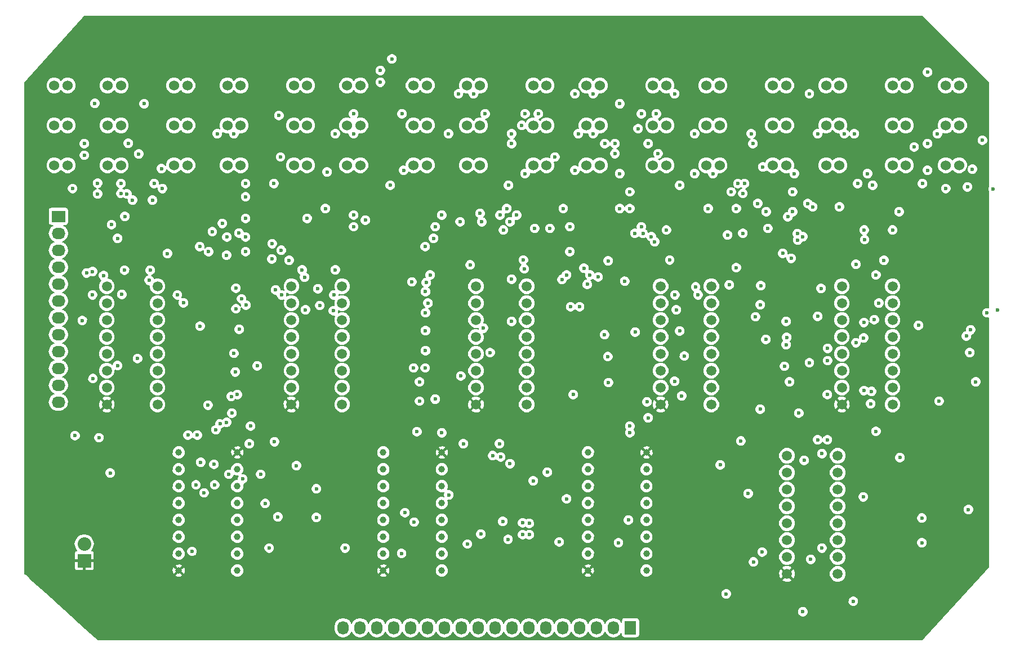
<source format=gbr>
G04 #@! TF.FileFunction,Copper,L3,Inr,Plane*
%FSLAX46Y46*%
G04 Gerber Fmt 4.6, Leading zero omitted, Abs format (unit mm)*
G04 Created by KiCad (PCBNEW 4.0.4-stable) date Wednesday, November 08, 2017 'PMt' 04:38:46 PM*
%MOMM*%
%LPD*%
G01*
G04 APERTURE LIST*
%ADD10C,0.100000*%
%ADD11C,1.500000*%
%ADD12C,1.524000*%
%ADD13R,2.032000X2.032000*%
%ADD14O,2.032000X2.032000*%
%ADD15C,1.000000*%
%ADD16R,1.727200X2.032000*%
%ADD17O,1.727200X2.032000*%
%ADD18R,2.032000X1.727200*%
%ADD19O,2.032000X1.727200*%
%ADD20C,0.600000*%
%ADD21C,0.200000*%
G04 APERTURE END LIST*
D10*
D11*
X128750000Y-104500000D03*
X128750000Y-101960000D03*
X128750000Y-99420000D03*
X128750000Y-96880000D03*
X128750000Y-94340000D03*
X128750000Y-91800000D03*
X128750000Y-89260000D03*
X128750000Y-86720000D03*
X121130000Y-86720000D03*
X121130000Y-89260000D03*
X121130000Y-91800000D03*
X121130000Y-94340000D03*
X121130000Y-96880000D03*
X121130000Y-99420000D03*
X121130000Y-101960000D03*
X121130000Y-104500000D03*
D12*
X85500000Y-62500000D03*
X87500000Y-62500000D03*
X103500000Y-62500000D03*
X105500000Y-62500000D03*
X121500000Y-62500000D03*
X123500000Y-62500000D03*
X139500000Y-62500000D03*
X141500000Y-62500000D03*
X157500000Y-62500000D03*
X159500000Y-62500000D03*
X175500000Y-62500000D03*
X177500000Y-62500000D03*
X193500000Y-62500000D03*
X195500000Y-62500000D03*
X211500000Y-62500000D03*
X213500000Y-62500000D03*
X85500000Y-68500000D03*
X87500000Y-68500000D03*
X103500000Y-68500000D03*
X105500000Y-68500000D03*
X121500000Y-68500000D03*
X123500000Y-68500000D03*
X139500000Y-68500000D03*
X141500000Y-68500000D03*
X157500000Y-68500000D03*
X159500000Y-68500000D03*
X175500000Y-68500000D03*
X177500000Y-68500000D03*
X193500000Y-68500000D03*
X195500000Y-68500000D03*
X211500000Y-68500000D03*
X213500000Y-68500000D03*
X93500000Y-56500000D03*
X95500000Y-56500000D03*
X111500000Y-56500000D03*
X113500000Y-56500000D03*
X129500000Y-56500000D03*
X131500000Y-56500000D03*
X147500000Y-56500000D03*
X149500000Y-56500000D03*
X165500000Y-56500000D03*
X167500000Y-56500000D03*
X183500000Y-56500000D03*
X185500000Y-56500000D03*
X201500000Y-56500000D03*
X203500000Y-56500000D03*
X219500000Y-56500000D03*
X221500000Y-56500000D03*
X93500000Y-62500000D03*
X95500000Y-62500000D03*
X111500000Y-62500000D03*
X113500000Y-62500000D03*
X129500000Y-62500000D03*
X131500000Y-62500000D03*
X147500000Y-62500000D03*
X149500000Y-62500000D03*
X165500000Y-62500000D03*
X167500000Y-62500000D03*
X183500000Y-62500000D03*
X185500000Y-62500000D03*
X201500000Y-62500000D03*
X203500000Y-62500000D03*
X219500000Y-62500000D03*
X221500000Y-62500000D03*
X93500000Y-68500000D03*
X95500000Y-68500000D03*
X111500000Y-68500000D03*
X113500000Y-68500000D03*
X129500000Y-68500000D03*
X131500000Y-68500000D03*
X147500000Y-68500000D03*
X149500000Y-68500000D03*
X165500000Y-68500000D03*
X167500000Y-68500000D03*
X183500000Y-68500000D03*
X185500000Y-68500000D03*
X201500000Y-68500000D03*
X203500000Y-68500000D03*
X219500000Y-68500000D03*
X221500000Y-68500000D03*
X85500000Y-56500000D03*
X87500000Y-56500000D03*
X103500000Y-56500000D03*
X105500000Y-56500000D03*
X121500000Y-56500000D03*
X123500000Y-56500000D03*
X139500000Y-56500000D03*
X141500000Y-56500000D03*
X157500000Y-56500000D03*
X159500000Y-56500000D03*
X175500000Y-56500000D03*
X177500000Y-56500000D03*
X193500000Y-56500000D03*
X195500000Y-56500000D03*
X211500000Y-56500000D03*
X213500000Y-56500000D03*
D13*
X90000000Y-128000000D03*
D14*
X90000000Y-125460000D03*
D11*
X156500000Y-104500000D03*
X156500000Y-101960000D03*
X156500000Y-99420000D03*
X156500000Y-96880000D03*
X156500000Y-94340000D03*
X156500000Y-91800000D03*
X156500000Y-89260000D03*
X156500000Y-86720000D03*
X148880000Y-86720000D03*
X148880000Y-89260000D03*
X148880000Y-91800000D03*
X148880000Y-94340000D03*
X148880000Y-96880000D03*
X148880000Y-99420000D03*
X148880000Y-101960000D03*
X148880000Y-104500000D03*
X184250000Y-104500000D03*
X184250000Y-101960000D03*
X184250000Y-99420000D03*
X184250000Y-96880000D03*
X184250000Y-94340000D03*
X184250000Y-91800000D03*
X184250000Y-89260000D03*
X184250000Y-86720000D03*
X176630000Y-86720000D03*
X176630000Y-89260000D03*
X176630000Y-91800000D03*
X176630000Y-94340000D03*
X176630000Y-96880000D03*
X176630000Y-99420000D03*
X176630000Y-101960000D03*
X176630000Y-104500000D03*
X211500000Y-104500000D03*
X211500000Y-101960000D03*
X211500000Y-99420000D03*
X211500000Y-96880000D03*
X211500000Y-94340000D03*
X211500000Y-91800000D03*
X211500000Y-89260000D03*
X211500000Y-86720000D03*
X203880000Y-86720000D03*
X203880000Y-89260000D03*
X203880000Y-91800000D03*
X203880000Y-94340000D03*
X203880000Y-96880000D03*
X203880000Y-99420000D03*
X203880000Y-101960000D03*
X203880000Y-104500000D03*
X203250000Y-130000000D03*
X203250000Y-127460000D03*
X203250000Y-124920000D03*
X203250000Y-122380000D03*
X203250000Y-119840000D03*
X203250000Y-117300000D03*
X203250000Y-114760000D03*
X203250000Y-112220000D03*
X195630000Y-112220000D03*
X195630000Y-114760000D03*
X195630000Y-117300000D03*
X195630000Y-119840000D03*
X195630000Y-122380000D03*
X195630000Y-124920000D03*
X195630000Y-127460000D03*
X195630000Y-130000000D03*
X101000000Y-104500000D03*
X101000000Y-101960000D03*
X101000000Y-99420000D03*
X101000000Y-96880000D03*
X101000000Y-94340000D03*
X101000000Y-91800000D03*
X101000000Y-89260000D03*
X101000000Y-86720000D03*
X93380000Y-86720000D03*
X93380000Y-89260000D03*
X93380000Y-91800000D03*
X93380000Y-94340000D03*
X93380000Y-96880000D03*
X93380000Y-99420000D03*
X93380000Y-101960000D03*
X93380000Y-104500000D03*
D15*
X113000000Y-129500000D03*
X113000000Y-126960000D03*
X113000000Y-124420000D03*
X113000000Y-121880000D03*
X113000000Y-119340000D03*
X113000000Y-116800000D03*
X113000000Y-114260000D03*
X113000000Y-111720000D03*
X104200000Y-111720000D03*
X104200000Y-114260000D03*
X104200000Y-116800000D03*
X104200000Y-119340000D03*
X104200000Y-121880000D03*
X104200000Y-124420000D03*
X104200000Y-126960000D03*
X104200000Y-129500000D03*
X143750000Y-129500000D03*
X143750000Y-126960000D03*
X143750000Y-124420000D03*
X143750000Y-121880000D03*
X143750000Y-119340000D03*
X143750000Y-116800000D03*
X143750000Y-114260000D03*
X143750000Y-111720000D03*
X134950000Y-111720000D03*
X134950000Y-114260000D03*
X134950000Y-116800000D03*
X134950000Y-119340000D03*
X134950000Y-121880000D03*
X134950000Y-124420000D03*
X134950000Y-126960000D03*
X134950000Y-129500000D03*
X174500000Y-129500000D03*
X174500000Y-126960000D03*
X174500000Y-124420000D03*
X174500000Y-121880000D03*
X174500000Y-119340000D03*
X174500000Y-116800000D03*
X174500000Y-114260000D03*
X174500000Y-111720000D03*
X165700000Y-111720000D03*
X165700000Y-114260000D03*
X165700000Y-116800000D03*
X165700000Y-119340000D03*
X165700000Y-121880000D03*
X165700000Y-124420000D03*
X165700000Y-126960000D03*
X165700000Y-129500000D03*
D16*
X172100000Y-138100000D03*
D17*
X169560000Y-138100000D03*
X167020000Y-138100000D03*
X164480000Y-138100000D03*
X161940000Y-138100000D03*
X159400000Y-138100000D03*
X156860000Y-138100000D03*
X154320000Y-138100000D03*
X151780000Y-138100000D03*
X149240000Y-138100000D03*
X146700000Y-138100000D03*
X144160000Y-138100000D03*
X141620000Y-138100000D03*
X139080000Y-138100000D03*
X136540000Y-138100000D03*
X134000000Y-138100000D03*
X131460000Y-138100000D03*
X128920000Y-138100000D03*
D18*
X86100000Y-76200000D03*
D19*
X86100000Y-78740000D03*
X86100000Y-81280000D03*
X86100000Y-83820000D03*
X86100000Y-86360000D03*
X86100000Y-88900000D03*
X86100000Y-91440000D03*
X86100000Y-93980000D03*
X86100000Y-96520000D03*
X86100000Y-99060000D03*
X86100000Y-101600000D03*
X86100000Y-104140000D03*
D20*
X157700000Y-78000000D03*
X186700000Y-79000000D03*
X188000000Y-83900000D03*
X191700000Y-86600000D03*
X191600000Y-89500000D03*
X195500000Y-92000000D03*
X195500000Y-95500000D03*
X196000000Y-101100000D03*
X191600000Y-105200000D03*
X165100000Y-84000000D03*
X165600000Y-86400000D03*
X168200000Y-94000000D03*
X168700000Y-97300000D03*
X174600000Y-104100000D03*
X168800000Y-101200000D03*
X199000000Y-98200000D03*
X201700000Y-103000000D03*
X207300000Y-79700000D03*
X210200000Y-82800000D03*
X222600000Y-94200000D03*
X223100000Y-96700000D03*
X224000000Y-101100000D03*
X212600000Y-112500000D03*
X215900000Y-121600000D03*
X215900000Y-125300000D03*
X188700000Y-110000000D03*
X189800000Y-117900000D03*
X191900000Y-126700000D03*
X186500000Y-133000000D03*
X92200000Y-109500000D03*
X161400000Y-125200000D03*
X147600000Y-125500000D03*
X162500000Y-118700000D03*
X152600000Y-112400000D03*
X147000000Y-110400000D03*
X146600000Y-100200000D03*
X141300000Y-87500000D03*
X141300000Y-90700000D03*
X141300000Y-93400000D03*
X141300000Y-96400000D03*
X140400000Y-104000000D03*
X140400000Y-101100000D03*
X129200000Y-126100000D03*
X117800000Y-126100000D03*
X121900000Y-113700000D03*
X118600000Y-110100000D03*
X116000000Y-98700000D03*
X112100000Y-103300000D03*
X109800000Y-108300000D03*
X112700000Y-99600000D03*
X112500000Y-96800000D03*
X113300000Y-93200000D03*
X112800000Y-90100000D03*
X112800000Y-87000000D03*
X119600000Y-81300000D03*
X120800000Y-82800000D03*
X95000000Y-79500000D03*
X104900000Y-89200000D03*
X92900000Y-85100000D03*
X107400000Y-92700000D03*
X98000000Y-97600000D03*
X91300000Y-100600000D03*
X113650000Y-88600000D03*
X128750000Y-91800000D03*
X156900000Y-122400000D03*
X156900000Y-124100000D03*
X140000000Y-108600000D03*
X111400000Y-107200000D03*
X107000000Y-109100000D03*
X105600000Y-109100000D03*
X151000000Y-96700000D03*
X171800000Y-121900000D03*
X170300000Y-125300000D03*
X198000000Y-135700000D03*
X199200000Y-127800000D03*
X200900000Y-126100000D03*
X200900000Y-111900000D03*
X190900000Y-91300000D03*
X93900000Y-114800000D03*
X205600000Y-134100000D03*
X222900000Y-120300000D03*
X215400000Y-92600000D03*
X88600000Y-109200000D03*
X207100000Y-118400000D03*
X137700000Y-126900000D03*
X207200000Y-92150000D03*
X207150000Y-94500000D03*
X208200000Y-104400000D03*
X209000000Y-108550000D03*
X195600000Y-94400000D03*
X192450000Y-94700000D03*
X179500000Y-93450000D03*
X179000000Y-90250000D03*
X163100000Y-89800000D03*
X172800000Y-93600000D03*
X164450000Y-89800000D03*
X141250000Y-99000000D03*
X139500000Y-99000000D03*
X119650000Y-88000000D03*
X111400000Y-82050000D03*
X99750000Y-85800000D03*
X91250000Y-88000000D03*
X149600000Y-124000000D03*
X198200000Y-112900000D03*
X200250000Y-109800000D03*
X201700000Y-109800000D03*
X208350000Y-102550000D03*
X209450000Y-89250000D03*
X181900000Y-86800000D03*
X186950000Y-86500000D03*
X167250000Y-85300000D03*
X161800000Y-85700000D03*
X125100000Y-87100000D03*
X125400000Y-89600000D03*
X127450000Y-90400000D03*
X141650000Y-89250000D03*
X113250000Y-78700000D03*
X95650000Y-87950000D03*
X96050000Y-84300000D03*
X99900000Y-84300000D03*
X90350000Y-84700000D03*
X200750000Y-87050000D03*
X201750000Y-96050000D03*
X201750000Y-97900000D03*
X154250000Y-85650000D03*
X156150000Y-84100000D03*
X163000000Y-81500000D03*
X168750000Y-82900000D03*
X123100000Y-85350000D03*
X139250000Y-86050000D03*
X141400000Y-86150000D03*
X111450000Y-79300000D03*
X118200000Y-82600000D03*
X118250000Y-80300000D03*
X107350000Y-80750000D03*
X108700000Y-81500000D03*
X102500000Y-81800000D03*
X96100000Y-76200000D03*
X91250000Y-84500000D03*
X106200000Y-126600000D03*
X119100000Y-121400000D03*
X116500000Y-115000000D03*
X118750000Y-87250000D03*
X90000000Y-65250000D03*
X90000000Y-67000000D03*
X97250000Y-73750000D03*
X100250000Y-73750000D03*
X109250000Y-78500000D03*
X123500000Y-76500000D03*
X126250000Y-75000000D03*
X143750000Y-76000000D03*
X123250000Y-90250000D03*
X127500000Y-88000000D03*
X162000000Y-75000000D03*
X179500000Y-71500000D03*
X153750000Y-71500000D03*
X149500000Y-75750000D03*
X198750000Y-74250000D03*
X155000000Y-76000000D03*
X152500000Y-76000000D03*
X216000000Y-71250000D03*
X154000000Y-77000000D03*
X149750000Y-77000000D03*
X108000000Y-117800000D03*
X106800000Y-116600000D03*
X148000000Y-83500000D03*
X141250000Y-80750000D03*
X130500000Y-77750000D03*
X110750000Y-77250000D03*
X101750000Y-72000000D03*
X88250000Y-72000000D03*
X153000000Y-78250000D03*
X142750000Y-77750000D03*
X130500000Y-76000000D03*
X119500000Y-67250000D03*
X156000000Y-82750000D03*
X142500000Y-79500000D03*
X132250000Y-76750000D03*
X126500000Y-69500000D03*
X156250000Y-69750000D03*
X160000000Y-78000000D03*
X150000000Y-93000000D03*
X154250000Y-92000000D03*
X163750000Y-69250000D03*
X163500000Y-103000000D03*
X174000000Y-78750000D03*
X192750000Y-78000000D03*
X207750000Y-69750000D03*
X206250000Y-71250000D03*
X189250000Y-71250000D03*
X175250000Y-79250000D03*
X91600000Y-59200000D03*
X92000000Y-71200000D03*
X92000000Y-72800000D03*
X109600000Y-116600000D03*
X99000000Y-59250000D03*
X170500000Y-59250000D03*
X171250000Y-85950000D03*
X163000000Y-77750000D03*
X172750000Y-78750000D03*
X178000000Y-82750000D03*
X175750000Y-80000000D03*
X189000000Y-78750000D03*
X188000000Y-75000000D03*
X183800000Y-75000000D03*
X178750000Y-57750000D03*
X166500000Y-57750000D03*
X163750000Y-57750000D03*
X148500000Y-57750000D03*
X146250000Y-57750000D03*
X154250000Y-63750000D03*
X164250000Y-63750000D03*
X166500000Y-63750000D03*
X181750000Y-63750000D03*
X188250000Y-71250000D03*
X197200000Y-78800000D03*
X196500000Y-72500000D03*
X182250000Y-88000000D03*
X169750000Y-65250000D03*
X174750000Y-65250000D03*
X176250000Y-66750000D03*
X192000000Y-68750000D03*
X192500000Y-75500000D03*
X196500000Y-75500000D03*
X197250000Y-79750000D03*
X195000000Y-81750000D03*
X195750000Y-76250000D03*
X199500000Y-74750000D03*
X199000000Y-57750000D03*
X196250000Y-82500000D03*
X200250000Y-91250000D03*
X195250000Y-98750000D03*
X96600000Y-65200000D03*
X139600000Y-122200000D03*
X138200000Y-120800000D03*
X117200000Y-119400000D03*
X114800000Y-110400000D03*
X112200000Y-105800000D03*
X98200000Y-66800000D03*
X101600000Y-69000000D03*
X196750000Y-69750000D03*
X184500000Y-69750000D03*
X181750000Y-69750000D03*
X169750000Y-66750000D03*
X168250000Y-65250000D03*
X154250000Y-65250000D03*
X144750000Y-63750000D03*
X130500000Y-63750000D03*
X127750000Y-63750000D03*
X112500000Y-63750000D03*
X110000000Y-63750000D03*
X198000000Y-79250000D03*
X205750000Y-63750000D03*
X204250000Y-63750000D03*
X200250000Y-63750000D03*
X176000000Y-60750000D03*
X173750000Y-60750000D03*
X158250000Y-60750000D03*
X156250000Y-60750000D03*
X150250000Y-60750000D03*
X137750000Y-60750000D03*
X130500000Y-60750000D03*
X119250000Y-61000000D03*
X207250000Y-78250000D03*
X134500000Y-54250000D03*
X216750000Y-54500000D03*
X216750000Y-65250000D03*
X214750000Y-65750000D03*
X211500000Y-78250000D03*
X136250000Y-52500000D03*
X134500000Y-56000000D03*
X155750000Y-62500000D03*
X160750000Y-67250000D03*
X170500000Y-69750000D03*
X170500000Y-75000000D03*
X209000000Y-85000000D03*
X172000000Y-75000000D03*
X208750000Y-91750000D03*
X173750000Y-77750000D03*
X218500000Y-104000000D03*
X177500000Y-78250000D03*
X173250000Y-63000000D03*
X219500000Y-72000000D03*
X216750000Y-69250000D03*
X190500000Y-65250000D03*
X190250000Y-63750000D03*
X218250000Y-63750000D03*
X222750000Y-71750000D03*
X225000000Y-64750000D03*
X225700000Y-90700000D03*
X223250000Y-93250000D03*
X154000000Y-113400000D03*
X96400000Y-72800000D03*
X108600000Y-104600000D03*
X110400000Y-107400000D03*
X94100000Y-77450000D03*
X174750000Y-106500000D03*
X95000000Y-98650000D03*
X95500000Y-71250000D03*
X95500000Y-72750000D03*
X172000000Y-107750000D03*
X115000000Y-107750000D03*
X113000000Y-103000000D03*
X114300000Y-89550000D03*
X114250000Y-81500000D03*
X114250000Y-79300000D03*
X114250000Y-71250000D03*
X114250000Y-73250000D03*
X114250000Y-76500000D03*
X138000000Y-69250000D03*
X142750000Y-103700000D03*
X143750000Y-108750000D03*
X172000000Y-108750000D03*
X178750000Y-101000000D03*
X166000000Y-85000000D03*
X162500000Y-85000000D03*
X142000000Y-85000000D03*
X146500000Y-77000000D03*
X197400000Y-105800000D03*
X180200000Y-97200000D03*
X178800000Y-88000000D03*
X189000000Y-72750000D03*
X187250000Y-72500000D03*
X207200000Y-102400000D03*
X206000000Y-95200000D03*
X206000000Y-83400000D03*
X227300000Y-90300000D03*
X212500000Y-75500000D03*
X203500000Y-74750000D03*
X223500000Y-69100000D03*
X226600000Y-72100000D03*
X89700000Y-91850000D03*
X100500000Y-71250000D03*
X118500000Y-71250000D03*
X136000000Y-71500000D03*
X104000000Y-88000000D03*
X153500000Y-75000000D03*
X127750000Y-84250000D03*
X122750000Y-84250000D03*
X172000000Y-72500000D03*
X191250000Y-74250000D03*
X208500000Y-71500000D03*
X151400000Y-112200000D03*
X152400000Y-110400000D03*
X179800000Y-103200000D03*
X185600000Y-113600000D03*
X190600000Y-128200000D03*
X109500000Y-113500000D03*
X111750000Y-115000000D03*
X107500000Y-113200000D03*
X113800000Y-115700000D03*
X124900000Y-121500000D03*
X124900000Y-117200000D03*
X144800000Y-118100000D03*
X152900000Y-122100000D03*
X153700000Y-124800000D03*
X159600000Y-114700000D03*
X157500000Y-116000000D03*
X155900000Y-122300000D03*
X155900000Y-124100000D03*
D21*
G36*
X225900000Y-56041422D02*
X225900000Y-71699680D01*
X225800139Y-71940172D01*
X225799861Y-72258432D01*
X225900000Y-72500787D01*
X225900000Y-89916820D01*
X225859828Y-89900139D01*
X225541568Y-89899861D01*
X225247428Y-90021397D01*
X225022188Y-90246245D01*
X224900139Y-90540172D01*
X224899861Y-90858432D01*
X225021397Y-91152572D01*
X225246245Y-91377812D01*
X225540172Y-91499861D01*
X225858432Y-91500139D01*
X225900000Y-91482963D01*
X225900000Y-128961340D01*
X215955763Y-139900000D01*
X92038660Y-139900000D01*
X89858351Y-137917900D01*
X127556400Y-137917900D01*
X127556400Y-138282100D01*
X127660198Y-138803927D01*
X127955789Y-139246311D01*
X128398173Y-139541902D01*
X128920000Y-139645700D01*
X129441827Y-139541902D01*
X129884211Y-139246311D01*
X130179802Y-138803927D01*
X130190000Y-138752658D01*
X130200198Y-138803927D01*
X130495789Y-139246311D01*
X130938173Y-139541902D01*
X131460000Y-139645700D01*
X131981827Y-139541902D01*
X132424211Y-139246311D01*
X132719802Y-138803927D01*
X132730000Y-138752658D01*
X132740198Y-138803927D01*
X133035789Y-139246311D01*
X133478173Y-139541902D01*
X134000000Y-139645700D01*
X134521827Y-139541902D01*
X134964211Y-139246311D01*
X135259802Y-138803927D01*
X135270000Y-138752658D01*
X135280198Y-138803927D01*
X135575789Y-139246311D01*
X136018173Y-139541902D01*
X136540000Y-139645700D01*
X137061827Y-139541902D01*
X137504211Y-139246311D01*
X137799802Y-138803927D01*
X137810000Y-138752658D01*
X137820198Y-138803927D01*
X138115789Y-139246311D01*
X138558173Y-139541902D01*
X139080000Y-139645700D01*
X139601827Y-139541902D01*
X140044211Y-139246311D01*
X140339802Y-138803927D01*
X140350000Y-138752658D01*
X140360198Y-138803927D01*
X140655789Y-139246311D01*
X141098173Y-139541902D01*
X141620000Y-139645700D01*
X142141827Y-139541902D01*
X142584211Y-139246311D01*
X142879802Y-138803927D01*
X142890000Y-138752658D01*
X142900198Y-138803927D01*
X143195789Y-139246311D01*
X143638173Y-139541902D01*
X144160000Y-139645700D01*
X144681827Y-139541902D01*
X145124211Y-139246311D01*
X145419802Y-138803927D01*
X145430000Y-138752658D01*
X145440198Y-138803927D01*
X145735789Y-139246311D01*
X146178173Y-139541902D01*
X146700000Y-139645700D01*
X147221827Y-139541902D01*
X147664211Y-139246311D01*
X147959802Y-138803927D01*
X147970000Y-138752658D01*
X147980198Y-138803927D01*
X148275789Y-139246311D01*
X148718173Y-139541902D01*
X149240000Y-139645700D01*
X149761827Y-139541902D01*
X150204211Y-139246311D01*
X150499802Y-138803927D01*
X150510000Y-138752658D01*
X150520198Y-138803927D01*
X150815789Y-139246311D01*
X151258173Y-139541902D01*
X151780000Y-139645700D01*
X152301827Y-139541902D01*
X152744211Y-139246311D01*
X153039802Y-138803927D01*
X153050000Y-138752658D01*
X153060198Y-138803927D01*
X153355789Y-139246311D01*
X153798173Y-139541902D01*
X154320000Y-139645700D01*
X154841827Y-139541902D01*
X155284211Y-139246311D01*
X155579802Y-138803927D01*
X155590000Y-138752658D01*
X155600198Y-138803927D01*
X155895789Y-139246311D01*
X156338173Y-139541902D01*
X156860000Y-139645700D01*
X157381827Y-139541902D01*
X157824211Y-139246311D01*
X158119802Y-138803927D01*
X158130000Y-138752658D01*
X158140198Y-138803927D01*
X158435789Y-139246311D01*
X158878173Y-139541902D01*
X159400000Y-139645700D01*
X159921827Y-139541902D01*
X160364211Y-139246311D01*
X160659802Y-138803927D01*
X160670000Y-138752658D01*
X160680198Y-138803927D01*
X160975789Y-139246311D01*
X161418173Y-139541902D01*
X161940000Y-139645700D01*
X162461827Y-139541902D01*
X162904211Y-139246311D01*
X163199802Y-138803927D01*
X163210000Y-138752658D01*
X163220198Y-138803927D01*
X163515789Y-139246311D01*
X163958173Y-139541902D01*
X164480000Y-139645700D01*
X165001827Y-139541902D01*
X165444211Y-139246311D01*
X165739802Y-138803927D01*
X165750000Y-138752658D01*
X165760198Y-138803927D01*
X166055789Y-139246311D01*
X166498173Y-139541902D01*
X167020000Y-139645700D01*
X167541827Y-139541902D01*
X167984211Y-139246311D01*
X168279802Y-138803927D01*
X168290000Y-138752658D01*
X168300198Y-138803927D01*
X168595789Y-139246311D01*
X169038173Y-139541902D01*
X169560000Y-139645700D01*
X170081827Y-139541902D01*
X170524211Y-139246311D01*
X170726605Y-138943406D01*
X170726605Y-139116000D01*
X170761469Y-139301289D01*
X170870975Y-139471465D01*
X171038061Y-139585630D01*
X171236400Y-139625795D01*
X172963600Y-139625795D01*
X173148889Y-139590931D01*
X173319065Y-139481425D01*
X173433230Y-139314339D01*
X173473395Y-139116000D01*
X173473395Y-137084000D01*
X173438531Y-136898711D01*
X173329025Y-136728535D01*
X173161939Y-136614370D01*
X172963600Y-136574205D01*
X171236400Y-136574205D01*
X171051111Y-136609069D01*
X170880935Y-136718575D01*
X170766770Y-136885661D01*
X170726605Y-137084000D01*
X170726605Y-137256594D01*
X170524211Y-136953689D01*
X170081827Y-136658098D01*
X169560000Y-136554300D01*
X169038173Y-136658098D01*
X168595789Y-136953689D01*
X168300198Y-137396073D01*
X168290000Y-137447342D01*
X168279802Y-137396073D01*
X167984211Y-136953689D01*
X167541827Y-136658098D01*
X167020000Y-136554300D01*
X166498173Y-136658098D01*
X166055789Y-136953689D01*
X165760198Y-137396073D01*
X165750000Y-137447342D01*
X165739802Y-137396073D01*
X165444211Y-136953689D01*
X165001827Y-136658098D01*
X164480000Y-136554300D01*
X163958173Y-136658098D01*
X163515789Y-136953689D01*
X163220198Y-137396073D01*
X163210000Y-137447342D01*
X163199802Y-137396073D01*
X162904211Y-136953689D01*
X162461827Y-136658098D01*
X161940000Y-136554300D01*
X161418173Y-136658098D01*
X160975789Y-136953689D01*
X160680198Y-137396073D01*
X160670000Y-137447342D01*
X160659802Y-137396073D01*
X160364211Y-136953689D01*
X159921827Y-136658098D01*
X159400000Y-136554300D01*
X158878173Y-136658098D01*
X158435789Y-136953689D01*
X158140198Y-137396073D01*
X158130000Y-137447342D01*
X158119802Y-137396073D01*
X157824211Y-136953689D01*
X157381827Y-136658098D01*
X156860000Y-136554300D01*
X156338173Y-136658098D01*
X155895789Y-136953689D01*
X155600198Y-137396073D01*
X155590000Y-137447342D01*
X155579802Y-137396073D01*
X155284211Y-136953689D01*
X154841827Y-136658098D01*
X154320000Y-136554300D01*
X153798173Y-136658098D01*
X153355789Y-136953689D01*
X153060198Y-137396073D01*
X153050000Y-137447342D01*
X153039802Y-137396073D01*
X152744211Y-136953689D01*
X152301827Y-136658098D01*
X151780000Y-136554300D01*
X151258173Y-136658098D01*
X150815789Y-136953689D01*
X150520198Y-137396073D01*
X150510000Y-137447342D01*
X150499802Y-137396073D01*
X150204211Y-136953689D01*
X149761827Y-136658098D01*
X149240000Y-136554300D01*
X148718173Y-136658098D01*
X148275789Y-136953689D01*
X147980198Y-137396073D01*
X147970000Y-137447342D01*
X147959802Y-137396073D01*
X147664211Y-136953689D01*
X147221827Y-136658098D01*
X146700000Y-136554300D01*
X146178173Y-136658098D01*
X145735789Y-136953689D01*
X145440198Y-137396073D01*
X145430000Y-137447342D01*
X145419802Y-137396073D01*
X145124211Y-136953689D01*
X144681827Y-136658098D01*
X144160000Y-136554300D01*
X143638173Y-136658098D01*
X143195789Y-136953689D01*
X142900198Y-137396073D01*
X142890000Y-137447342D01*
X142879802Y-137396073D01*
X142584211Y-136953689D01*
X142141827Y-136658098D01*
X141620000Y-136554300D01*
X141098173Y-136658098D01*
X140655789Y-136953689D01*
X140360198Y-137396073D01*
X140350000Y-137447342D01*
X140339802Y-137396073D01*
X140044211Y-136953689D01*
X139601827Y-136658098D01*
X139080000Y-136554300D01*
X138558173Y-136658098D01*
X138115789Y-136953689D01*
X137820198Y-137396073D01*
X137810000Y-137447342D01*
X137799802Y-137396073D01*
X137504211Y-136953689D01*
X137061827Y-136658098D01*
X136540000Y-136554300D01*
X136018173Y-136658098D01*
X135575789Y-136953689D01*
X135280198Y-137396073D01*
X135270000Y-137447342D01*
X135259802Y-137396073D01*
X134964211Y-136953689D01*
X134521827Y-136658098D01*
X134000000Y-136554300D01*
X133478173Y-136658098D01*
X133035789Y-136953689D01*
X132740198Y-137396073D01*
X132730000Y-137447342D01*
X132719802Y-137396073D01*
X132424211Y-136953689D01*
X131981827Y-136658098D01*
X131460000Y-136554300D01*
X130938173Y-136658098D01*
X130495789Y-136953689D01*
X130200198Y-137396073D01*
X130190000Y-137447342D01*
X130179802Y-137396073D01*
X129884211Y-136953689D01*
X129441827Y-136658098D01*
X128920000Y-136554300D01*
X128398173Y-136658098D01*
X127955789Y-136953689D01*
X127660198Y-137396073D01*
X127556400Y-137917900D01*
X89858351Y-137917900D01*
X87592937Y-135858432D01*
X197199861Y-135858432D01*
X197321397Y-136152572D01*
X197546245Y-136377812D01*
X197840172Y-136499861D01*
X198158432Y-136500139D01*
X198452572Y-136378603D01*
X198677812Y-136153755D01*
X198799861Y-135859828D01*
X198800139Y-135541568D01*
X198678603Y-135247428D01*
X198453755Y-135022188D01*
X198159828Y-134900139D01*
X197841568Y-134899861D01*
X197547428Y-135021397D01*
X197322188Y-135246245D01*
X197200139Y-135540172D01*
X197199861Y-135858432D01*
X87592937Y-135858432D01*
X85832937Y-134258432D01*
X204799861Y-134258432D01*
X204921397Y-134552572D01*
X205146245Y-134777812D01*
X205440172Y-134899861D01*
X205758432Y-134900139D01*
X206052572Y-134778603D01*
X206277812Y-134553755D01*
X206399861Y-134259828D01*
X206400139Y-133941568D01*
X206278603Y-133647428D01*
X206053755Y-133422188D01*
X205759828Y-133300139D01*
X205441568Y-133299861D01*
X205147428Y-133421397D01*
X204922188Y-133646245D01*
X204800139Y-133940172D01*
X204799861Y-134258432D01*
X85832937Y-134258432D01*
X84622937Y-133158432D01*
X185699861Y-133158432D01*
X185821397Y-133452572D01*
X186046245Y-133677812D01*
X186340172Y-133799861D01*
X186658432Y-133800139D01*
X186952572Y-133678603D01*
X187177812Y-133453755D01*
X187299861Y-133159828D01*
X187300139Y-132841568D01*
X187178603Y-132547428D01*
X186953755Y-132322188D01*
X186659828Y-132200139D01*
X186341568Y-132199861D01*
X186047428Y-132321397D01*
X185822188Y-132546245D01*
X185700139Y-132840172D01*
X185699861Y-133158432D01*
X84622937Y-133158432D01*
X82117147Y-130880441D01*
X194890981Y-130880441D01*
X194964085Y-131086683D01*
X195430631Y-131258799D01*
X195927528Y-131239274D01*
X196295915Y-131086683D01*
X196369019Y-130880441D01*
X195630000Y-130141421D01*
X194890981Y-130880441D01*
X82117147Y-130880441D01*
X81367910Y-130199317D01*
X103642104Y-130199317D01*
X103684491Y-130379668D01*
X104060366Y-130509984D01*
X104457499Y-130486540D01*
X104715509Y-130379668D01*
X104757896Y-130199317D01*
X104200000Y-129641421D01*
X103642104Y-130199317D01*
X81367910Y-130199317D01*
X81100000Y-129955763D01*
X81100000Y-128225000D01*
X88484000Y-128225000D01*
X88484000Y-129115456D01*
X88560121Y-129299227D01*
X88700773Y-129439880D01*
X88884544Y-129516000D01*
X89775000Y-129516000D01*
X89900000Y-129391000D01*
X89900000Y-128100000D01*
X90100000Y-128100000D01*
X90100000Y-129391000D01*
X90225000Y-129516000D01*
X91115456Y-129516000D01*
X91299227Y-129439880D01*
X91378740Y-129360366D01*
X103190016Y-129360366D01*
X103213460Y-129757499D01*
X103320332Y-130015509D01*
X103500683Y-130057896D01*
X104058579Y-129500000D01*
X104341421Y-129500000D01*
X104899317Y-130057896D01*
X105079668Y-130015509D01*
X105189734Y-129698040D01*
X111999827Y-129698040D01*
X112151747Y-130065714D01*
X112432806Y-130347264D01*
X112800215Y-130499826D01*
X113198040Y-130500173D01*
X113565714Y-130348253D01*
X113714910Y-130199317D01*
X134392104Y-130199317D01*
X134434491Y-130379668D01*
X134810366Y-130509984D01*
X135207499Y-130486540D01*
X135465509Y-130379668D01*
X135507896Y-130199317D01*
X134950000Y-129641421D01*
X134392104Y-130199317D01*
X113714910Y-130199317D01*
X113847264Y-130067194D01*
X113999826Y-129699785D01*
X114000122Y-129360366D01*
X133940016Y-129360366D01*
X133963460Y-129757499D01*
X134070332Y-130015509D01*
X134250683Y-130057896D01*
X134808579Y-129500000D01*
X135091421Y-129500000D01*
X135649317Y-130057896D01*
X135829668Y-130015509D01*
X135939734Y-129698040D01*
X142749827Y-129698040D01*
X142901747Y-130065714D01*
X143182806Y-130347264D01*
X143550215Y-130499826D01*
X143948040Y-130500173D01*
X144315714Y-130348253D01*
X144464910Y-130199317D01*
X165142104Y-130199317D01*
X165184491Y-130379668D01*
X165560366Y-130509984D01*
X165957499Y-130486540D01*
X166215509Y-130379668D01*
X166257896Y-130199317D01*
X165700000Y-129641421D01*
X165142104Y-130199317D01*
X144464910Y-130199317D01*
X144597264Y-130067194D01*
X144749826Y-129699785D01*
X144750122Y-129360366D01*
X164690016Y-129360366D01*
X164713460Y-129757499D01*
X164820332Y-130015509D01*
X165000683Y-130057896D01*
X165558579Y-129500000D01*
X165841421Y-129500000D01*
X166399317Y-130057896D01*
X166579668Y-130015509D01*
X166689734Y-129698040D01*
X173499827Y-129698040D01*
X173651747Y-130065714D01*
X173932806Y-130347264D01*
X174300215Y-130499826D01*
X174698040Y-130500173D01*
X175065714Y-130348253D01*
X175347264Y-130067194D01*
X175457950Y-129800631D01*
X194371201Y-129800631D01*
X194390726Y-130297528D01*
X194543317Y-130665915D01*
X194749559Y-130739019D01*
X195488579Y-130000000D01*
X195771421Y-130000000D01*
X196510441Y-130739019D01*
X196716683Y-130665915D01*
X196871024Y-130247550D01*
X201999783Y-130247550D01*
X202189684Y-130707143D01*
X202541007Y-131059081D01*
X203000269Y-131249783D01*
X203497550Y-131250217D01*
X203957143Y-131060316D01*
X204309081Y-130708993D01*
X204499783Y-130249731D01*
X204500217Y-129752450D01*
X204310316Y-129292857D01*
X203958993Y-128940919D01*
X203499731Y-128750217D01*
X203002450Y-128749783D01*
X202542857Y-128939684D01*
X202190919Y-129291007D01*
X202000217Y-129750269D01*
X201999783Y-130247550D01*
X196871024Y-130247550D01*
X196888799Y-130199369D01*
X196869274Y-129702472D01*
X196716683Y-129334085D01*
X196510441Y-129260981D01*
X195771421Y-130000000D01*
X195488579Y-130000000D01*
X194749559Y-129260981D01*
X194543317Y-129334085D01*
X194371201Y-129800631D01*
X175457950Y-129800631D01*
X175499826Y-129699785D01*
X175500173Y-129301960D01*
X175424807Y-129119559D01*
X194890981Y-129119559D01*
X195630000Y-129858579D01*
X196369019Y-129119559D01*
X196295915Y-128913317D01*
X195829369Y-128741201D01*
X195332472Y-128760726D01*
X194964085Y-128913317D01*
X194890981Y-129119559D01*
X175424807Y-129119559D01*
X175348253Y-128934286D01*
X175067194Y-128652736D01*
X174699785Y-128500174D01*
X174301960Y-128499827D01*
X173934286Y-128651747D01*
X173652736Y-128932806D01*
X173500174Y-129300215D01*
X173499827Y-129698040D01*
X166689734Y-129698040D01*
X166709984Y-129639634D01*
X166686540Y-129242501D01*
X166579668Y-128984491D01*
X166399317Y-128942104D01*
X165841421Y-129500000D01*
X165558579Y-129500000D01*
X165000683Y-128942104D01*
X164820332Y-128984491D01*
X164690016Y-129360366D01*
X144750122Y-129360366D01*
X144750173Y-129301960D01*
X144598253Y-128934286D01*
X144464883Y-128800683D01*
X165142104Y-128800683D01*
X165700000Y-129358579D01*
X166257896Y-128800683D01*
X166215509Y-128620332D01*
X165839634Y-128490016D01*
X165442501Y-128513460D01*
X165184491Y-128620332D01*
X165142104Y-128800683D01*
X144464883Y-128800683D01*
X144317194Y-128652736D01*
X143949785Y-128500174D01*
X143551960Y-128499827D01*
X143184286Y-128651747D01*
X142902736Y-128932806D01*
X142750174Y-129300215D01*
X142749827Y-129698040D01*
X135939734Y-129698040D01*
X135959984Y-129639634D01*
X135936540Y-129242501D01*
X135829668Y-128984491D01*
X135649317Y-128942104D01*
X135091421Y-129500000D01*
X134808579Y-129500000D01*
X134250683Y-128942104D01*
X134070332Y-128984491D01*
X133940016Y-129360366D01*
X114000122Y-129360366D01*
X114000173Y-129301960D01*
X113848253Y-128934286D01*
X113714883Y-128800683D01*
X134392104Y-128800683D01*
X134950000Y-129358579D01*
X135507896Y-128800683D01*
X135465509Y-128620332D01*
X135089634Y-128490016D01*
X134692501Y-128513460D01*
X134434491Y-128620332D01*
X134392104Y-128800683D01*
X113714883Y-128800683D01*
X113567194Y-128652736D01*
X113199785Y-128500174D01*
X112801960Y-128499827D01*
X112434286Y-128651747D01*
X112152736Y-128932806D01*
X112000174Y-129300215D01*
X111999827Y-129698040D01*
X105189734Y-129698040D01*
X105209984Y-129639634D01*
X105186540Y-129242501D01*
X105079668Y-128984491D01*
X104899317Y-128942104D01*
X104341421Y-129500000D01*
X104058579Y-129500000D01*
X103500683Y-128942104D01*
X103320332Y-128984491D01*
X103190016Y-129360366D01*
X91378740Y-129360366D01*
X91439879Y-129299227D01*
X91516000Y-129115456D01*
X91516000Y-128800683D01*
X103642104Y-128800683D01*
X104200000Y-129358579D01*
X104757896Y-128800683D01*
X104715509Y-128620332D01*
X104339634Y-128490016D01*
X103942501Y-128513460D01*
X103684491Y-128620332D01*
X103642104Y-128800683D01*
X91516000Y-128800683D01*
X91516000Y-128358432D01*
X189799861Y-128358432D01*
X189921397Y-128652572D01*
X190146245Y-128877812D01*
X190440172Y-128999861D01*
X190758432Y-129000139D01*
X191052572Y-128878603D01*
X191277812Y-128653755D01*
X191399861Y-128359828D01*
X191400139Y-128041568D01*
X191278603Y-127747428D01*
X191238795Y-127707550D01*
X194379783Y-127707550D01*
X194569684Y-128167143D01*
X194921007Y-128519081D01*
X195380269Y-128709783D01*
X195877550Y-128710217D01*
X196337143Y-128520316D01*
X196689081Y-128168993D01*
X196776513Y-127958432D01*
X198399861Y-127958432D01*
X198521397Y-128252572D01*
X198746245Y-128477812D01*
X199040172Y-128599861D01*
X199358432Y-128600139D01*
X199652572Y-128478603D01*
X199877812Y-128253755D01*
X199999861Y-127959828D01*
X200000081Y-127707550D01*
X201999783Y-127707550D01*
X202189684Y-128167143D01*
X202541007Y-128519081D01*
X203000269Y-128709783D01*
X203497550Y-128710217D01*
X203957143Y-128520316D01*
X204309081Y-128168993D01*
X204499783Y-127709731D01*
X204500217Y-127212450D01*
X204310316Y-126752857D01*
X203958993Y-126400919D01*
X203499731Y-126210217D01*
X203002450Y-126209783D01*
X202542857Y-126399684D01*
X202190919Y-126751007D01*
X202000217Y-127210269D01*
X201999783Y-127707550D01*
X200000081Y-127707550D01*
X200000139Y-127641568D01*
X199878603Y-127347428D01*
X199653755Y-127122188D01*
X199359828Y-127000139D01*
X199041568Y-126999861D01*
X198747428Y-127121397D01*
X198522188Y-127346245D01*
X198400139Y-127640172D01*
X198399861Y-127958432D01*
X196776513Y-127958432D01*
X196879783Y-127709731D01*
X196880217Y-127212450D01*
X196690316Y-126752857D01*
X196338993Y-126400919D01*
X195995846Y-126258432D01*
X200099861Y-126258432D01*
X200221397Y-126552572D01*
X200446245Y-126777812D01*
X200740172Y-126899861D01*
X201058432Y-126900139D01*
X201352572Y-126778603D01*
X201577812Y-126553755D01*
X201699861Y-126259828D01*
X201700139Y-125941568D01*
X201578603Y-125647428D01*
X201353755Y-125422188D01*
X201059828Y-125300139D01*
X200741568Y-125299861D01*
X200447428Y-125421397D01*
X200222188Y-125646245D01*
X200100139Y-125940172D01*
X200099861Y-126258432D01*
X195995846Y-126258432D01*
X195879731Y-126210217D01*
X195382450Y-126209783D01*
X194922857Y-126399684D01*
X194570919Y-126751007D01*
X194380217Y-127210269D01*
X194379783Y-127707550D01*
X191238795Y-127707550D01*
X191053755Y-127522188D01*
X190759828Y-127400139D01*
X190441568Y-127399861D01*
X190147428Y-127521397D01*
X189922188Y-127746245D01*
X189800139Y-128040172D01*
X189799861Y-128358432D01*
X91516000Y-128358432D01*
X91516000Y-128225000D01*
X91391000Y-128100000D01*
X90100000Y-128100000D01*
X89900000Y-128100000D01*
X88609000Y-128100000D01*
X88484000Y-128225000D01*
X81100000Y-128225000D01*
X81100000Y-125460000D01*
X88454300Y-125460000D01*
X88569699Y-126040148D01*
X88870232Y-126489928D01*
X88700773Y-126560120D01*
X88560121Y-126700773D01*
X88484000Y-126884544D01*
X88484000Y-127775000D01*
X88609000Y-127900000D01*
X89900000Y-127900000D01*
X89900000Y-127880000D01*
X90100000Y-127880000D01*
X90100000Y-127900000D01*
X91391000Y-127900000D01*
X91516000Y-127775000D01*
X91516000Y-127158040D01*
X103199827Y-127158040D01*
X103351747Y-127525714D01*
X103632806Y-127807264D01*
X104000215Y-127959826D01*
X104398040Y-127960173D01*
X104765714Y-127808253D01*
X105047264Y-127527194D01*
X105199826Y-127159785D01*
X105200173Y-126761960D01*
X105198716Y-126758432D01*
X105399861Y-126758432D01*
X105521397Y-127052572D01*
X105746245Y-127277812D01*
X106040172Y-127399861D01*
X106358432Y-127400139D01*
X106652572Y-127278603D01*
X106773345Y-127158040D01*
X111999827Y-127158040D01*
X112151747Y-127525714D01*
X112432806Y-127807264D01*
X112800215Y-127959826D01*
X113198040Y-127960173D01*
X113565714Y-127808253D01*
X113847264Y-127527194D01*
X113999826Y-127159785D01*
X113999827Y-127158040D01*
X133949827Y-127158040D01*
X134101747Y-127525714D01*
X134382806Y-127807264D01*
X134750215Y-127959826D01*
X135148040Y-127960173D01*
X135515714Y-127808253D01*
X135797264Y-127527194D01*
X135949826Y-127159785D01*
X135949914Y-127058432D01*
X136899861Y-127058432D01*
X137021397Y-127352572D01*
X137246245Y-127577812D01*
X137540172Y-127699861D01*
X137858432Y-127700139D01*
X138152572Y-127578603D01*
X138377812Y-127353755D01*
X138459079Y-127158040D01*
X142749827Y-127158040D01*
X142901747Y-127525714D01*
X143182806Y-127807264D01*
X143550215Y-127959826D01*
X143948040Y-127960173D01*
X144315714Y-127808253D01*
X144597264Y-127527194D01*
X144749826Y-127159785D01*
X144749827Y-127158040D01*
X164699827Y-127158040D01*
X164851747Y-127525714D01*
X165132806Y-127807264D01*
X165500215Y-127959826D01*
X165898040Y-127960173D01*
X166265714Y-127808253D01*
X166547264Y-127527194D01*
X166699826Y-127159785D01*
X166699827Y-127158040D01*
X173499827Y-127158040D01*
X173651747Y-127525714D01*
X173932806Y-127807264D01*
X174300215Y-127959826D01*
X174698040Y-127960173D01*
X175065714Y-127808253D01*
X175347264Y-127527194D01*
X175499826Y-127159785D01*
X175500088Y-126858432D01*
X191099861Y-126858432D01*
X191221397Y-127152572D01*
X191446245Y-127377812D01*
X191740172Y-127499861D01*
X192058432Y-127500139D01*
X192352572Y-127378603D01*
X192577812Y-127153755D01*
X192699861Y-126859828D01*
X192700139Y-126541568D01*
X192578603Y-126247428D01*
X192353755Y-126022188D01*
X192059828Y-125900139D01*
X191741568Y-125899861D01*
X191447428Y-126021397D01*
X191222188Y-126246245D01*
X191100139Y-126540172D01*
X191099861Y-126858432D01*
X175500088Y-126858432D01*
X175500173Y-126761960D01*
X175348253Y-126394286D01*
X175067194Y-126112736D01*
X174699785Y-125960174D01*
X174301960Y-125959827D01*
X173934286Y-126111747D01*
X173652736Y-126392806D01*
X173500174Y-126760215D01*
X173499827Y-127158040D01*
X166699827Y-127158040D01*
X166700173Y-126761960D01*
X166548253Y-126394286D01*
X166267194Y-126112736D01*
X165899785Y-125960174D01*
X165501960Y-125959827D01*
X165134286Y-126111747D01*
X164852736Y-126392806D01*
X164700174Y-126760215D01*
X164699827Y-127158040D01*
X144749827Y-127158040D01*
X144750173Y-126761960D01*
X144598253Y-126394286D01*
X144317194Y-126112736D01*
X143949785Y-125960174D01*
X143551960Y-125959827D01*
X143184286Y-126111747D01*
X142902736Y-126392806D01*
X142750174Y-126760215D01*
X142749827Y-127158040D01*
X138459079Y-127158040D01*
X138499861Y-127059828D01*
X138500139Y-126741568D01*
X138378603Y-126447428D01*
X138153755Y-126222188D01*
X137859828Y-126100139D01*
X137541568Y-126099861D01*
X137247428Y-126221397D01*
X137022188Y-126446245D01*
X136900139Y-126740172D01*
X136899861Y-127058432D01*
X135949914Y-127058432D01*
X135950173Y-126761960D01*
X135798253Y-126394286D01*
X135517194Y-126112736D01*
X135149785Y-125960174D01*
X134751960Y-125959827D01*
X134384286Y-126111747D01*
X134102736Y-126392806D01*
X133950174Y-126760215D01*
X133949827Y-127158040D01*
X113999827Y-127158040D01*
X114000173Y-126761960D01*
X113848253Y-126394286D01*
X113712636Y-126258432D01*
X116999861Y-126258432D01*
X117121397Y-126552572D01*
X117346245Y-126777812D01*
X117640172Y-126899861D01*
X117958432Y-126900139D01*
X118252572Y-126778603D01*
X118477812Y-126553755D01*
X118599861Y-126259828D01*
X118599862Y-126258432D01*
X128399861Y-126258432D01*
X128521397Y-126552572D01*
X128746245Y-126777812D01*
X129040172Y-126899861D01*
X129358432Y-126900139D01*
X129652572Y-126778603D01*
X129877812Y-126553755D01*
X129999861Y-126259828D01*
X130000139Y-125941568D01*
X129883150Y-125658432D01*
X146799861Y-125658432D01*
X146921397Y-125952572D01*
X147146245Y-126177812D01*
X147440172Y-126299861D01*
X147758432Y-126300139D01*
X148052572Y-126178603D01*
X148277812Y-125953755D01*
X148399861Y-125659828D01*
X148400139Y-125341568D01*
X148278603Y-125047428D01*
X148189762Y-124958432D01*
X152899861Y-124958432D01*
X153021397Y-125252572D01*
X153246245Y-125477812D01*
X153540172Y-125599861D01*
X153858432Y-125600139D01*
X154152572Y-125478603D01*
X154272952Y-125358432D01*
X160599861Y-125358432D01*
X160721397Y-125652572D01*
X160946245Y-125877812D01*
X161240172Y-125999861D01*
X161558432Y-126000139D01*
X161852572Y-125878603D01*
X162077812Y-125653755D01*
X162158917Y-125458432D01*
X169499861Y-125458432D01*
X169621397Y-125752572D01*
X169846245Y-125977812D01*
X170140172Y-126099861D01*
X170458432Y-126100139D01*
X170752572Y-125978603D01*
X170977812Y-125753755D01*
X171099861Y-125459828D01*
X171100139Y-125141568D01*
X170978603Y-124847428D01*
X170753755Y-124622188D01*
X170743766Y-124618040D01*
X173499827Y-124618040D01*
X173651747Y-124985714D01*
X173932806Y-125267264D01*
X174300215Y-125419826D01*
X174698040Y-125420173D01*
X175065714Y-125268253D01*
X175166592Y-125167550D01*
X194379783Y-125167550D01*
X194569684Y-125627143D01*
X194921007Y-125979081D01*
X195380269Y-126169783D01*
X195877550Y-126170217D01*
X196337143Y-125980316D01*
X196689081Y-125628993D01*
X196879783Y-125169731D01*
X196879784Y-125167550D01*
X201999783Y-125167550D01*
X202189684Y-125627143D01*
X202541007Y-125979081D01*
X203000269Y-126169783D01*
X203497550Y-126170217D01*
X203957143Y-125980316D01*
X204309081Y-125628993D01*
X204379904Y-125458432D01*
X215099861Y-125458432D01*
X215221397Y-125752572D01*
X215446245Y-125977812D01*
X215740172Y-126099861D01*
X216058432Y-126100139D01*
X216352572Y-125978603D01*
X216577812Y-125753755D01*
X216699861Y-125459828D01*
X216700139Y-125141568D01*
X216578603Y-124847428D01*
X216353755Y-124622188D01*
X216059828Y-124500139D01*
X215741568Y-124499861D01*
X215447428Y-124621397D01*
X215222188Y-124846245D01*
X215100139Y-125140172D01*
X215099861Y-125458432D01*
X204379904Y-125458432D01*
X204499783Y-125169731D01*
X204500217Y-124672450D01*
X204310316Y-124212857D01*
X203958993Y-123860919D01*
X203499731Y-123670217D01*
X203002450Y-123669783D01*
X202542857Y-123859684D01*
X202190919Y-124211007D01*
X202000217Y-124670269D01*
X201999783Y-125167550D01*
X196879784Y-125167550D01*
X196880217Y-124672450D01*
X196690316Y-124212857D01*
X196338993Y-123860919D01*
X195879731Y-123670217D01*
X195382450Y-123669783D01*
X194922857Y-123859684D01*
X194570919Y-124211007D01*
X194380217Y-124670269D01*
X194379783Y-125167550D01*
X175166592Y-125167550D01*
X175347264Y-124987194D01*
X175499826Y-124619785D01*
X175500173Y-124221960D01*
X175348253Y-123854286D01*
X175067194Y-123572736D01*
X174699785Y-123420174D01*
X174301960Y-123419827D01*
X173934286Y-123571747D01*
X173652736Y-123852806D01*
X173500174Y-124220215D01*
X173499827Y-124618040D01*
X170743766Y-124618040D01*
X170459828Y-124500139D01*
X170141568Y-124499861D01*
X169847428Y-124621397D01*
X169622188Y-124846245D01*
X169500139Y-125140172D01*
X169499861Y-125458432D01*
X162158917Y-125458432D01*
X162199861Y-125359828D01*
X162200139Y-125041568D01*
X162078603Y-124747428D01*
X161949441Y-124618040D01*
X164699827Y-124618040D01*
X164851747Y-124985714D01*
X165132806Y-125267264D01*
X165500215Y-125419826D01*
X165898040Y-125420173D01*
X166265714Y-125268253D01*
X166547264Y-124987194D01*
X166699826Y-124619785D01*
X166700173Y-124221960D01*
X166548253Y-123854286D01*
X166267194Y-123572736D01*
X165899785Y-123420174D01*
X165501960Y-123419827D01*
X165134286Y-123571747D01*
X164852736Y-123852806D01*
X164700174Y-124220215D01*
X164699827Y-124618040D01*
X161949441Y-124618040D01*
X161853755Y-124522188D01*
X161559828Y-124400139D01*
X161241568Y-124399861D01*
X160947428Y-124521397D01*
X160722188Y-124746245D01*
X160600139Y-125040172D01*
X160599861Y-125358432D01*
X154272952Y-125358432D01*
X154377812Y-125253755D01*
X154499861Y-124959828D01*
X154500139Y-124641568D01*
X154378603Y-124347428D01*
X154289762Y-124258432D01*
X155099861Y-124258432D01*
X155221397Y-124552572D01*
X155446245Y-124777812D01*
X155740172Y-124899861D01*
X156058432Y-124900139D01*
X156352572Y-124778603D01*
X156399886Y-124731372D01*
X156446245Y-124777812D01*
X156740172Y-124899861D01*
X157058432Y-124900139D01*
X157352572Y-124778603D01*
X157577812Y-124553755D01*
X157699861Y-124259828D01*
X157700139Y-123941568D01*
X157578603Y-123647428D01*
X157353755Y-123422188D01*
X157059828Y-123300139D01*
X156741568Y-123299861D01*
X156447428Y-123421397D01*
X156400114Y-123468628D01*
X156353755Y-123422188D01*
X156059828Y-123300139D01*
X155741568Y-123299861D01*
X155447428Y-123421397D01*
X155222188Y-123646245D01*
X155100139Y-123940172D01*
X155099861Y-124258432D01*
X154289762Y-124258432D01*
X154153755Y-124122188D01*
X153859828Y-124000139D01*
X153541568Y-123999861D01*
X153247428Y-124121397D01*
X153022188Y-124346245D01*
X152900139Y-124640172D01*
X152899861Y-124958432D01*
X148189762Y-124958432D01*
X148053755Y-124822188D01*
X147759828Y-124700139D01*
X147441568Y-124699861D01*
X147147428Y-124821397D01*
X146922188Y-125046245D01*
X146800139Y-125340172D01*
X146799861Y-125658432D01*
X129883150Y-125658432D01*
X129878603Y-125647428D01*
X129653755Y-125422188D01*
X129359828Y-125300139D01*
X129041568Y-125299861D01*
X128747428Y-125421397D01*
X128522188Y-125646245D01*
X128400139Y-125940172D01*
X128399861Y-126258432D01*
X118599862Y-126258432D01*
X118600139Y-125941568D01*
X118478603Y-125647428D01*
X118253755Y-125422188D01*
X117959828Y-125300139D01*
X117641568Y-125299861D01*
X117347428Y-125421397D01*
X117122188Y-125646245D01*
X117000139Y-125940172D01*
X116999861Y-126258432D01*
X113712636Y-126258432D01*
X113567194Y-126112736D01*
X113199785Y-125960174D01*
X112801960Y-125959827D01*
X112434286Y-126111747D01*
X112152736Y-126392806D01*
X112000174Y-126760215D01*
X111999827Y-127158040D01*
X106773345Y-127158040D01*
X106877812Y-127053755D01*
X106999861Y-126759828D01*
X107000139Y-126441568D01*
X106878603Y-126147428D01*
X106653755Y-125922188D01*
X106359828Y-125800139D01*
X106041568Y-125799861D01*
X105747428Y-125921397D01*
X105522188Y-126146245D01*
X105400139Y-126440172D01*
X105399861Y-126758432D01*
X105198716Y-126758432D01*
X105048253Y-126394286D01*
X104767194Y-126112736D01*
X104399785Y-125960174D01*
X104001960Y-125959827D01*
X103634286Y-126111747D01*
X103352736Y-126392806D01*
X103200174Y-126760215D01*
X103199827Y-127158040D01*
X91516000Y-127158040D01*
X91516000Y-126884544D01*
X91439879Y-126700773D01*
X91299227Y-126560120D01*
X91129768Y-126489928D01*
X91430301Y-126040148D01*
X91545700Y-125460000D01*
X91430301Y-124879852D01*
X91255365Y-124618040D01*
X103199827Y-124618040D01*
X103351747Y-124985714D01*
X103632806Y-125267264D01*
X104000215Y-125419826D01*
X104398040Y-125420173D01*
X104765714Y-125268253D01*
X105047264Y-124987194D01*
X105199826Y-124619785D01*
X105199827Y-124618040D01*
X111999827Y-124618040D01*
X112151747Y-124985714D01*
X112432806Y-125267264D01*
X112800215Y-125419826D01*
X113198040Y-125420173D01*
X113565714Y-125268253D01*
X113847264Y-124987194D01*
X113999826Y-124619785D01*
X113999827Y-124618040D01*
X133949827Y-124618040D01*
X134101747Y-124985714D01*
X134382806Y-125267264D01*
X134750215Y-125419826D01*
X135148040Y-125420173D01*
X135515714Y-125268253D01*
X135797264Y-124987194D01*
X135949826Y-124619785D01*
X135949827Y-124618040D01*
X142749827Y-124618040D01*
X142901747Y-124985714D01*
X143182806Y-125267264D01*
X143550215Y-125419826D01*
X143948040Y-125420173D01*
X144315714Y-125268253D01*
X144597264Y-124987194D01*
X144749826Y-124619785D01*
X144750173Y-124221960D01*
X144723924Y-124158432D01*
X148799861Y-124158432D01*
X148921397Y-124452572D01*
X149146245Y-124677812D01*
X149440172Y-124799861D01*
X149758432Y-124800139D01*
X150052572Y-124678603D01*
X150277812Y-124453755D01*
X150399861Y-124159828D01*
X150400139Y-123841568D01*
X150278603Y-123547428D01*
X150053755Y-123322188D01*
X149759828Y-123200139D01*
X149441568Y-123199861D01*
X149147428Y-123321397D01*
X148922188Y-123546245D01*
X148800139Y-123840172D01*
X148799861Y-124158432D01*
X144723924Y-124158432D01*
X144598253Y-123854286D01*
X144317194Y-123572736D01*
X143949785Y-123420174D01*
X143551960Y-123419827D01*
X143184286Y-123571747D01*
X142902736Y-123852806D01*
X142750174Y-124220215D01*
X142749827Y-124618040D01*
X135949827Y-124618040D01*
X135950173Y-124221960D01*
X135798253Y-123854286D01*
X135517194Y-123572736D01*
X135149785Y-123420174D01*
X134751960Y-123419827D01*
X134384286Y-123571747D01*
X134102736Y-123852806D01*
X133950174Y-124220215D01*
X133949827Y-124618040D01*
X113999827Y-124618040D01*
X114000173Y-124221960D01*
X113848253Y-123854286D01*
X113567194Y-123572736D01*
X113199785Y-123420174D01*
X112801960Y-123419827D01*
X112434286Y-123571747D01*
X112152736Y-123852806D01*
X112000174Y-124220215D01*
X111999827Y-124618040D01*
X105199827Y-124618040D01*
X105200173Y-124221960D01*
X105048253Y-123854286D01*
X104767194Y-123572736D01*
X104399785Y-123420174D01*
X104001960Y-123419827D01*
X103634286Y-123571747D01*
X103352736Y-123852806D01*
X103200174Y-124220215D01*
X103199827Y-124618040D01*
X91255365Y-124618040D01*
X91101674Y-124388026D01*
X90609848Y-124059399D01*
X90029700Y-123944000D01*
X89970300Y-123944000D01*
X89390152Y-124059399D01*
X88898326Y-124388026D01*
X88569699Y-124879852D01*
X88454300Y-125460000D01*
X81100000Y-125460000D01*
X81100000Y-122078040D01*
X103199827Y-122078040D01*
X103351747Y-122445714D01*
X103632806Y-122727264D01*
X104000215Y-122879826D01*
X104398040Y-122880173D01*
X104765714Y-122728253D01*
X105047264Y-122447194D01*
X105199826Y-122079785D01*
X105199827Y-122078040D01*
X111999827Y-122078040D01*
X112151747Y-122445714D01*
X112432806Y-122727264D01*
X112800215Y-122879826D01*
X113198040Y-122880173D01*
X113565714Y-122728253D01*
X113847264Y-122447194D01*
X113999826Y-122079785D01*
X114000173Y-121681960D01*
X113949133Y-121558432D01*
X118299861Y-121558432D01*
X118421397Y-121852572D01*
X118646245Y-122077812D01*
X118940172Y-122199861D01*
X119258432Y-122200139D01*
X119552572Y-122078603D01*
X119777812Y-121853755D01*
X119858917Y-121658432D01*
X124099861Y-121658432D01*
X124221397Y-121952572D01*
X124446245Y-122177812D01*
X124740172Y-122299861D01*
X125058432Y-122300139D01*
X125352572Y-122178603D01*
X125453310Y-122078040D01*
X133949827Y-122078040D01*
X134101747Y-122445714D01*
X134382806Y-122727264D01*
X134750215Y-122879826D01*
X135148040Y-122880173D01*
X135515714Y-122728253D01*
X135797264Y-122447194D01*
X135834121Y-122358432D01*
X138799861Y-122358432D01*
X138921397Y-122652572D01*
X139146245Y-122877812D01*
X139440172Y-122999861D01*
X139758432Y-123000139D01*
X140052572Y-122878603D01*
X140277812Y-122653755D01*
X140399861Y-122359828D01*
X140400107Y-122078040D01*
X142749827Y-122078040D01*
X142901747Y-122445714D01*
X143182806Y-122727264D01*
X143550215Y-122879826D01*
X143948040Y-122880173D01*
X144315714Y-122728253D01*
X144597264Y-122447194D01*
X144675645Y-122258432D01*
X152099861Y-122258432D01*
X152221397Y-122552572D01*
X152446245Y-122777812D01*
X152740172Y-122899861D01*
X153058432Y-122900139D01*
X153352572Y-122778603D01*
X153577812Y-122553755D01*
X153617393Y-122458432D01*
X155099861Y-122458432D01*
X155221397Y-122752572D01*
X155446245Y-122977812D01*
X155740172Y-123099861D01*
X156058432Y-123100139D01*
X156348775Y-122980172D01*
X156446245Y-123077812D01*
X156740172Y-123199861D01*
X157058432Y-123200139D01*
X157352572Y-123078603D01*
X157577812Y-122853755D01*
X157699861Y-122559828D01*
X157700139Y-122241568D01*
X157632571Y-122078040D01*
X164699827Y-122078040D01*
X164851747Y-122445714D01*
X165132806Y-122727264D01*
X165500215Y-122879826D01*
X165898040Y-122880173D01*
X166265714Y-122728253D01*
X166547264Y-122447194D01*
X166699826Y-122079785D01*
X166699844Y-122058432D01*
X170999861Y-122058432D01*
X171121397Y-122352572D01*
X171346245Y-122577812D01*
X171640172Y-122699861D01*
X171958432Y-122700139D01*
X172252572Y-122578603D01*
X172477812Y-122353755D01*
X172592298Y-122078040D01*
X173499827Y-122078040D01*
X173651747Y-122445714D01*
X173932806Y-122727264D01*
X174300215Y-122879826D01*
X174698040Y-122880173D01*
X175065714Y-122728253D01*
X175166592Y-122627550D01*
X194379783Y-122627550D01*
X194569684Y-123087143D01*
X194921007Y-123439081D01*
X195380269Y-123629783D01*
X195877550Y-123630217D01*
X196337143Y-123440316D01*
X196689081Y-123088993D01*
X196879783Y-122629731D01*
X196879784Y-122627550D01*
X201999783Y-122627550D01*
X202189684Y-123087143D01*
X202541007Y-123439081D01*
X203000269Y-123629783D01*
X203497550Y-123630217D01*
X203957143Y-123440316D01*
X204309081Y-123088993D01*
X204499783Y-122629731D01*
X204500217Y-122132450D01*
X204345676Y-121758432D01*
X215099861Y-121758432D01*
X215221397Y-122052572D01*
X215446245Y-122277812D01*
X215740172Y-122399861D01*
X216058432Y-122400139D01*
X216352572Y-122278603D01*
X216577812Y-122053755D01*
X216699861Y-121759828D01*
X216700139Y-121441568D01*
X216578603Y-121147428D01*
X216353755Y-120922188D01*
X216059828Y-120800139D01*
X215741568Y-120799861D01*
X215447428Y-120921397D01*
X215222188Y-121146245D01*
X215100139Y-121440172D01*
X215099861Y-121758432D01*
X204345676Y-121758432D01*
X204310316Y-121672857D01*
X203958993Y-121320919D01*
X203499731Y-121130217D01*
X203002450Y-121129783D01*
X202542857Y-121319684D01*
X202190919Y-121671007D01*
X202000217Y-122130269D01*
X201999783Y-122627550D01*
X196879784Y-122627550D01*
X196880217Y-122132450D01*
X196690316Y-121672857D01*
X196338993Y-121320919D01*
X195879731Y-121130217D01*
X195382450Y-121129783D01*
X194922857Y-121319684D01*
X194570919Y-121671007D01*
X194380217Y-122130269D01*
X194379783Y-122627550D01*
X175166592Y-122627550D01*
X175347264Y-122447194D01*
X175499826Y-122079785D01*
X175500173Y-121681960D01*
X175348253Y-121314286D01*
X175067194Y-121032736D01*
X174699785Y-120880174D01*
X174301960Y-120879827D01*
X173934286Y-121031747D01*
X173652736Y-121312806D01*
X173500174Y-121680215D01*
X173499827Y-122078040D01*
X172592298Y-122078040D01*
X172599861Y-122059828D01*
X172600139Y-121741568D01*
X172478603Y-121447428D01*
X172253755Y-121222188D01*
X171959828Y-121100139D01*
X171641568Y-121099861D01*
X171347428Y-121221397D01*
X171122188Y-121446245D01*
X171000139Y-121740172D01*
X170999861Y-122058432D01*
X166699844Y-122058432D01*
X166700173Y-121681960D01*
X166548253Y-121314286D01*
X166267194Y-121032736D01*
X165899785Y-120880174D01*
X165501960Y-120879827D01*
X165134286Y-121031747D01*
X164852736Y-121312806D01*
X164700174Y-121680215D01*
X164699827Y-122078040D01*
X157632571Y-122078040D01*
X157578603Y-121947428D01*
X157353755Y-121722188D01*
X157059828Y-121600139D01*
X156741568Y-121599861D01*
X156451225Y-121719828D01*
X156353755Y-121622188D01*
X156059828Y-121500139D01*
X155741568Y-121499861D01*
X155447428Y-121621397D01*
X155222188Y-121846245D01*
X155100139Y-122140172D01*
X155099861Y-122458432D01*
X153617393Y-122458432D01*
X153699861Y-122259828D01*
X153700139Y-121941568D01*
X153578603Y-121647428D01*
X153353755Y-121422188D01*
X153059828Y-121300139D01*
X152741568Y-121299861D01*
X152447428Y-121421397D01*
X152222188Y-121646245D01*
X152100139Y-121940172D01*
X152099861Y-122258432D01*
X144675645Y-122258432D01*
X144749826Y-122079785D01*
X144750173Y-121681960D01*
X144598253Y-121314286D01*
X144317194Y-121032736D01*
X143949785Y-120880174D01*
X143551960Y-120879827D01*
X143184286Y-121031747D01*
X142902736Y-121312806D01*
X142750174Y-121680215D01*
X142749827Y-122078040D01*
X140400107Y-122078040D01*
X140400139Y-122041568D01*
X140278603Y-121747428D01*
X140053755Y-121522188D01*
X139759828Y-121400139D01*
X139441568Y-121399861D01*
X139147428Y-121521397D01*
X138922188Y-121746245D01*
X138800139Y-122040172D01*
X138799861Y-122358432D01*
X135834121Y-122358432D01*
X135949826Y-122079785D01*
X135950173Y-121681960D01*
X135798253Y-121314286D01*
X135517194Y-121032736D01*
X135338251Y-120958432D01*
X137399861Y-120958432D01*
X137521397Y-121252572D01*
X137746245Y-121477812D01*
X138040172Y-121599861D01*
X138358432Y-121600139D01*
X138652572Y-121478603D01*
X138877812Y-121253755D01*
X138999861Y-120959828D01*
X139000139Y-120641568D01*
X138878603Y-120347428D01*
X138653755Y-120122188D01*
X138359828Y-120000139D01*
X138041568Y-119999861D01*
X137747428Y-120121397D01*
X137522188Y-120346245D01*
X137400139Y-120640172D01*
X137399861Y-120958432D01*
X135338251Y-120958432D01*
X135149785Y-120880174D01*
X134751960Y-120879827D01*
X134384286Y-121031747D01*
X134102736Y-121312806D01*
X133950174Y-121680215D01*
X133949827Y-122078040D01*
X125453310Y-122078040D01*
X125577812Y-121953755D01*
X125699861Y-121659828D01*
X125700139Y-121341568D01*
X125578603Y-121047428D01*
X125353755Y-120822188D01*
X125059828Y-120700139D01*
X124741568Y-120699861D01*
X124447428Y-120821397D01*
X124222188Y-121046245D01*
X124100139Y-121340172D01*
X124099861Y-121658432D01*
X119858917Y-121658432D01*
X119899861Y-121559828D01*
X119900139Y-121241568D01*
X119778603Y-120947428D01*
X119553755Y-120722188D01*
X119259828Y-120600139D01*
X118941568Y-120599861D01*
X118647428Y-120721397D01*
X118422188Y-120946245D01*
X118300139Y-121240172D01*
X118299861Y-121558432D01*
X113949133Y-121558432D01*
X113848253Y-121314286D01*
X113567194Y-121032736D01*
X113199785Y-120880174D01*
X112801960Y-120879827D01*
X112434286Y-121031747D01*
X112152736Y-121312806D01*
X112000174Y-121680215D01*
X111999827Y-122078040D01*
X105199827Y-122078040D01*
X105200173Y-121681960D01*
X105048253Y-121314286D01*
X104767194Y-121032736D01*
X104399785Y-120880174D01*
X104001960Y-120879827D01*
X103634286Y-121031747D01*
X103352736Y-121312806D01*
X103200174Y-121680215D01*
X103199827Y-122078040D01*
X81100000Y-122078040D01*
X81100000Y-119538040D01*
X103199827Y-119538040D01*
X103351747Y-119905714D01*
X103632806Y-120187264D01*
X104000215Y-120339826D01*
X104398040Y-120340173D01*
X104765714Y-120188253D01*
X105047264Y-119907194D01*
X105199826Y-119539785D01*
X105199827Y-119538040D01*
X111999827Y-119538040D01*
X112151747Y-119905714D01*
X112432806Y-120187264D01*
X112800215Y-120339826D01*
X113198040Y-120340173D01*
X113565714Y-120188253D01*
X113847264Y-119907194D01*
X113992083Y-119558432D01*
X116399861Y-119558432D01*
X116521397Y-119852572D01*
X116746245Y-120077812D01*
X117040172Y-120199861D01*
X117358432Y-120200139D01*
X117652572Y-120078603D01*
X117877812Y-119853755D01*
X117999861Y-119559828D01*
X117999880Y-119538040D01*
X133949827Y-119538040D01*
X134101747Y-119905714D01*
X134382806Y-120187264D01*
X134750215Y-120339826D01*
X135148040Y-120340173D01*
X135515714Y-120188253D01*
X135797264Y-119907194D01*
X135949826Y-119539785D01*
X135950173Y-119141960D01*
X135798253Y-118774286D01*
X135517194Y-118492736D01*
X135149785Y-118340174D01*
X134751960Y-118339827D01*
X134384286Y-118491747D01*
X134102736Y-118772806D01*
X133950174Y-119140215D01*
X133949827Y-119538040D01*
X117999880Y-119538040D01*
X118000139Y-119241568D01*
X117878603Y-118947428D01*
X117653755Y-118722188D01*
X117359828Y-118600139D01*
X117041568Y-118599861D01*
X116747428Y-118721397D01*
X116522188Y-118946245D01*
X116400139Y-119240172D01*
X116399861Y-119558432D01*
X113992083Y-119558432D01*
X113999826Y-119539785D01*
X114000173Y-119141960D01*
X113848253Y-118774286D01*
X113567194Y-118492736D01*
X113199785Y-118340174D01*
X112801960Y-118339827D01*
X112434286Y-118491747D01*
X112152736Y-118772806D01*
X112000174Y-119140215D01*
X111999827Y-119538040D01*
X105199827Y-119538040D01*
X105200173Y-119141960D01*
X105048253Y-118774286D01*
X104767194Y-118492736D01*
X104399785Y-118340174D01*
X104001960Y-118339827D01*
X103634286Y-118491747D01*
X103352736Y-118772806D01*
X103200174Y-119140215D01*
X103199827Y-119538040D01*
X81100000Y-119538040D01*
X81100000Y-117958432D01*
X107199861Y-117958432D01*
X107321397Y-118252572D01*
X107546245Y-118477812D01*
X107840172Y-118599861D01*
X108158432Y-118600139D01*
X108452572Y-118478603D01*
X108677812Y-118253755D01*
X108799861Y-117959828D01*
X108800139Y-117641568D01*
X108678603Y-117347428D01*
X108453755Y-117122188D01*
X108159828Y-117000139D01*
X107841568Y-116999861D01*
X107547428Y-117121397D01*
X107322188Y-117346245D01*
X107200139Y-117640172D01*
X107199861Y-117958432D01*
X81100000Y-117958432D01*
X81100000Y-116998040D01*
X103199827Y-116998040D01*
X103351747Y-117365714D01*
X103632806Y-117647264D01*
X104000215Y-117799826D01*
X104398040Y-117800173D01*
X104765714Y-117648253D01*
X105047264Y-117367194D01*
X105199826Y-116999785D01*
X105200036Y-116758432D01*
X105999861Y-116758432D01*
X106121397Y-117052572D01*
X106346245Y-117277812D01*
X106640172Y-117399861D01*
X106958432Y-117400139D01*
X107252572Y-117278603D01*
X107477812Y-117053755D01*
X107599861Y-116759828D01*
X107599862Y-116758432D01*
X108799861Y-116758432D01*
X108921397Y-117052572D01*
X109146245Y-117277812D01*
X109440172Y-117399861D01*
X109758432Y-117400139D01*
X110052572Y-117278603D01*
X110277812Y-117053755D01*
X110399861Y-116759828D01*
X110400139Y-116441568D01*
X110278603Y-116147428D01*
X110053755Y-115922188D01*
X109759828Y-115800139D01*
X109441568Y-115799861D01*
X109147428Y-115921397D01*
X108922188Y-116146245D01*
X108800139Y-116440172D01*
X108799861Y-116758432D01*
X107599862Y-116758432D01*
X107600139Y-116441568D01*
X107478603Y-116147428D01*
X107253755Y-115922188D01*
X106959828Y-115800139D01*
X106641568Y-115799861D01*
X106347428Y-115921397D01*
X106122188Y-116146245D01*
X106000139Y-116440172D01*
X105999861Y-116758432D01*
X105200036Y-116758432D01*
X105200173Y-116601960D01*
X105048253Y-116234286D01*
X104767194Y-115952736D01*
X104399785Y-115800174D01*
X104001960Y-115799827D01*
X103634286Y-115951747D01*
X103352736Y-116232806D01*
X103200174Y-116600215D01*
X103199827Y-116998040D01*
X81100000Y-116998040D01*
X81100000Y-114958432D01*
X93099861Y-114958432D01*
X93221397Y-115252572D01*
X93446245Y-115477812D01*
X93740172Y-115599861D01*
X94058432Y-115600139D01*
X94352572Y-115478603D01*
X94577812Y-115253755D01*
X94699861Y-114959828D01*
X94700139Y-114641568D01*
X94624307Y-114458040D01*
X103199827Y-114458040D01*
X103351747Y-114825714D01*
X103632806Y-115107264D01*
X104000215Y-115259826D01*
X104398040Y-115260173D01*
X104644271Y-115158432D01*
X110949861Y-115158432D01*
X111071397Y-115452572D01*
X111296245Y-115677812D01*
X111590172Y-115799861D01*
X111908432Y-115800139D01*
X112202572Y-115678603D01*
X112427812Y-115453755D01*
X112549861Y-115159828D01*
X112549864Y-115155871D01*
X112800215Y-115259826D01*
X113116434Y-115260102D01*
X113000139Y-115540172D01*
X112999912Y-115800000D01*
X112801960Y-115799827D01*
X112434286Y-115951747D01*
X112152736Y-116232806D01*
X112000174Y-116600215D01*
X111999827Y-116998040D01*
X112151747Y-117365714D01*
X112432806Y-117647264D01*
X112800215Y-117799826D01*
X113198040Y-117800173D01*
X113565714Y-117648253D01*
X113847264Y-117367194D01*
X113850902Y-117358432D01*
X124099861Y-117358432D01*
X124221397Y-117652572D01*
X124446245Y-117877812D01*
X124740172Y-117999861D01*
X125058432Y-118000139D01*
X125352572Y-117878603D01*
X125577812Y-117653755D01*
X125699861Y-117359828D01*
X125700139Y-117041568D01*
X125682154Y-116998040D01*
X133949827Y-116998040D01*
X134101747Y-117365714D01*
X134382806Y-117647264D01*
X134750215Y-117799826D01*
X135148040Y-117800173D01*
X135515714Y-117648253D01*
X135797264Y-117367194D01*
X135949826Y-116999785D01*
X135949827Y-116998040D01*
X142749827Y-116998040D01*
X142901747Y-117365714D01*
X143182806Y-117647264D01*
X143550215Y-117799826D01*
X143948040Y-117800173D01*
X144081101Y-117745193D01*
X144000139Y-117940172D01*
X143999861Y-118258432D01*
X144051002Y-118382203D01*
X143949785Y-118340174D01*
X143551960Y-118339827D01*
X143184286Y-118491747D01*
X142902736Y-118772806D01*
X142750174Y-119140215D01*
X142749827Y-119538040D01*
X142901747Y-119905714D01*
X143182806Y-120187264D01*
X143550215Y-120339826D01*
X143948040Y-120340173D01*
X144315714Y-120188253D01*
X144597264Y-119907194D01*
X144749826Y-119539785D01*
X144749827Y-119538040D01*
X164699827Y-119538040D01*
X164851747Y-119905714D01*
X165132806Y-120187264D01*
X165500215Y-120339826D01*
X165898040Y-120340173D01*
X166265714Y-120188253D01*
X166547264Y-119907194D01*
X166699826Y-119539785D01*
X166699827Y-119538040D01*
X173499827Y-119538040D01*
X173651747Y-119905714D01*
X173932806Y-120187264D01*
X174300215Y-120339826D01*
X174698040Y-120340173D01*
X175065714Y-120188253D01*
X175166592Y-120087550D01*
X194379783Y-120087550D01*
X194569684Y-120547143D01*
X194921007Y-120899081D01*
X195380269Y-121089783D01*
X195877550Y-121090217D01*
X196337143Y-120900316D01*
X196689081Y-120548993D01*
X196879783Y-120089731D01*
X196879784Y-120087550D01*
X201999783Y-120087550D01*
X202189684Y-120547143D01*
X202541007Y-120899081D01*
X203000269Y-121089783D01*
X203497550Y-121090217D01*
X203957143Y-120900316D01*
X204309081Y-120548993D01*
X204346685Y-120458432D01*
X222099861Y-120458432D01*
X222221397Y-120752572D01*
X222446245Y-120977812D01*
X222740172Y-121099861D01*
X223058432Y-121100139D01*
X223352572Y-120978603D01*
X223577812Y-120753755D01*
X223699861Y-120459828D01*
X223700139Y-120141568D01*
X223578603Y-119847428D01*
X223353755Y-119622188D01*
X223059828Y-119500139D01*
X222741568Y-119499861D01*
X222447428Y-119621397D01*
X222222188Y-119846245D01*
X222100139Y-120140172D01*
X222099861Y-120458432D01*
X204346685Y-120458432D01*
X204499783Y-120089731D01*
X204500217Y-119592450D01*
X204310316Y-119132857D01*
X203958993Y-118780919D01*
X203499731Y-118590217D01*
X203002450Y-118589783D01*
X202542857Y-118779684D01*
X202190919Y-119131007D01*
X202000217Y-119590269D01*
X201999783Y-120087550D01*
X196879784Y-120087550D01*
X196880217Y-119592450D01*
X196690316Y-119132857D01*
X196338993Y-118780919D01*
X195879731Y-118590217D01*
X195382450Y-118589783D01*
X194922857Y-118779684D01*
X194570919Y-119131007D01*
X194380217Y-119590269D01*
X194379783Y-120087550D01*
X175166592Y-120087550D01*
X175347264Y-119907194D01*
X175499826Y-119539785D01*
X175500173Y-119141960D01*
X175348253Y-118774286D01*
X175067194Y-118492736D01*
X174699785Y-118340174D01*
X174301960Y-118339827D01*
X173934286Y-118491747D01*
X173652736Y-118772806D01*
X173500174Y-119140215D01*
X173499827Y-119538040D01*
X166699827Y-119538040D01*
X166700173Y-119141960D01*
X166548253Y-118774286D01*
X166267194Y-118492736D01*
X165899785Y-118340174D01*
X165501960Y-118339827D01*
X165134286Y-118491747D01*
X164852736Y-118772806D01*
X164700174Y-119140215D01*
X164699827Y-119538040D01*
X144749827Y-119538040D01*
X144750173Y-119141960D01*
X144650143Y-118899870D01*
X144958432Y-118900139D01*
X145059370Y-118858432D01*
X161699861Y-118858432D01*
X161821397Y-119152572D01*
X162046245Y-119377812D01*
X162340172Y-119499861D01*
X162658432Y-119500139D01*
X162952572Y-119378603D01*
X163177812Y-119153755D01*
X163299861Y-118859828D01*
X163300139Y-118541568D01*
X163178603Y-118247428D01*
X162989936Y-118058432D01*
X188999861Y-118058432D01*
X189121397Y-118352572D01*
X189346245Y-118577812D01*
X189640172Y-118699861D01*
X189958432Y-118700139D01*
X190252572Y-118578603D01*
X190272778Y-118558432D01*
X206299861Y-118558432D01*
X206421397Y-118852572D01*
X206646245Y-119077812D01*
X206940172Y-119199861D01*
X207258432Y-119200139D01*
X207552572Y-119078603D01*
X207777812Y-118853755D01*
X207899861Y-118559828D01*
X207900139Y-118241568D01*
X207778603Y-117947428D01*
X207553755Y-117722188D01*
X207259828Y-117600139D01*
X206941568Y-117599861D01*
X206647428Y-117721397D01*
X206422188Y-117946245D01*
X206300139Y-118240172D01*
X206299861Y-118558432D01*
X190272778Y-118558432D01*
X190477812Y-118353755D01*
X190599861Y-118059828D01*
X190600139Y-117741568D01*
X190519973Y-117547550D01*
X194379783Y-117547550D01*
X194569684Y-118007143D01*
X194921007Y-118359081D01*
X195380269Y-118549783D01*
X195877550Y-118550217D01*
X196337143Y-118360316D01*
X196689081Y-118008993D01*
X196879783Y-117549731D01*
X196879784Y-117547550D01*
X201999783Y-117547550D01*
X202189684Y-118007143D01*
X202541007Y-118359081D01*
X203000269Y-118549783D01*
X203497550Y-118550217D01*
X203957143Y-118360316D01*
X204309081Y-118008993D01*
X204499783Y-117549731D01*
X204500217Y-117052450D01*
X204310316Y-116592857D01*
X203958993Y-116240919D01*
X203499731Y-116050217D01*
X203002450Y-116049783D01*
X202542857Y-116239684D01*
X202190919Y-116591007D01*
X202000217Y-117050269D01*
X201999783Y-117547550D01*
X196879784Y-117547550D01*
X196880217Y-117052450D01*
X196690316Y-116592857D01*
X196338993Y-116240919D01*
X195879731Y-116050217D01*
X195382450Y-116049783D01*
X194922857Y-116239684D01*
X194570919Y-116591007D01*
X194380217Y-117050269D01*
X194379783Y-117547550D01*
X190519973Y-117547550D01*
X190478603Y-117447428D01*
X190253755Y-117222188D01*
X189959828Y-117100139D01*
X189641568Y-117099861D01*
X189347428Y-117221397D01*
X189122188Y-117446245D01*
X189000139Y-117740172D01*
X188999861Y-118058432D01*
X162989936Y-118058432D01*
X162953755Y-118022188D01*
X162659828Y-117900139D01*
X162341568Y-117899861D01*
X162047428Y-118021397D01*
X161822188Y-118246245D01*
X161700139Y-118540172D01*
X161699861Y-118858432D01*
X145059370Y-118858432D01*
X145252572Y-118778603D01*
X145477812Y-118553755D01*
X145599861Y-118259828D01*
X145600139Y-117941568D01*
X145478603Y-117647428D01*
X145253755Y-117422188D01*
X144959828Y-117300139D01*
X144641568Y-117299861D01*
X144621838Y-117308013D01*
X144749826Y-116999785D01*
X144749827Y-116998040D01*
X164699827Y-116998040D01*
X164851747Y-117365714D01*
X165132806Y-117647264D01*
X165500215Y-117799826D01*
X165898040Y-117800173D01*
X166265714Y-117648253D01*
X166547264Y-117367194D01*
X166699826Y-116999785D01*
X166699827Y-116998040D01*
X173499827Y-116998040D01*
X173651747Y-117365714D01*
X173932806Y-117647264D01*
X174300215Y-117799826D01*
X174698040Y-117800173D01*
X175065714Y-117648253D01*
X175347264Y-117367194D01*
X175499826Y-116999785D01*
X175500173Y-116601960D01*
X175348253Y-116234286D01*
X175067194Y-115952736D01*
X174699785Y-115800174D01*
X174301960Y-115799827D01*
X173934286Y-115951747D01*
X173652736Y-116232806D01*
X173500174Y-116600215D01*
X173499827Y-116998040D01*
X166699827Y-116998040D01*
X166700173Y-116601960D01*
X166548253Y-116234286D01*
X166267194Y-115952736D01*
X165899785Y-115800174D01*
X165501960Y-115799827D01*
X165134286Y-115951747D01*
X164852736Y-116232806D01*
X164700174Y-116600215D01*
X164699827Y-116998040D01*
X144749827Y-116998040D01*
X144750173Y-116601960D01*
X144598253Y-116234286D01*
X144522532Y-116158432D01*
X156699861Y-116158432D01*
X156821397Y-116452572D01*
X157046245Y-116677812D01*
X157340172Y-116799861D01*
X157658432Y-116800139D01*
X157952572Y-116678603D01*
X158177812Y-116453755D01*
X158299861Y-116159828D01*
X158300139Y-115841568D01*
X158178603Y-115547428D01*
X157953755Y-115322188D01*
X157659828Y-115200139D01*
X157341568Y-115199861D01*
X157047428Y-115321397D01*
X156822188Y-115546245D01*
X156700139Y-115840172D01*
X156699861Y-116158432D01*
X144522532Y-116158432D01*
X144317194Y-115952736D01*
X143949785Y-115800174D01*
X143551960Y-115799827D01*
X143184286Y-115951747D01*
X142902736Y-116232806D01*
X142750174Y-116600215D01*
X142749827Y-116998040D01*
X135949827Y-116998040D01*
X135950173Y-116601960D01*
X135798253Y-116234286D01*
X135517194Y-115952736D01*
X135149785Y-115800174D01*
X134751960Y-115799827D01*
X134384286Y-115951747D01*
X134102736Y-116232806D01*
X133950174Y-116600215D01*
X133949827Y-116998040D01*
X125682154Y-116998040D01*
X125578603Y-116747428D01*
X125353755Y-116522188D01*
X125059828Y-116400139D01*
X124741568Y-116399861D01*
X124447428Y-116521397D01*
X124222188Y-116746245D01*
X124100139Y-117040172D01*
X124099861Y-117358432D01*
X113850902Y-117358432D01*
X113999826Y-116999785D01*
X114000173Y-116601960D01*
X113958101Y-116500139D01*
X113958432Y-116500139D01*
X114252572Y-116378603D01*
X114477812Y-116153755D01*
X114599861Y-115859828D01*
X114600139Y-115541568D01*
X114478603Y-115247428D01*
X114389762Y-115158432D01*
X115699861Y-115158432D01*
X115821397Y-115452572D01*
X116046245Y-115677812D01*
X116340172Y-115799861D01*
X116658432Y-115800139D01*
X116952572Y-115678603D01*
X117177812Y-115453755D01*
X117299861Y-115159828D01*
X117300139Y-114841568D01*
X117178603Y-114547428D01*
X116953755Y-114322188D01*
X116659828Y-114200139D01*
X116341568Y-114199861D01*
X116047428Y-114321397D01*
X115822188Y-114546245D01*
X115700139Y-114840172D01*
X115699861Y-115158432D01*
X114389762Y-115158432D01*
X114253755Y-115022188D01*
X113959828Y-114900139D01*
X113774354Y-114899977D01*
X113847264Y-114827194D01*
X113999826Y-114459785D01*
X114000173Y-114061960D01*
X113916077Y-113858432D01*
X121099861Y-113858432D01*
X121221397Y-114152572D01*
X121446245Y-114377812D01*
X121740172Y-114499861D01*
X122058432Y-114500139D01*
X122160319Y-114458040D01*
X133949827Y-114458040D01*
X134101747Y-114825714D01*
X134382806Y-115107264D01*
X134750215Y-115259826D01*
X135148040Y-115260173D01*
X135515714Y-115108253D01*
X135797264Y-114827194D01*
X135949826Y-114459785D01*
X135949827Y-114458040D01*
X142749827Y-114458040D01*
X142901747Y-114825714D01*
X143182806Y-115107264D01*
X143550215Y-115259826D01*
X143948040Y-115260173D01*
X144315714Y-115108253D01*
X144565971Y-114858432D01*
X158799861Y-114858432D01*
X158921397Y-115152572D01*
X159146245Y-115377812D01*
X159440172Y-115499861D01*
X159758432Y-115500139D01*
X160052572Y-115378603D01*
X160277812Y-115153755D01*
X160399861Y-114859828D01*
X160400139Y-114541568D01*
X160365626Y-114458040D01*
X164699827Y-114458040D01*
X164851747Y-114825714D01*
X165132806Y-115107264D01*
X165500215Y-115259826D01*
X165898040Y-115260173D01*
X166265714Y-115108253D01*
X166547264Y-114827194D01*
X166699826Y-114459785D01*
X166699827Y-114458040D01*
X173499827Y-114458040D01*
X173651747Y-114825714D01*
X173932806Y-115107264D01*
X174300215Y-115259826D01*
X174698040Y-115260173D01*
X175065714Y-115108253D01*
X175166592Y-115007550D01*
X194379783Y-115007550D01*
X194569684Y-115467143D01*
X194921007Y-115819081D01*
X195380269Y-116009783D01*
X195877550Y-116010217D01*
X196337143Y-115820316D01*
X196689081Y-115468993D01*
X196879783Y-115009731D01*
X196879784Y-115007550D01*
X201999783Y-115007550D01*
X202189684Y-115467143D01*
X202541007Y-115819081D01*
X203000269Y-116009783D01*
X203497550Y-116010217D01*
X203957143Y-115820316D01*
X204309081Y-115468993D01*
X204499783Y-115009731D01*
X204500217Y-114512450D01*
X204310316Y-114052857D01*
X203958993Y-113700919D01*
X203499731Y-113510217D01*
X203002450Y-113509783D01*
X202542857Y-113699684D01*
X202190919Y-114051007D01*
X202000217Y-114510269D01*
X201999783Y-115007550D01*
X196879784Y-115007550D01*
X196880217Y-114512450D01*
X196690316Y-114052857D01*
X196338993Y-113700919D01*
X195879731Y-113510217D01*
X195382450Y-113509783D01*
X194922857Y-113699684D01*
X194570919Y-114051007D01*
X194380217Y-114510269D01*
X194379783Y-115007550D01*
X175166592Y-115007550D01*
X175347264Y-114827194D01*
X175499826Y-114459785D01*
X175500173Y-114061960D01*
X175374758Y-113758432D01*
X184799861Y-113758432D01*
X184921397Y-114052572D01*
X185146245Y-114277812D01*
X185440172Y-114399861D01*
X185758432Y-114400139D01*
X186052572Y-114278603D01*
X186277812Y-114053755D01*
X186399861Y-113759828D01*
X186400139Y-113441568D01*
X186278603Y-113147428D01*
X186053755Y-112922188D01*
X185759828Y-112800139D01*
X185441568Y-112799861D01*
X185147428Y-112921397D01*
X184922188Y-113146245D01*
X184800139Y-113440172D01*
X184799861Y-113758432D01*
X175374758Y-113758432D01*
X175348253Y-113694286D01*
X175067194Y-113412736D01*
X174699785Y-113260174D01*
X174301960Y-113259827D01*
X173934286Y-113411747D01*
X173652736Y-113692806D01*
X173500174Y-114060215D01*
X173499827Y-114458040D01*
X166699827Y-114458040D01*
X166700173Y-114061960D01*
X166548253Y-113694286D01*
X166267194Y-113412736D01*
X165899785Y-113260174D01*
X165501960Y-113259827D01*
X165134286Y-113411747D01*
X164852736Y-113692806D01*
X164700174Y-114060215D01*
X164699827Y-114458040D01*
X160365626Y-114458040D01*
X160278603Y-114247428D01*
X160053755Y-114022188D01*
X159759828Y-113900139D01*
X159441568Y-113899861D01*
X159147428Y-114021397D01*
X158922188Y-114246245D01*
X158800139Y-114540172D01*
X158799861Y-114858432D01*
X144565971Y-114858432D01*
X144597264Y-114827194D01*
X144749826Y-114459785D01*
X144750173Y-114061960D01*
X144598253Y-113694286D01*
X144462636Y-113558432D01*
X153199861Y-113558432D01*
X153321397Y-113852572D01*
X153546245Y-114077812D01*
X153840172Y-114199861D01*
X154158432Y-114200139D01*
X154452572Y-114078603D01*
X154677812Y-113853755D01*
X154799861Y-113559828D01*
X154800139Y-113241568D01*
X154678603Y-112947428D01*
X154453755Y-112722188D01*
X154159828Y-112600139D01*
X153841568Y-112599861D01*
X153547428Y-112721397D01*
X153322188Y-112946245D01*
X153200139Y-113240172D01*
X153199861Y-113558432D01*
X144462636Y-113558432D01*
X144317194Y-113412736D01*
X143949785Y-113260174D01*
X143551960Y-113259827D01*
X143184286Y-113411747D01*
X142902736Y-113692806D01*
X142750174Y-114060215D01*
X142749827Y-114458040D01*
X135949827Y-114458040D01*
X135950173Y-114061960D01*
X135798253Y-113694286D01*
X135517194Y-113412736D01*
X135149785Y-113260174D01*
X134751960Y-113259827D01*
X134384286Y-113411747D01*
X134102736Y-113692806D01*
X133950174Y-114060215D01*
X133949827Y-114458040D01*
X122160319Y-114458040D01*
X122352572Y-114378603D01*
X122577812Y-114153755D01*
X122699861Y-113859828D01*
X122700139Y-113541568D01*
X122578603Y-113247428D01*
X122353755Y-113022188D01*
X122059828Y-112900139D01*
X121741568Y-112899861D01*
X121447428Y-113021397D01*
X121222188Y-113246245D01*
X121100139Y-113540172D01*
X121099861Y-113858432D01*
X113916077Y-113858432D01*
X113848253Y-113694286D01*
X113567194Y-113412736D01*
X113199785Y-113260174D01*
X112801960Y-113259827D01*
X112434286Y-113411747D01*
X112152736Y-113692806D01*
X112000174Y-114060215D01*
X112000019Y-114237590D01*
X111909828Y-114200139D01*
X111591568Y-114199861D01*
X111297428Y-114321397D01*
X111072188Y-114546245D01*
X110950139Y-114840172D01*
X110949861Y-115158432D01*
X104644271Y-115158432D01*
X104765714Y-115108253D01*
X105047264Y-114827194D01*
X105199826Y-114459785D01*
X105200173Y-114061960D01*
X105048253Y-113694286D01*
X104767194Y-113412736D01*
X104636416Y-113358432D01*
X106699861Y-113358432D01*
X106821397Y-113652572D01*
X107046245Y-113877812D01*
X107340172Y-113999861D01*
X107658432Y-114000139D01*
X107952572Y-113878603D01*
X108173126Y-113658432D01*
X108699861Y-113658432D01*
X108821397Y-113952572D01*
X109046245Y-114177812D01*
X109340172Y-114299861D01*
X109658432Y-114300139D01*
X109952572Y-114178603D01*
X110177812Y-113953755D01*
X110299861Y-113659828D01*
X110300139Y-113341568D01*
X110178603Y-113047428D01*
X109953755Y-112822188D01*
X109659828Y-112700139D01*
X109341568Y-112699861D01*
X109047428Y-112821397D01*
X108822188Y-113046245D01*
X108700139Y-113340172D01*
X108699861Y-113658432D01*
X108173126Y-113658432D01*
X108177812Y-113653755D01*
X108299861Y-113359828D01*
X108300139Y-113041568D01*
X108178603Y-112747428D01*
X107953755Y-112522188D01*
X107706014Y-112419317D01*
X112442104Y-112419317D01*
X112484491Y-112599668D01*
X112860366Y-112729984D01*
X113257499Y-112706540D01*
X113515509Y-112599668D01*
X113557896Y-112419317D01*
X113000000Y-111861421D01*
X112442104Y-112419317D01*
X107706014Y-112419317D01*
X107659828Y-112400139D01*
X107341568Y-112399861D01*
X107047428Y-112521397D01*
X106822188Y-112746245D01*
X106700139Y-113040172D01*
X106699861Y-113358432D01*
X104636416Y-113358432D01*
X104399785Y-113260174D01*
X104001960Y-113259827D01*
X103634286Y-113411747D01*
X103352736Y-113692806D01*
X103200174Y-114060215D01*
X103199827Y-114458040D01*
X94624307Y-114458040D01*
X94578603Y-114347428D01*
X94353755Y-114122188D01*
X94059828Y-114000139D01*
X93741568Y-113999861D01*
X93447428Y-114121397D01*
X93222188Y-114346245D01*
X93100139Y-114640172D01*
X93099861Y-114958432D01*
X81100000Y-114958432D01*
X81100000Y-111918040D01*
X103199827Y-111918040D01*
X103351747Y-112285714D01*
X103632806Y-112567264D01*
X104000215Y-112719826D01*
X104398040Y-112720173D01*
X104765714Y-112568253D01*
X105047264Y-112287194D01*
X105199826Y-111919785D01*
X105200122Y-111580366D01*
X111990016Y-111580366D01*
X112013460Y-111977499D01*
X112120332Y-112235509D01*
X112300683Y-112277896D01*
X112858579Y-111720000D01*
X113141421Y-111720000D01*
X113699317Y-112277896D01*
X113879668Y-112235509D01*
X113989734Y-111918040D01*
X133949827Y-111918040D01*
X134101747Y-112285714D01*
X134382806Y-112567264D01*
X134750215Y-112719826D01*
X135148040Y-112720173D01*
X135515714Y-112568253D01*
X135664910Y-112419317D01*
X143192104Y-112419317D01*
X143234491Y-112599668D01*
X143610366Y-112729984D01*
X144007499Y-112706540D01*
X144265509Y-112599668D01*
X144307896Y-112419317D01*
X144247011Y-112358432D01*
X150599861Y-112358432D01*
X150721397Y-112652572D01*
X150946245Y-112877812D01*
X151240172Y-112999861D01*
X151558432Y-113000139D01*
X151852572Y-112878603D01*
X151908913Y-112822360D01*
X151921397Y-112852572D01*
X152146245Y-113077812D01*
X152440172Y-113199861D01*
X152758432Y-113200139D01*
X153052572Y-113078603D01*
X153277812Y-112853755D01*
X153399861Y-112559828D01*
X153400139Y-112241568D01*
X153278603Y-111947428D01*
X153249267Y-111918040D01*
X164699827Y-111918040D01*
X164851747Y-112285714D01*
X165132806Y-112567264D01*
X165500215Y-112719826D01*
X165898040Y-112720173D01*
X166265714Y-112568253D01*
X166414910Y-112419317D01*
X173942104Y-112419317D01*
X173984491Y-112599668D01*
X174360366Y-112729984D01*
X174757499Y-112706540D01*
X175015509Y-112599668D01*
X175046560Y-112467550D01*
X194379783Y-112467550D01*
X194569684Y-112927143D01*
X194921007Y-113279081D01*
X195380269Y-113469783D01*
X195877550Y-113470217D01*
X196337143Y-113280316D01*
X196559415Y-113058432D01*
X197399861Y-113058432D01*
X197521397Y-113352572D01*
X197746245Y-113577812D01*
X198040172Y-113699861D01*
X198358432Y-113700139D01*
X198652572Y-113578603D01*
X198877812Y-113353755D01*
X198999861Y-113059828D01*
X199000139Y-112741568D01*
X198878603Y-112447428D01*
X198653755Y-112222188D01*
X198359828Y-112100139D01*
X198041568Y-112099861D01*
X197747428Y-112221397D01*
X197522188Y-112446245D01*
X197400139Y-112740172D01*
X197399861Y-113058432D01*
X196559415Y-113058432D01*
X196689081Y-112928993D01*
X196879783Y-112469731D01*
X196880141Y-112058432D01*
X200099861Y-112058432D01*
X200221397Y-112352572D01*
X200446245Y-112577812D01*
X200740172Y-112699861D01*
X201058432Y-112700139D01*
X201352572Y-112578603D01*
X201463818Y-112467550D01*
X201999783Y-112467550D01*
X202189684Y-112927143D01*
X202541007Y-113279081D01*
X203000269Y-113469783D01*
X203497550Y-113470217D01*
X203957143Y-113280316D01*
X204309081Y-112928993D01*
X204421427Y-112658432D01*
X211799861Y-112658432D01*
X211921397Y-112952572D01*
X212146245Y-113177812D01*
X212440172Y-113299861D01*
X212758432Y-113300139D01*
X213052572Y-113178603D01*
X213277812Y-112953755D01*
X213399861Y-112659828D01*
X213400139Y-112341568D01*
X213278603Y-112047428D01*
X213053755Y-111822188D01*
X212759828Y-111700139D01*
X212441568Y-111699861D01*
X212147428Y-111821397D01*
X211922188Y-112046245D01*
X211800139Y-112340172D01*
X211799861Y-112658432D01*
X204421427Y-112658432D01*
X204499783Y-112469731D01*
X204500217Y-111972450D01*
X204310316Y-111512857D01*
X203958993Y-111160919D01*
X203499731Y-110970217D01*
X203002450Y-110969783D01*
X202542857Y-111159684D01*
X202190919Y-111511007D01*
X202000217Y-111970269D01*
X201999783Y-112467550D01*
X201463818Y-112467550D01*
X201577812Y-112353755D01*
X201699861Y-112059828D01*
X201700139Y-111741568D01*
X201578603Y-111447428D01*
X201353755Y-111222188D01*
X201059828Y-111100139D01*
X200741568Y-111099861D01*
X200447428Y-111221397D01*
X200222188Y-111446245D01*
X200100139Y-111740172D01*
X200099861Y-112058432D01*
X196880141Y-112058432D01*
X196880217Y-111972450D01*
X196690316Y-111512857D01*
X196338993Y-111160919D01*
X195879731Y-110970217D01*
X195382450Y-110969783D01*
X194922857Y-111159684D01*
X194570919Y-111511007D01*
X194380217Y-111970269D01*
X194379783Y-112467550D01*
X175046560Y-112467550D01*
X175057896Y-112419317D01*
X174500000Y-111861421D01*
X173942104Y-112419317D01*
X166414910Y-112419317D01*
X166547264Y-112287194D01*
X166699826Y-111919785D01*
X166700122Y-111580366D01*
X173490016Y-111580366D01*
X173513460Y-111977499D01*
X173620332Y-112235509D01*
X173800683Y-112277896D01*
X174358579Y-111720000D01*
X174641421Y-111720000D01*
X175199317Y-112277896D01*
X175379668Y-112235509D01*
X175509984Y-111859634D01*
X175486540Y-111462501D01*
X175379668Y-111204491D01*
X175199317Y-111162104D01*
X174641421Y-111720000D01*
X174358579Y-111720000D01*
X173800683Y-111162104D01*
X173620332Y-111204491D01*
X173490016Y-111580366D01*
X166700122Y-111580366D01*
X166700173Y-111521960D01*
X166548253Y-111154286D01*
X166414883Y-111020683D01*
X173942104Y-111020683D01*
X174500000Y-111578579D01*
X175057896Y-111020683D01*
X175015509Y-110840332D01*
X174639634Y-110710016D01*
X174242501Y-110733460D01*
X173984491Y-110840332D01*
X173942104Y-111020683D01*
X166414883Y-111020683D01*
X166267194Y-110872736D01*
X165899785Y-110720174D01*
X165501960Y-110719827D01*
X165134286Y-110871747D01*
X164852736Y-111152806D01*
X164700174Y-111520215D01*
X164699827Y-111918040D01*
X153249267Y-111918040D01*
X153053755Y-111722188D01*
X152759828Y-111600139D01*
X152441568Y-111599861D01*
X152147428Y-111721397D01*
X152091087Y-111777640D01*
X152078603Y-111747428D01*
X151853755Y-111522188D01*
X151559828Y-111400139D01*
X151241568Y-111399861D01*
X150947428Y-111521397D01*
X150722188Y-111746245D01*
X150600139Y-112040172D01*
X150599861Y-112358432D01*
X144247011Y-112358432D01*
X143750000Y-111861421D01*
X143192104Y-112419317D01*
X135664910Y-112419317D01*
X135797264Y-112287194D01*
X135949826Y-111919785D01*
X135950122Y-111580366D01*
X142740016Y-111580366D01*
X142763460Y-111977499D01*
X142870332Y-112235509D01*
X143050683Y-112277896D01*
X143608579Y-111720000D01*
X143891421Y-111720000D01*
X144449317Y-112277896D01*
X144629668Y-112235509D01*
X144759984Y-111859634D01*
X144736540Y-111462501D01*
X144629668Y-111204491D01*
X144449317Y-111162104D01*
X143891421Y-111720000D01*
X143608579Y-111720000D01*
X143050683Y-111162104D01*
X142870332Y-111204491D01*
X142740016Y-111580366D01*
X135950122Y-111580366D01*
X135950173Y-111521960D01*
X135798253Y-111154286D01*
X135664883Y-111020683D01*
X143192104Y-111020683D01*
X143750000Y-111578579D01*
X144307896Y-111020683D01*
X144265509Y-110840332D01*
X143889634Y-110710016D01*
X143492501Y-110733460D01*
X143234491Y-110840332D01*
X143192104Y-111020683D01*
X135664883Y-111020683D01*
X135517194Y-110872736D01*
X135149785Y-110720174D01*
X134751960Y-110719827D01*
X134384286Y-110871747D01*
X134102736Y-111152806D01*
X133950174Y-111520215D01*
X133949827Y-111918040D01*
X113989734Y-111918040D01*
X114009984Y-111859634D01*
X113986540Y-111462501D01*
X113879668Y-111204491D01*
X113699317Y-111162104D01*
X113141421Y-111720000D01*
X112858579Y-111720000D01*
X112300683Y-111162104D01*
X112120332Y-111204491D01*
X111990016Y-111580366D01*
X105200122Y-111580366D01*
X105200173Y-111521960D01*
X105048253Y-111154286D01*
X104914883Y-111020683D01*
X112442104Y-111020683D01*
X113000000Y-111578579D01*
X113557896Y-111020683D01*
X113515509Y-110840332D01*
X113139634Y-110710016D01*
X112742501Y-110733460D01*
X112484491Y-110840332D01*
X112442104Y-111020683D01*
X104914883Y-111020683D01*
X104767194Y-110872736D01*
X104399785Y-110720174D01*
X104001960Y-110719827D01*
X103634286Y-110871747D01*
X103352736Y-111152806D01*
X103200174Y-111520215D01*
X103199827Y-111918040D01*
X81100000Y-111918040D01*
X81100000Y-110558432D01*
X113999861Y-110558432D01*
X114121397Y-110852572D01*
X114346245Y-111077812D01*
X114640172Y-111199861D01*
X114958432Y-111200139D01*
X115252572Y-111078603D01*
X115477812Y-110853755D01*
X115599861Y-110559828D01*
X115600124Y-110258432D01*
X117799861Y-110258432D01*
X117921397Y-110552572D01*
X118146245Y-110777812D01*
X118440172Y-110899861D01*
X118758432Y-110900139D01*
X119052572Y-110778603D01*
X119273126Y-110558432D01*
X146199861Y-110558432D01*
X146321397Y-110852572D01*
X146546245Y-111077812D01*
X146840172Y-111199861D01*
X147158432Y-111200139D01*
X147452572Y-111078603D01*
X147677812Y-110853755D01*
X147799861Y-110559828D01*
X147799862Y-110558432D01*
X151599861Y-110558432D01*
X151721397Y-110852572D01*
X151946245Y-111077812D01*
X152240172Y-111199861D01*
X152558432Y-111200139D01*
X152852572Y-111078603D01*
X153077812Y-110853755D01*
X153199861Y-110559828D01*
X153200139Y-110241568D01*
X153165788Y-110158432D01*
X187899861Y-110158432D01*
X188021397Y-110452572D01*
X188246245Y-110677812D01*
X188540172Y-110799861D01*
X188858432Y-110800139D01*
X189152572Y-110678603D01*
X189377812Y-110453755D01*
X189499861Y-110159828D01*
X189500036Y-109958432D01*
X199449861Y-109958432D01*
X199571397Y-110252572D01*
X199796245Y-110477812D01*
X200090172Y-110599861D01*
X200408432Y-110600139D01*
X200702572Y-110478603D01*
X200927812Y-110253755D01*
X200974965Y-110140198D01*
X201021397Y-110252572D01*
X201246245Y-110477812D01*
X201540172Y-110599861D01*
X201858432Y-110600139D01*
X202152572Y-110478603D01*
X202377812Y-110253755D01*
X202499861Y-109959828D01*
X202500139Y-109641568D01*
X202378603Y-109347428D01*
X202153755Y-109122188D01*
X201859828Y-109000139D01*
X201541568Y-108999861D01*
X201247428Y-109121397D01*
X201022188Y-109346245D01*
X200975035Y-109459802D01*
X200928603Y-109347428D01*
X200703755Y-109122188D01*
X200409828Y-109000139D01*
X200091568Y-108999861D01*
X199797428Y-109121397D01*
X199572188Y-109346245D01*
X199450139Y-109640172D01*
X199449861Y-109958432D01*
X189500036Y-109958432D01*
X189500139Y-109841568D01*
X189378603Y-109547428D01*
X189153755Y-109322188D01*
X188859828Y-109200139D01*
X188541568Y-109199861D01*
X188247428Y-109321397D01*
X188022188Y-109546245D01*
X187900139Y-109840172D01*
X187899861Y-110158432D01*
X153165788Y-110158432D01*
X153078603Y-109947428D01*
X152853755Y-109722188D01*
X152559828Y-109600139D01*
X152241568Y-109599861D01*
X151947428Y-109721397D01*
X151722188Y-109946245D01*
X151600139Y-110240172D01*
X151599861Y-110558432D01*
X147799862Y-110558432D01*
X147800139Y-110241568D01*
X147678603Y-109947428D01*
X147453755Y-109722188D01*
X147159828Y-109600139D01*
X146841568Y-109599861D01*
X146547428Y-109721397D01*
X146322188Y-109946245D01*
X146200139Y-110240172D01*
X146199861Y-110558432D01*
X119273126Y-110558432D01*
X119277812Y-110553755D01*
X119399861Y-110259828D01*
X119400139Y-109941568D01*
X119278603Y-109647428D01*
X119053755Y-109422188D01*
X118759828Y-109300139D01*
X118441568Y-109299861D01*
X118147428Y-109421397D01*
X117922188Y-109646245D01*
X117800139Y-109940172D01*
X117799861Y-110258432D01*
X115600124Y-110258432D01*
X115600139Y-110241568D01*
X115478603Y-109947428D01*
X115253755Y-109722188D01*
X114959828Y-109600139D01*
X114641568Y-109599861D01*
X114347428Y-109721397D01*
X114122188Y-109946245D01*
X114000139Y-110240172D01*
X113999861Y-110558432D01*
X81100000Y-110558432D01*
X81100000Y-109358432D01*
X87799861Y-109358432D01*
X87921397Y-109652572D01*
X88146245Y-109877812D01*
X88440172Y-109999861D01*
X88758432Y-110000139D01*
X89052572Y-109878603D01*
X89273126Y-109658432D01*
X91399861Y-109658432D01*
X91521397Y-109952572D01*
X91746245Y-110177812D01*
X92040172Y-110299861D01*
X92358432Y-110300139D01*
X92652572Y-110178603D01*
X92877812Y-109953755D01*
X92999861Y-109659828D01*
X93000139Y-109341568D01*
X92965788Y-109258432D01*
X104799861Y-109258432D01*
X104921397Y-109552572D01*
X105146245Y-109777812D01*
X105440172Y-109899861D01*
X105758432Y-109900139D01*
X106052572Y-109778603D01*
X106277812Y-109553755D01*
X106299903Y-109500553D01*
X106321397Y-109552572D01*
X106546245Y-109777812D01*
X106840172Y-109899861D01*
X107158432Y-109900139D01*
X107452572Y-109778603D01*
X107677812Y-109553755D01*
X107799861Y-109259828D01*
X107800139Y-108941568D01*
X107678603Y-108647428D01*
X107489936Y-108458432D01*
X108999861Y-108458432D01*
X109121397Y-108752572D01*
X109346245Y-108977812D01*
X109640172Y-109099861D01*
X109958432Y-109100139D01*
X110252572Y-108978603D01*
X110473126Y-108758432D01*
X139199861Y-108758432D01*
X139321397Y-109052572D01*
X139546245Y-109277812D01*
X139840172Y-109399861D01*
X140158432Y-109400139D01*
X140452572Y-109278603D01*
X140677812Y-109053755D01*
X140738155Y-108908432D01*
X142949861Y-108908432D01*
X143071397Y-109202572D01*
X143296245Y-109427812D01*
X143590172Y-109549861D01*
X143908432Y-109550139D01*
X144202572Y-109428603D01*
X144427812Y-109203755D01*
X144549861Y-108909828D01*
X144550139Y-108591568D01*
X144428603Y-108297428D01*
X144203755Y-108072188D01*
X143909828Y-107950139D01*
X143591568Y-107949861D01*
X143297428Y-108071397D01*
X143072188Y-108296245D01*
X142950139Y-108590172D01*
X142949861Y-108908432D01*
X140738155Y-108908432D01*
X140799861Y-108759828D01*
X140800139Y-108441568D01*
X140678603Y-108147428D01*
X140453755Y-107922188D01*
X140420627Y-107908432D01*
X171199861Y-107908432D01*
X171321397Y-108202572D01*
X171368628Y-108249886D01*
X171322188Y-108296245D01*
X171200139Y-108590172D01*
X171199861Y-108908432D01*
X171321397Y-109202572D01*
X171546245Y-109427812D01*
X171840172Y-109549861D01*
X172158432Y-109550139D01*
X172452572Y-109428603D01*
X172677812Y-109203755D01*
X172799861Y-108909828D01*
X172800036Y-108708432D01*
X208199861Y-108708432D01*
X208321397Y-109002572D01*
X208546245Y-109227812D01*
X208840172Y-109349861D01*
X209158432Y-109350139D01*
X209452572Y-109228603D01*
X209677812Y-109003755D01*
X209799861Y-108709828D01*
X209800139Y-108391568D01*
X209678603Y-108097428D01*
X209453755Y-107872188D01*
X209159828Y-107750139D01*
X208841568Y-107749861D01*
X208547428Y-107871397D01*
X208322188Y-108096245D01*
X208200139Y-108390172D01*
X208199861Y-108708432D01*
X172800036Y-108708432D01*
X172800139Y-108591568D01*
X172678603Y-108297428D01*
X172631372Y-108250114D01*
X172677812Y-108203755D01*
X172799861Y-107909828D01*
X172800139Y-107591568D01*
X172678603Y-107297428D01*
X172453755Y-107072188D01*
X172159828Y-106950139D01*
X171841568Y-106949861D01*
X171547428Y-107071397D01*
X171322188Y-107296245D01*
X171200139Y-107590172D01*
X171199861Y-107908432D01*
X140420627Y-107908432D01*
X140159828Y-107800139D01*
X139841568Y-107799861D01*
X139547428Y-107921397D01*
X139322188Y-108146245D01*
X139200139Y-108440172D01*
X139199861Y-108758432D01*
X110473126Y-108758432D01*
X110477812Y-108753755D01*
X110599861Y-108459828D01*
X110600103Y-108182921D01*
X110852572Y-108078603D01*
X111022143Y-107909327D01*
X111240172Y-107999861D01*
X111558432Y-108000139D01*
X111780380Y-107908432D01*
X114199861Y-107908432D01*
X114321397Y-108202572D01*
X114546245Y-108427812D01*
X114840172Y-108549861D01*
X115158432Y-108550139D01*
X115452572Y-108428603D01*
X115677812Y-108203755D01*
X115799861Y-107909828D01*
X115800139Y-107591568D01*
X115678603Y-107297428D01*
X115453755Y-107072188D01*
X115159828Y-106950139D01*
X114841568Y-106949861D01*
X114547428Y-107071397D01*
X114322188Y-107296245D01*
X114200139Y-107590172D01*
X114199861Y-107908432D01*
X111780380Y-107908432D01*
X111852572Y-107878603D01*
X112077812Y-107653755D01*
X112199861Y-107359828D01*
X112200139Y-107041568D01*
X112078603Y-106747428D01*
X111989763Y-106658432D01*
X173949861Y-106658432D01*
X174071397Y-106952572D01*
X174296245Y-107177812D01*
X174590172Y-107299861D01*
X174908432Y-107300139D01*
X175202572Y-107178603D01*
X175427812Y-106953755D01*
X175549861Y-106659828D01*
X175550139Y-106341568D01*
X175428603Y-106047428D01*
X175203755Y-105822188D01*
X174909828Y-105700139D01*
X174591568Y-105699861D01*
X174297428Y-105821397D01*
X174072188Y-106046245D01*
X173950139Y-106340172D01*
X173949861Y-106658432D01*
X111989763Y-106658432D01*
X111854209Y-106522642D01*
X112040172Y-106599861D01*
X112358432Y-106600139D01*
X112652572Y-106478603D01*
X112877812Y-106253755D01*
X112999861Y-105959828D01*
X113000139Y-105641568D01*
X112892244Y-105380441D01*
X120390981Y-105380441D01*
X120464085Y-105586683D01*
X120930631Y-105758799D01*
X121427528Y-105739274D01*
X121795915Y-105586683D01*
X121869019Y-105380441D01*
X121130000Y-104641421D01*
X120390981Y-105380441D01*
X112892244Y-105380441D01*
X112878603Y-105347428D01*
X112653755Y-105122188D01*
X112359828Y-105000139D01*
X112041568Y-104999861D01*
X111747428Y-105121397D01*
X111522188Y-105346245D01*
X111400139Y-105640172D01*
X111399861Y-105958432D01*
X111521397Y-106252572D01*
X111745791Y-106477358D01*
X111559828Y-106400139D01*
X111241568Y-106399861D01*
X110947428Y-106521397D01*
X110777857Y-106690673D01*
X110559828Y-106600139D01*
X110241568Y-106599861D01*
X109947428Y-106721397D01*
X109722188Y-106946245D01*
X109600139Y-107240172D01*
X109599897Y-107517079D01*
X109347428Y-107621397D01*
X109122188Y-107846245D01*
X109000139Y-108140172D01*
X108999861Y-108458432D01*
X107489936Y-108458432D01*
X107453755Y-108422188D01*
X107159828Y-108300139D01*
X106841568Y-108299861D01*
X106547428Y-108421397D01*
X106322188Y-108646245D01*
X106300097Y-108699447D01*
X106278603Y-108647428D01*
X106053755Y-108422188D01*
X105759828Y-108300139D01*
X105441568Y-108299861D01*
X105147428Y-108421397D01*
X104922188Y-108646245D01*
X104800139Y-108940172D01*
X104799861Y-109258432D01*
X92965788Y-109258432D01*
X92878603Y-109047428D01*
X92653755Y-108822188D01*
X92359828Y-108700139D01*
X92041568Y-108699861D01*
X91747428Y-108821397D01*
X91522188Y-109046245D01*
X91400139Y-109340172D01*
X91399861Y-109658432D01*
X89273126Y-109658432D01*
X89277812Y-109653755D01*
X89399861Y-109359828D01*
X89400139Y-109041568D01*
X89278603Y-108747428D01*
X89053755Y-108522188D01*
X88759828Y-108400139D01*
X88441568Y-108399861D01*
X88147428Y-108521397D01*
X87922188Y-108746245D01*
X87800139Y-109040172D01*
X87799861Y-109358432D01*
X81100000Y-109358432D01*
X81100000Y-78740000D01*
X84554300Y-78740000D01*
X84658098Y-79261827D01*
X84953689Y-79704211D01*
X85396073Y-79999802D01*
X85447342Y-80010000D01*
X85396073Y-80020198D01*
X84953689Y-80315789D01*
X84658098Y-80758173D01*
X84554300Y-81280000D01*
X84658098Y-81801827D01*
X84953689Y-82244211D01*
X85396073Y-82539802D01*
X85447342Y-82550000D01*
X85396073Y-82560198D01*
X84953689Y-82855789D01*
X84658098Y-83298173D01*
X84554300Y-83820000D01*
X84658098Y-84341827D01*
X84953689Y-84784211D01*
X85396073Y-85079802D01*
X85447342Y-85090000D01*
X85396073Y-85100198D01*
X84953689Y-85395789D01*
X84658098Y-85838173D01*
X84554300Y-86360000D01*
X84658098Y-86881827D01*
X84953689Y-87324211D01*
X85396073Y-87619802D01*
X85447342Y-87630000D01*
X85396073Y-87640198D01*
X84953689Y-87935789D01*
X84658098Y-88378173D01*
X84554300Y-88900000D01*
X84658098Y-89421827D01*
X84953689Y-89864211D01*
X85396073Y-90159802D01*
X85447342Y-90170000D01*
X85396073Y-90180198D01*
X84953689Y-90475789D01*
X84658098Y-90918173D01*
X84554300Y-91440000D01*
X84658098Y-91961827D01*
X84953689Y-92404211D01*
X85396073Y-92699802D01*
X85447342Y-92710000D01*
X85396073Y-92720198D01*
X84953689Y-93015789D01*
X84658098Y-93458173D01*
X84554300Y-93980000D01*
X84658098Y-94501827D01*
X84953689Y-94944211D01*
X85396073Y-95239802D01*
X85447342Y-95250000D01*
X85396073Y-95260198D01*
X84953689Y-95555789D01*
X84658098Y-95998173D01*
X84554300Y-96520000D01*
X84658098Y-97041827D01*
X84953689Y-97484211D01*
X85396073Y-97779802D01*
X85447342Y-97790000D01*
X85396073Y-97800198D01*
X84953689Y-98095789D01*
X84658098Y-98538173D01*
X84554300Y-99060000D01*
X84658098Y-99581827D01*
X84953689Y-100024211D01*
X85396073Y-100319802D01*
X85447342Y-100330000D01*
X85396073Y-100340198D01*
X84953689Y-100635789D01*
X84658098Y-101078173D01*
X84554300Y-101600000D01*
X84658098Y-102121827D01*
X84953689Y-102564211D01*
X85396073Y-102859802D01*
X85447342Y-102870000D01*
X85396073Y-102880198D01*
X84953689Y-103175789D01*
X84658098Y-103618173D01*
X84554300Y-104140000D01*
X84658098Y-104661827D01*
X84953689Y-105104211D01*
X85396073Y-105399802D01*
X85917900Y-105503600D01*
X86282100Y-105503600D01*
X86803927Y-105399802D01*
X86832902Y-105380441D01*
X92640981Y-105380441D01*
X92714085Y-105586683D01*
X93180631Y-105758799D01*
X93677528Y-105739274D01*
X94045915Y-105586683D01*
X94119019Y-105380441D01*
X93380000Y-104641421D01*
X92640981Y-105380441D01*
X86832902Y-105380441D01*
X87246311Y-105104211D01*
X87541902Y-104661827D01*
X87613748Y-104300631D01*
X92121201Y-104300631D01*
X92140726Y-104797528D01*
X92293317Y-105165915D01*
X92499559Y-105239019D01*
X93238579Y-104500000D01*
X93521421Y-104500000D01*
X94260441Y-105239019D01*
X94466683Y-105165915D01*
X94621024Y-104747550D01*
X99749783Y-104747550D01*
X99939684Y-105207143D01*
X100291007Y-105559081D01*
X100750269Y-105749783D01*
X101247550Y-105750217D01*
X101707143Y-105560316D01*
X102059081Y-105208993D01*
X102246170Y-104758432D01*
X107799861Y-104758432D01*
X107921397Y-105052572D01*
X108146245Y-105277812D01*
X108440172Y-105399861D01*
X108758432Y-105400139D01*
X109052572Y-105278603D01*
X109277812Y-105053755D01*
X109399861Y-104759828D01*
X109400139Y-104441568D01*
X109341906Y-104300631D01*
X119871201Y-104300631D01*
X119890726Y-104797528D01*
X120043317Y-105165915D01*
X120249559Y-105239019D01*
X120988579Y-104500000D01*
X121271421Y-104500000D01*
X122010441Y-105239019D01*
X122216683Y-105165915D01*
X122371024Y-104747550D01*
X127499783Y-104747550D01*
X127689684Y-105207143D01*
X128041007Y-105559081D01*
X128500269Y-105749783D01*
X128997550Y-105750217D01*
X129457143Y-105560316D01*
X129637332Y-105380441D01*
X148140981Y-105380441D01*
X148214085Y-105586683D01*
X148680631Y-105758799D01*
X149177528Y-105739274D01*
X149545915Y-105586683D01*
X149619019Y-105380441D01*
X148880000Y-104641421D01*
X148140981Y-105380441D01*
X129637332Y-105380441D01*
X129809081Y-105208993D01*
X129999783Y-104749731D01*
X130000217Y-104252450D01*
X129961370Y-104158432D01*
X139599861Y-104158432D01*
X139721397Y-104452572D01*
X139946245Y-104677812D01*
X140240172Y-104799861D01*
X140558432Y-104800139D01*
X140852572Y-104678603D01*
X141077812Y-104453755D01*
X141199861Y-104159828D01*
X141200124Y-103858432D01*
X141949861Y-103858432D01*
X142071397Y-104152572D01*
X142296245Y-104377812D01*
X142590172Y-104499861D01*
X142908432Y-104500139D01*
X143202572Y-104378603D01*
X143280679Y-104300631D01*
X147621201Y-104300631D01*
X147640726Y-104797528D01*
X147793317Y-105165915D01*
X147999559Y-105239019D01*
X148738579Y-104500000D01*
X149021421Y-104500000D01*
X149760441Y-105239019D01*
X149966683Y-105165915D01*
X150121024Y-104747550D01*
X155249783Y-104747550D01*
X155439684Y-105207143D01*
X155791007Y-105559081D01*
X156250269Y-105749783D01*
X156747550Y-105750217D01*
X157207143Y-105560316D01*
X157387332Y-105380441D01*
X175890981Y-105380441D01*
X175964085Y-105586683D01*
X176430631Y-105758799D01*
X176927528Y-105739274D01*
X177295915Y-105586683D01*
X177369019Y-105380441D01*
X176630000Y-104641421D01*
X175890981Y-105380441D01*
X157387332Y-105380441D01*
X157559081Y-105208993D01*
X157749783Y-104749731D01*
X157750211Y-104258432D01*
X173799861Y-104258432D01*
X173921397Y-104552572D01*
X174146245Y-104777812D01*
X174440172Y-104899861D01*
X174758432Y-104900139D01*
X175052572Y-104778603D01*
X175277812Y-104553755D01*
X175372214Y-104326410D01*
X175390726Y-104797528D01*
X175543317Y-105165915D01*
X175749559Y-105239019D01*
X176488579Y-104500000D01*
X176771421Y-104500000D01*
X177510441Y-105239019D01*
X177716683Y-105165915D01*
X177871024Y-104747550D01*
X182999783Y-104747550D01*
X183189684Y-105207143D01*
X183541007Y-105559081D01*
X184000269Y-105749783D01*
X184497550Y-105750217D01*
X184957143Y-105560316D01*
X185159380Y-105358432D01*
X190799861Y-105358432D01*
X190921397Y-105652572D01*
X191146245Y-105877812D01*
X191440172Y-105999861D01*
X191758432Y-106000139D01*
X191859370Y-105958432D01*
X196599861Y-105958432D01*
X196721397Y-106252572D01*
X196946245Y-106477812D01*
X197240172Y-106599861D01*
X197558432Y-106600139D01*
X197852572Y-106478603D01*
X198077812Y-106253755D01*
X198199861Y-105959828D01*
X198200139Y-105641568D01*
X198092244Y-105380441D01*
X203140981Y-105380441D01*
X203214085Y-105586683D01*
X203680631Y-105758799D01*
X204177528Y-105739274D01*
X204545915Y-105586683D01*
X204619019Y-105380441D01*
X203880000Y-104641421D01*
X203140981Y-105380441D01*
X198092244Y-105380441D01*
X198078603Y-105347428D01*
X197853755Y-105122188D01*
X197559828Y-105000139D01*
X197241568Y-104999861D01*
X196947428Y-105121397D01*
X196722188Y-105346245D01*
X196600139Y-105640172D01*
X196599861Y-105958432D01*
X191859370Y-105958432D01*
X192052572Y-105878603D01*
X192277812Y-105653755D01*
X192399861Y-105359828D01*
X192400139Y-105041568D01*
X192278603Y-104747428D01*
X192053755Y-104522188D01*
X191759828Y-104400139D01*
X191441568Y-104399861D01*
X191147428Y-104521397D01*
X190922188Y-104746245D01*
X190800139Y-105040172D01*
X190799861Y-105358432D01*
X185159380Y-105358432D01*
X185309081Y-105208993D01*
X185499783Y-104749731D01*
X185500174Y-104300631D01*
X202621201Y-104300631D01*
X202640726Y-104797528D01*
X202793317Y-105165915D01*
X202999559Y-105239019D01*
X203738579Y-104500000D01*
X204021421Y-104500000D01*
X204760441Y-105239019D01*
X204966683Y-105165915D01*
X205138799Y-104699369D01*
X205133262Y-104558432D01*
X207399861Y-104558432D01*
X207521397Y-104852572D01*
X207746245Y-105077812D01*
X208040172Y-105199861D01*
X208358432Y-105200139D01*
X208652572Y-105078603D01*
X208877812Y-104853755D01*
X208921912Y-104747550D01*
X210249783Y-104747550D01*
X210439684Y-105207143D01*
X210791007Y-105559081D01*
X211250269Y-105749783D01*
X211747550Y-105750217D01*
X212207143Y-105560316D01*
X212559081Y-105208993D01*
X212749783Y-104749731D01*
X212750217Y-104252450D01*
X212711370Y-104158432D01*
X217699861Y-104158432D01*
X217821397Y-104452572D01*
X218046245Y-104677812D01*
X218340172Y-104799861D01*
X218658432Y-104800139D01*
X218952572Y-104678603D01*
X219177812Y-104453755D01*
X219299861Y-104159828D01*
X219300139Y-103841568D01*
X219178603Y-103547428D01*
X218953755Y-103322188D01*
X218659828Y-103200139D01*
X218341568Y-103199861D01*
X218047428Y-103321397D01*
X217822188Y-103546245D01*
X217700139Y-103840172D01*
X217699861Y-104158432D01*
X212711370Y-104158432D01*
X212560316Y-103792857D01*
X212208993Y-103440919D01*
X211749731Y-103250217D01*
X211252450Y-103249783D01*
X210792857Y-103439684D01*
X210440919Y-103791007D01*
X210250217Y-104250269D01*
X210249783Y-104747550D01*
X208921912Y-104747550D01*
X208999861Y-104559828D01*
X209000139Y-104241568D01*
X208878603Y-103947428D01*
X208653755Y-103722188D01*
X208359828Y-103600139D01*
X208041568Y-103599861D01*
X207747428Y-103721397D01*
X207522188Y-103946245D01*
X207400139Y-104240172D01*
X207399861Y-104558432D01*
X205133262Y-104558432D01*
X205119274Y-104202472D01*
X204966683Y-103834085D01*
X204760441Y-103760981D01*
X204021421Y-104500000D01*
X203738579Y-104500000D01*
X202999559Y-103760981D01*
X202793317Y-103834085D01*
X202621201Y-104300631D01*
X185500174Y-104300631D01*
X185500217Y-104252450D01*
X185310316Y-103792857D01*
X184958993Y-103440919D01*
X184499731Y-103250217D01*
X184002450Y-103249783D01*
X183542857Y-103439684D01*
X183190919Y-103791007D01*
X183000217Y-104250269D01*
X182999783Y-104747550D01*
X177871024Y-104747550D01*
X177888799Y-104699369D01*
X177869274Y-104202472D01*
X177716683Y-103834085D01*
X177510441Y-103760981D01*
X176771421Y-104500000D01*
X176488579Y-104500000D01*
X175749559Y-103760981D01*
X175543317Y-103834085D01*
X175399893Y-104222856D01*
X175400139Y-103941568D01*
X175278603Y-103647428D01*
X175250783Y-103619559D01*
X175890981Y-103619559D01*
X176630000Y-104358579D01*
X177369019Y-103619559D01*
X177295915Y-103413317D01*
X177147142Y-103358432D01*
X178999861Y-103358432D01*
X179121397Y-103652572D01*
X179346245Y-103877812D01*
X179640172Y-103999861D01*
X179958432Y-104000139D01*
X180252572Y-103878603D01*
X180477812Y-103653755D01*
X180599861Y-103359828D01*
X180600139Y-103041568D01*
X180478603Y-102747428D01*
X180253755Y-102522188D01*
X179959828Y-102400139D01*
X179641568Y-102399861D01*
X179347428Y-102521397D01*
X179122188Y-102746245D01*
X179000139Y-103040172D01*
X178999861Y-103358432D01*
X177147142Y-103358432D01*
X176829369Y-103241201D01*
X176332472Y-103260726D01*
X175964085Y-103413317D01*
X175890981Y-103619559D01*
X175250783Y-103619559D01*
X175053755Y-103422188D01*
X174759828Y-103300139D01*
X174441568Y-103299861D01*
X174147428Y-103421397D01*
X173922188Y-103646245D01*
X173800139Y-103940172D01*
X173799861Y-104258432D01*
X157750211Y-104258432D01*
X157750217Y-104252450D01*
X157560316Y-103792857D01*
X157208993Y-103440919D01*
X156749731Y-103250217D01*
X156252450Y-103249783D01*
X155792857Y-103439684D01*
X155440919Y-103791007D01*
X155250217Y-104250269D01*
X155249783Y-104747550D01*
X150121024Y-104747550D01*
X150138799Y-104699369D01*
X150119274Y-104202472D01*
X149966683Y-103834085D01*
X149760441Y-103760981D01*
X149021421Y-104500000D01*
X148738579Y-104500000D01*
X147999559Y-103760981D01*
X147793317Y-103834085D01*
X147621201Y-104300631D01*
X143280679Y-104300631D01*
X143427812Y-104153755D01*
X143549861Y-103859828D01*
X143550070Y-103619559D01*
X148140981Y-103619559D01*
X148880000Y-104358579D01*
X149619019Y-103619559D01*
X149545915Y-103413317D01*
X149079369Y-103241201D01*
X148582472Y-103260726D01*
X148214085Y-103413317D01*
X148140981Y-103619559D01*
X143550070Y-103619559D01*
X143550139Y-103541568D01*
X143428603Y-103247428D01*
X143203755Y-103022188D01*
X142909828Y-102900139D01*
X142591568Y-102899861D01*
X142297428Y-103021397D01*
X142072188Y-103246245D01*
X141950139Y-103540172D01*
X141949861Y-103858432D01*
X141200124Y-103858432D01*
X141200139Y-103841568D01*
X141078603Y-103547428D01*
X140853755Y-103322188D01*
X140559828Y-103200139D01*
X140241568Y-103199861D01*
X139947428Y-103321397D01*
X139722188Y-103546245D01*
X139600139Y-103840172D01*
X139599861Y-104158432D01*
X129961370Y-104158432D01*
X129810316Y-103792857D01*
X129458993Y-103440919D01*
X128999731Y-103250217D01*
X128502450Y-103249783D01*
X128042857Y-103439684D01*
X127690919Y-103791007D01*
X127500217Y-104250269D01*
X127499783Y-104747550D01*
X122371024Y-104747550D01*
X122388799Y-104699369D01*
X122369274Y-104202472D01*
X122216683Y-103834085D01*
X122010441Y-103760981D01*
X121271421Y-104500000D01*
X120988579Y-104500000D01*
X120249559Y-103760981D01*
X120043317Y-103834085D01*
X119871201Y-104300631D01*
X109341906Y-104300631D01*
X109278603Y-104147428D01*
X109053755Y-103922188D01*
X108759828Y-103800139D01*
X108441568Y-103799861D01*
X108147428Y-103921397D01*
X107922188Y-104146245D01*
X107800139Y-104440172D01*
X107799861Y-104758432D01*
X102246170Y-104758432D01*
X102249783Y-104749731D01*
X102250217Y-104252450D01*
X102060316Y-103792857D01*
X101726476Y-103458432D01*
X111299861Y-103458432D01*
X111421397Y-103752572D01*
X111646245Y-103977812D01*
X111940172Y-104099861D01*
X112258432Y-104100139D01*
X112552572Y-103978603D01*
X112763513Y-103768029D01*
X112840172Y-103799861D01*
X113158432Y-103800139D01*
X113452572Y-103678603D01*
X113511718Y-103619559D01*
X120390981Y-103619559D01*
X121130000Y-104358579D01*
X121869019Y-103619559D01*
X121795915Y-103413317D01*
X121329369Y-103241201D01*
X120832472Y-103260726D01*
X120464085Y-103413317D01*
X120390981Y-103619559D01*
X113511718Y-103619559D01*
X113677812Y-103453755D01*
X113799861Y-103159828D01*
X113800139Y-102841568D01*
X113678603Y-102547428D01*
X113453755Y-102322188D01*
X113177676Y-102207550D01*
X119879783Y-102207550D01*
X120069684Y-102667143D01*
X120421007Y-103019081D01*
X120880269Y-103209783D01*
X121377550Y-103210217D01*
X121837143Y-103020316D01*
X122189081Y-102668993D01*
X122379783Y-102209731D01*
X122379784Y-102207550D01*
X127499783Y-102207550D01*
X127689684Y-102667143D01*
X128041007Y-103019081D01*
X128500269Y-103209783D01*
X128997550Y-103210217D01*
X129457143Y-103020316D01*
X129809081Y-102668993D01*
X129999783Y-102209731D01*
X129999784Y-102207550D01*
X147629783Y-102207550D01*
X147819684Y-102667143D01*
X148171007Y-103019081D01*
X148630269Y-103209783D01*
X149127550Y-103210217D01*
X149587143Y-103020316D01*
X149939081Y-102668993D01*
X150129783Y-102209731D01*
X150129784Y-102207550D01*
X155249783Y-102207550D01*
X155439684Y-102667143D01*
X155791007Y-103019081D01*
X156250269Y-103209783D01*
X156747550Y-103210217D01*
X156872878Y-103158432D01*
X162699861Y-103158432D01*
X162821397Y-103452572D01*
X163046245Y-103677812D01*
X163340172Y-103799861D01*
X163658432Y-103800139D01*
X163952572Y-103678603D01*
X164177812Y-103453755D01*
X164299861Y-103159828D01*
X164300139Y-102841568D01*
X164178603Y-102547428D01*
X163953755Y-102322188D01*
X163677676Y-102207550D01*
X175379783Y-102207550D01*
X175569684Y-102667143D01*
X175921007Y-103019081D01*
X176380269Y-103209783D01*
X176877550Y-103210217D01*
X177337143Y-103020316D01*
X177689081Y-102668993D01*
X177879783Y-102209731D01*
X177879784Y-102207550D01*
X182999783Y-102207550D01*
X183189684Y-102667143D01*
X183541007Y-103019081D01*
X184000269Y-103209783D01*
X184497550Y-103210217D01*
X184622878Y-103158432D01*
X200899861Y-103158432D01*
X201021397Y-103452572D01*
X201246245Y-103677812D01*
X201540172Y-103799861D01*
X201858432Y-103800139D01*
X202152572Y-103678603D01*
X202211718Y-103619559D01*
X203140981Y-103619559D01*
X203880000Y-104358579D01*
X204619019Y-103619559D01*
X204545915Y-103413317D01*
X204079369Y-103241201D01*
X203582472Y-103260726D01*
X203214085Y-103413317D01*
X203140981Y-103619559D01*
X202211718Y-103619559D01*
X202377812Y-103453755D01*
X202499861Y-103159828D01*
X202500139Y-102841568D01*
X202378603Y-102547428D01*
X202153755Y-102322188D01*
X201877676Y-102207550D01*
X202629783Y-102207550D01*
X202819684Y-102667143D01*
X203171007Y-103019081D01*
X203630269Y-103209783D01*
X204127550Y-103210217D01*
X204587143Y-103020316D01*
X204939081Y-102668993D01*
X204984989Y-102558432D01*
X206399861Y-102558432D01*
X206521397Y-102852572D01*
X206746245Y-103077812D01*
X207040172Y-103199861D01*
X207358432Y-103200139D01*
X207652572Y-103078603D01*
X207700016Y-103031241D01*
X207896245Y-103227812D01*
X208190172Y-103349861D01*
X208508432Y-103350139D01*
X208802572Y-103228603D01*
X209027812Y-103003755D01*
X209149861Y-102709828D01*
X209150139Y-102391568D01*
X209074105Y-102207550D01*
X210249783Y-102207550D01*
X210439684Y-102667143D01*
X210791007Y-103019081D01*
X211250269Y-103209783D01*
X211747550Y-103210217D01*
X212207143Y-103020316D01*
X212559081Y-102668993D01*
X212749783Y-102209731D01*
X212750217Y-101712450D01*
X212562620Y-101258432D01*
X223199861Y-101258432D01*
X223321397Y-101552572D01*
X223546245Y-101777812D01*
X223840172Y-101899861D01*
X224158432Y-101900139D01*
X224452572Y-101778603D01*
X224677812Y-101553755D01*
X224799861Y-101259828D01*
X224800139Y-100941568D01*
X224678603Y-100647428D01*
X224453755Y-100422188D01*
X224159828Y-100300139D01*
X223841568Y-100299861D01*
X223547428Y-100421397D01*
X223322188Y-100646245D01*
X223200139Y-100940172D01*
X223199861Y-101258432D01*
X212562620Y-101258432D01*
X212560316Y-101252857D01*
X212208993Y-100900919D01*
X211749731Y-100710217D01*
X211252450Y-100709783D01*
X210792857Y-100899684D01*
X210440919Y-101251007D01*
X210250217Y-101710269D01*
X210249783Y-102207550D01*
X209074105Y-102207550D01*
X209028603Y-102097428D01*
X208803755Y-101872188D01*
X208509828Y-101750139D01*
X208191568Y-101749861D01*
X207897428Y-101871397D01*
X207849984Y-101918759D01*
X207653755Y-101722188D01*
X207359828Y-101600139D01*
X207041568Y-101599861D01*
X206747428Y-101721397D01*
X206522188Y-101946245D01*
X206400139Y-102240172D01*
X206399861Y-102558432D01*
X204984989Y-102558432D01*
X205129783Y-102209731D01*
X205130217Y-101712450D01*
X204940316Y-101252857D01*
X204588993Y-100900919D01*
X204129731Y-100710217D01*
X203632450Y-100709783D01*
X203172857Y-100899684D01*
X202820919Y-101251007D01*
X202630217Y-101710269D01*
X202629783Y-102207550D01*
X201877676Y-102207550D01*
X201859828Y-102200139D01*
X201541568Y-102199861D01*
X201247428Y-102321397D01*
X201022188Y-102546245D01*
X200900139Y-102840172D01*
X200899861Y-103158432D01*
X184622878Y-103158432D01*
X184957143Y-103020316D01*
X185309081Y-102668993D01*
X185499783Y-102209731D01*
X185500217Y-101712450D01*
X185312620Y-101258432D01*
X195199861Y-101258432D01*
X195321397Y-101552572D01*
X195546245Y-101777812D01*
X195840172Y-101899861D01*
X196158432Y-101900139D01*
X196452572Y-101778603D01*
X196677812Y-101553755D01*
X196799861Y-101259828D01*
X196800139Y-100941568D01*
X196678603Y-100647428D01*
X196453755Y-100422188D01*
X196159828Y-100300139D01*
X195841568Y-100299861D01*
X195547428Y-100421397D01*
X195322188Y-100646245D01*
X195200139Y-100940172D01*
X195199861Y-101258432D01*
X185312620Y-101258432D01*
X185310316Y-101252857D01*
X184958993Y-100900919D01*
X184499731Y-100710217D01*
X184002450Y-100709783D01*
X183542857Y-100899684D01*
X183190919Y-101251007D01*
X183000217Y-101710269D01*
X182999783Y-102207550D01*
X177879784Y-102207550D01*
X177880217Y-101712450D01*
X177690316Y-101252857D01*
X177596057Y-101158432D01*
X177949861Y-101158432D01*
X178071397Y-101452572D01*
X178296245Y-101677812D01*
X178590172Y-101799861D01*
X178908432Y-101800139D01*
X179202572Y-101678603D01*
X179427812Y-101453755D01*
X179549861Y-101159828D01*
X179550139Y-100841568D01*
X179428603Y-100547428D01*
X179203755Y-100322188D01*
X178909828Y-100200139D01*
X178591568Y-100199861D01*
X178297428Y-100321397D01*
X178072188Y-100546245D01*
X177950139Y-100840172D01*
X177949861Y-101158432D01*
X177596057Y-101158432D01*
X177338993Y-100900919D01*
X176879731Y-100710217D01*
X176382450Y-100709783D01*
X175922857Y-100899684D01*
X175570919Y-101251007D01*
X175380217Y-101710269D01*
X175379783Y-102207550D01*
X163677676Y-102207550D01*
X163659828Y-102200139D01*
X163341568Y-102199861D01*
X163047428Y-102321397D01*
X162822188Y-102546245D01*
X162700139Y-102840172D01*
X162699861Y-103158432D01*
X156872878Y-103158432D01*
X157207143Y-103020316D01*
X157559081Y-102668993D01*
X157749783Y-102209731D01*
X157750217Y-101712450D01*
X157603939Y-101358432D01*
X167999861Y-101358432D01*
X168121397Y-101652572D01*
X168346245Y-101877812D01*
X168640172Y-101999861D01*
X168958432Y-102000139D01*
X169252572Y-101878603D01*
X169477812Y-101653755D01*
X169599861Y-101359828D01*
X169600139Y-101041568D01*
X169478603Y-100747428D01*
X169253755Y-100522188D01*
X168959828Y-100400139D01*
X168641568Y-100399861D01*
X168347428Y-100521397D01*
X168122188Y-100746245D01*
X168000139Y-101040172D01*
X167999861Y-101358432D01*
X157603939Y-101358432D01*
X157560316Y-101252857D01*
X157208993Y-100900919D01*
X156749731Y-100710217D01*
X156252450Y-100709783D01*
X155792857Y-100899684D01*
X155440919Y-101251007D01*
X155250217Y-101710269D01*
X155249783Y-102207550D01*
X150129784Y-102207550D01*
X150130217Y-101712450D01*
X149940316Y-101252857D01*
X149588993Y-100900919D01*
X149129731Y-100710217D01*
X148632450Y-100709783D01*
X148172857Y-100899684D01*
X147820919Y-101251007D01*
X147630217Y-101710269D01*
X147629783Y-102207550D01*
X129999784Y-102207550D01*
X130000217Y-101712450D01*
X129812620Y-101258432D01*
X139599861Y-101258432D01*
X139721397Y-101552572D01*
X139946245Y-101777812D01*
X140240172Y-101899861D01*
X140558432Y-101900139D01*
X140852572Y-101778603D01*
X141077812Y-101553755D01*
X141199861Y-101259828D01*
X141200139Y-100941568D01*
X141078603Y-100647428D01*
X140853755Y-100422188D01*
X140700214Y-100358432D01*
X145799861Y-100358432D01*
X145921397Y-100652572D01*
X146146245Y-100877812D01*
X146440172Y-100999861D01*
X146758432Y-101000139D01*
X147052572Y-100878603D01*
X147277812Y-100653755D01*
X147399861Y-100359828D01*
X147400139Y-100041568D01*
X147278603Y-99747428D01*
X147198865Y-99667550D01*
X147629783Y-99667550D01*
X147819684Y-100127143D01*
X148171007Y-100479081D01*
X148630269Y-100669783D01*
X149127550Y-100670217D01*
X149587143Y-100480316D01*
X149939081Y-100128993D01*
X150129783Y-99669731D01*
X150129784Y-99667550D01*
X155249783Y-99667550D01*
X155439684Y-100127143D01*
X155791007Y-100479081D01*
X156250269Y-100669783D01*
X156747550Y-100670217D01*
X157207143Y-100480316D01*
X157559081Y-100128993D01*
X157749783Y-99669731D01*
X157749784Y-99667550D01*
X175379783Y-99667550D01*
X175569684Y-100127143D01*
X175921007Y-100479081D01*
X176380269Y-100669783D01*
X176877550Y-100670217D01*
X177337143Y-100480316D01*
X177689081Y-100128993D01*
X177879783Y-99669731D01*
X177879784Y-99667550D01*
X182999783Y-99667550D01*
X183189684Y-100127143D01*
X183541007Y-100479081D01*
X184000269Y-100669783D01*
X184497550Y-100670217D01*
X184957143Y-100480316D01*
X185309081Y-100128993D01*
X185499783Y-99669731D01*
X185499784Y-99667550D01*
X202629783Y-99667550D01*
X202819684Y-100127143D01*
X203171007Y-100479081D01*
X203630269Y-100669783D01*
X204127550Y-100670217D01*
X204587143Y-100480316D01*
X204939081Y-100128993D01*
X205129783Y-99669731D01*
X205129784Y-99667550D01*
X210249783Y-99667550D01*
X210439684Y-100127143D01*
X210791007Y-100479081D01*
X211250269Y-100669783D01*
X211747550Y-100670217D01*
X212207143Y-100480316D01*
X212559081Y-100128993D01*
X212749783Y-99669731D01*
X212750217Y-99172450D01*
X212560316Y-98712857D01*
X212208993Y-98360919D01*
X211749731Y-98170217D01*
X211252450Y-98169783D01*
X210792857Y-98359684D01*
X210440919Y-98711007D01*
X210250217Y-99170269D01*
X210249783Y-99667550D01*
X205129784Y-99667550D01*
X205130217Y-99172450D01*
X204940316Y-98712857D01*
X204588993Y-98360919D01*
X204129731Y-98170217D01*
X203632450Y-98169783D01*
X203172857Y-98359684D01*
X202820919Y-98711007D01*
X202630217Y-99170269D01*
X202629783Y-99667550D01*
X185499784Y-99667550D01*
X185500217Y-99172450D01*
X185391127Y-98908432D01*
X194449861Y-98908432D01*
X194571397Y-99202572D01*
X194796245Y-99427812D01*
X195090172Y-99549861D01*
X195408432Y-99550139D01*
X195702572Y-99428603D01*
X195927812Y-99203755D01*
X196049861Y-98909828D01*
X196050139Y-98591568D01*
X195953810Y-98358432D01*
X198199861Y-98358432D01*
X198321397Y-98652572D01*
X198546245Y-98877812D01*
X198840172Y-98999861D01*
X199158432Y-99000139D01*
X199452572Y-98878603D01*
X199677812Y-98653755D01*
X199799861Y-98359828D01*
X199800124Y-98058432D01*
X200949861Y-98058432D01*
X201071397Y-98352572D01*
X201296245Y-98577812D01*
X201590172Y-98699861D01*
X201908432Y-98700139D01*
X202202572Y-98578603D01*
X202427812Y-98353755D01*
X202549861Y-98059828D01*
X202550139Y-97741568D01*
X202428603Y-97447428D01*
X202203755Y-97222188D01*
X201975842Y-97127550D01*
X202629783Y-97127550D01*
X202819684Y-97587143D01*
X203171007Y-97939081D01*
X203630269Y-98129783D01*
X204127550Y-98130217D01*
X204587143Y-97940316D01*
X204939081Y-97588993D01*
X205129783Y-97129731D01*
X205129784Y-97127550D01*
X210249783Y-97127550D01*
X210439684Y-97587143D01*
X210791007Y-97939081D01*
X211250269Y-98129783D01*
X211747550Y-98130217D01*
X212207143Y-97940316D01*
X212559081Y-97588993D01*
X212749783Y-97129731D01*
X212750019Y-96858432D01*
X222299861Y-96858432D01*
X222421397Y-97152572D01*
X222646245Y-97377812D01*
X222940172Y-97499861D01*
X223258432Y-97500139D01*
X223552572Y-97378603D01*
X223777812Y-97153755D01*
X223899861Y-96859828D01*
X223900139Y-96541568D01*
X223778603Y-96247428D01*
X223553755Y-96022188D01*
X223259828Y-95900139D01*
X222941568Y-95899861D01*
X222647428Y-96021397D01*
X222422188Y-96246245D01*
X222300139Y-96540172D01*
X222299861Y-96858432D01*
X212750019Y-96858432D01*
X212750217Y-96632450D01*
X212560316Y-96172857D01*
X212208993Y-95820919D01*
X211749731Y-95630217D01*
X211252450Y-95629783D01*
X210792857Y-95819684D01*
X210440919Y-96171007D01*
X210250217Y-96630269D01*
X210249783Y-97127550D01*
X205129784Y-97127550D01*
X205130217Y-96632450D01*
X204940316Y-96172857D01*
X204588993Y-95820919D01*
X204129731Y-95630217D01*
X203632450Y-95629783D01*
X203172857Y-95819684D01*
X202820919Y-96171007D01*
X202630217Y-96630269D01*
X202629783Y-97127550D01*
X201975842Y-97127550D01*
X201909828Y-97100139D01*
X201591568Y-97099861D01*
X201297428Y-97221397D01*
X201072188Y-97446245D01*
X200950139Y-97740172D01*
X200949861Y-98058432D01*
X199800124Y-98058432D01*
X199800139Y-98041568D01*
X199678603Y-97747428D01*
X199453755Y-97522188D01*
X199159828Y-97400139D01*
X198841568Y-97399861D01*
X198547428Y-97521397D01*
X198322188Y-97746245D01*
X198200139Y-98040172D01*
X198199861Y-98358432D01*
X195953810Y-98358432D01*
X195928603Y-98297428D01*
X195703755Y-98072188D01*
X195409828Y-97950139D01*
X195091568Y-97949861D01*
X194797428Y-98071397D01*
X194572188Y-98296245D01*
X194450139Y-98590172D01*
X194449861Y-98908432D01*
X185391127Y-98908432D01*
X185310316Y-98712857D01*
X184958993Y-98360919D01*
X184499731Y-98170217D01*
X184002450Y-98169783D01*
X183542857Y-98359684D01*
X183190919Y-98711007D01*
X183000217Y-99170269D01*
X182999783Y-99667550D01*
X177879784Y-99667550D01*
X177880217Y-99172450D01*
X177690316Y-98712857D01*
X177338993Y-98360919D01*
X176879731Y-98170217D01*
X176382450Y-98169783D01*
X175922857Y-98359684D01*
X175570919Y-98711007D01*
X175380217Y-99170269D01*
X175379783Y-99667550D01*
X157749784Y-99667550D01*
X157750217Y-99172450D01*
X157560316Y-98712857D01*
X157208993Y-98360919D01*
X156749731Y-98170217D01*
X156252450Y-98169783D01*
X155792857Y-98359684D01*
X155440919Y-98711007D01*
X155250217Y-99170269D01*
X155249783Y-99667550D01*
X150129784Y-99667550D01*
X150130217Y-99172450D01*
X149940316Y-98712857D01*
X149588993Y-98360919D01*
X149129731Y-98170217D01*
X148632450Y-98169783D01*
X148172857Y-98359684D01*
X147820919Y-98711007D01*
X147630217Y-99170269D01*
X147629783Y-99667550D01*
X147198865Y-99667550D01*
X147053755Y-99522188D01*
X146759828Y-99400139D01*
X146441568Y-99399861D01*
X146147428Y-99521397D01*
X145922188Y-99746245D01*
X145800139Y-100040172D01*
X145799861Y-100358432D01*
X140700214Y-100358432D01*
X140559828Y-100300139D01*
X140241568Y-100299861D01*
X139947428Y-100421397D01*
X139722188Y-100646245D01*
X139600139Y-100940172D01*
X139599861Y-101258432D01*
X129812620Y-101258432D01*
X129810316Y-101252857D01*
X129458993Y-100900919D01*
X128999731Y-100710217D01*
X128502450Y-100709783D01*
X128042857Y-100899684D01*
X127690919Y-101251007D01*
X127500217Y-101710269D01*
X127499783Y-102207550D01*
X122379784Y-102207550D01*
X122380217Y-101712450D01*
X122190316Y-101252857D01*
X121838993Y-100900919D01*
X121379731Y-100710217D01*
X120882450Y-100709783D01*
X120422857Y-100899684D01*
X120070919Y-101251007D01*
X119880217Y-101710269D01*
X119879783Y-102207550D01*
X113177676Y-102207550D01*
X113159828Y-102200139D01*
X112841568Y-102199861D01*
X112547428Y-102321397D01*
X112336487Y-102531971D01*
X112259828Y-102500139D01*
X111941568Y-102499861D01*
X111647428Y-102621397D01*
X111422188Y-102846245D01*
X111300139Y-103140172D01*
X111299861Y-103458432D01*
X101726476Y-103458432D01*
X101708993Y-103440919D01*
X101249731Y-103250217D01*
X100752450Y-103249783D01*
X100292857Y-103439684D01*
X99940919Y-103791007D01*
X99750217Y-104250269D01*
X99749783Y-104747550D01*
X94621024Y-104747550D01*
X94638799Y-104699369D01*
X94619274Y-104202472D01*
X94466683Y-103834085D01*
X94260441Y-103760981D01*
X93521421Y-104500000D01*
X93238579Y-104500000D01*
X92499559Y-103760981D01*
X92293317Y-103834085D01*
X92121201Y-104300631D01*
X87613748Y-104300631D01*
X87645700Y-104140000D01*
X87542178Y-103619559D01*
X92640981Y-103619559D01*
X93380000Y-104358579D01*
X94119019Y-103619559D01*
X94045915Y-103413317D01*
X93579369Y-103241201D01*
X93082472Y-103260726D01*
X92714085Y-103413317D01*
X92640981Y-103619559D01*
X87542178Y-103619559D01*
X87541902Y-103618173D01*
X87246311Y-103175789D01*
X86803927Y-102880198D01*
X86752658Y-102870000D01*
X86803927Y-102859802D01*
X87246311Y-102564211D01*
X87484623Y-102207550D01*
X92129783Y-102207550D01*
X92319684Y-102667143D01*
X92671007Y-103019081D01*
X93130269Y-103209783D01*
X93627550Y-103210217D01*
X94087143Y-103020316D01*
X94439081Y-102668993D01*
X94629783Y-102209731D01*
X94629784Y-102207550D01*
X99749783Y-102207550D01*
X99939684Y-102667143D01*
X100291007Y-103019081D01*
X100750269Y-103209783D01*
X101247550Y-103210217D01*
X101707143Y-103020316D01*
X102059081Y-102668993D01*
X102249783Y-102209731D01*
X102250217Y-101712450D01*
X102060316Y-101252857D01*
X101708993Y-100900919D01*
X101249731Y-100710217D01*
X100752450Y-100709783D01*
X100292857Y-100899684D01*
X99940919Y-101251007D01*
X99750217Y-101710269D01*
X99749783Y-102207550D01*
X94629784Y-102207550D01*
X94630217Y-101712450D01*
X94440316Y-101252857D01*
X94088993Y-100900919D01*
X93629731Y-100710217D01*
X93132450Y-100709783D01*
X92672857Y-100899684D01*
X92320919Y-101251007D01*
X92130217Y-101710269D01*
X92129783Y-102207550D01*
X87484623Y-102207550D01*
X87541902Y-102121827D01*
X87645700Y-101600000D01*
X87541902Y-101078173D01*
X87328259Y-100758432D01*
X90499861Y-100758432D01*
X90621397Y-101052572D01*
X90846245Y-101277812D01*
X91140172Y-101399861D01*
X91458432Y-101400139D01*
X91752572Y-101278603D01*
X91977812Y-101053755D01*
X92099861Y-100759828D01*
X92100139Y-100441568D01*
X91978603Y-100147428D01*
X91753755Y-99922188D01*
X91459828Y-99800139D01*
X91141568Y-99799861D01*
X90847428Y-99921397D01*
X90622188Y-100146245D01*
X90500139Y-100440172D01*
X90499861Y-100758432D01*
X87328259Y-100758432D01*
X87246311Y-100635789D01*
X86803927Y-100340198D01*
X86752658Y-100330000D01*
X86803927Y-100319802D01*
X87246311Y-100024211D01*
X87484623Y-99667550D01*
X92129783Y-99667550D01*
X92319684Y-100127143D01*
X92671007Y-100479081D01*
X93130269Y-100669783D01*
X93627550Y-100670217D01*
X94087143Y-100480316D01*
X94439081Y-100128993D01*
X94629783Y-99669731D01*
X94629784Y-99667550D01*
X99749783Y-99667550D01*
X99939684Y-100127143D01*
X100291007Y-100479081D01*
X100750269Y-100669783D01*
X101247550Y-100670217D01*
X101707143Y-100480316D01*
X102059081Y-100128993D01*
X102212951Y-99758432D01*
X111899861Y-99758432D01*
X112021397Y-100052572D01*
X112246245Y-100277812D01*
X112540172Y-100399861D01*
X112858432Y-100400139D01*
X113152572Y-100278603D01*
X113377812Y-100053755D01*
X113499861Y-99759828D01*
X113499941Y-99667550D01*
X119879783Y-99667550D01*
X120069684Y-100127143D01*
X120421007Y-100479081D01*
X120880269Y-100669783D01*
X121377550Y-100670217D01*
X121837143Y-100480316D01*
X122189081Y-100128993D01*
X122379783Y-99669731D01*
X122379784Y-99667550D01*
X127499783Y-99667550D01*
X127689684Y-100127143D01*
X128041007Y-100479081D01*
X128500269Y-100669783D01*
X128997550Y-100670217D01*
X129457143Y-100480316D01*
X129809081Y-100128993D01*
X129999783Y-99669731D01*
X130000217Y-99172450D01*
X129994425Y-99158432D01*
X138699861Y-99158432D01*
X138821397Y-99452572D01*
X139046245Y-99677812D01*
X139340172Y-99799861D01*
X139658432Y-99800139D01*
X139952572Y-99678603D01*
X140177812Y-99453755D01*
X140299861Y-99159828D01*
X140299862Y-99158432D01*
X140449861Y-99158432D01*
X140571397Y-99452572D01*
X140796245Y-99677812D01*
X141090172Y-99799861D01*
X141408432Y-99800139D01*
X141702572Y-99678603D01*
X141927812Y-99453755D01*
X142049861Y-99159828D01*
X142050139Y-98841568D01*
X141928603Y-98547428D01*
X141703755Y-98322188D01*
X141409828Y-98200139D01*
X141091568Y-98199861D01*
X140797428Y-98321397D01*
X140572188Y-98546245D01*
X140450139Y-98840172D01*
X140449861Y-99158432D01*
X140299862Y-99158432D01*
X140300139Y-98841568D01*
X140178603Y-98547428D01*
X139953755Y-98322188D01*
X139659828Y-98200139D01*
X139341568Y-98199861D01*
X139047428Y-98321397D01*
X138822188Y-98546245D01*
X138700139Y-98840172D01*
X138699861Y-99158432D01*
X129994425Y-99158432D01*
X129810316Y-98712857D01*
X129458993Y-98360919D01*
X128999731Y-98170217D01*
X128502450Y-98169783D01*
X128042857Y-98359684D01*
X127690919Y-98711007D01*
X127500217Y-99170269D01*
X127499783Y-99667550D01*
X122379784Y-99667550D01*
X122380217Y-99172450D01*
X122190316Y-98712857D01*
X121838993Y-98360919D01*
X121379731Y-98170217D01*
X120882450Y-98169783D01*
X120422857Y-98359684D01*
X120070919Y-98711007D01*
X119880217Y-99170269D01*
X119879783Y-99667550D01*
X113499941Y-99667550D01*
X113500139Y-99441568D01*
X113378603Y-99147428D01*
X113153755Y-98922188D01*
X113000214Y-98858432D01*
X115199861Y-98858432D01*
X115321397Y-99152572D01*
X115546245Y-99377812D01*
X115840172Y-99499861D01*
X116158432Y-99500139D01*
X116452572Y-99378603D01*
X116677812Y-99153755D01*
X116799861Y-98859828D01*
X116800139Y-98541568D01*
X116678603Y-98247428D01*
X116453755Y-98022188D01*
X116159828Y-97900139D01*
X115841568Y-97899861D01*
X115547428Y-98021397D01*
X115322188Y-98246245D01*
X115200139Y-98540172D01*
X115199861Y-98858432D01*
X113000214Y-98858432D01*
X112859828Y-98800139D01*
X112541568Y-98799861D01*
X112247428Y-98921397D01*
X112022188Y-99146245D01*
X111900139Y-99440172D01*
X111899861Y-99758432D01*
X102212951Y-99758432D01*
X102249783Y-99669731D01*
X102250217Y-99172450D01*
X102060316Y-98712857D01*
X101708993Y-98360919D01*
X101249731Y-98170217D01*
X100752450Y-98169783D01*
X100292857Y-98359684D01*
X99940919Y-98711007D01*
X99750217Y-99170269D01*
X99749783Y-99667550D01*
X94629784Y-99667550D01*
X94630051Y-99362611D01*
X94840172Y-99449861D01*
X95158432Y-99450139D01*
X95452572Y-99328603D01*
X95677812Y-99103755D01*
X95799861Y-98809828D01*
X95800139Y-98491568D01*
X95678603Y-98197428D01*
X95453755Y-97972188D01*
X95159828Y-97850139D01*
X94841568Y-97849861D01*
X94547428Y-97971397D01*
X94322188Y-98196245D01*
X94205392Y-98477522D01*
X94088993Y-98360919D01*
X93629731Y-98170217D01*
X93132450Y-98169783D01*
X92672857Y-98359684D01*
X92320919Y-98711007D01*
X92130217Y-99170269D01*
X92129783Y-99667550D01*
X87484623Y-99667550D01*
X87541902Y-99581827D01*
X87645700Y-99060000D01*
X87541902Y-98538173D01*
X87246311Y-98095789D01*
X86803927Y-97800198D01*
X86752658Y-97790000D01*
X86803927Y-97779802D01*
X87246311Y-97484211D01*
X87484623Y-97127550D01*
X92129783Y-97127550D01*
X92319684Y-97587143D01*
X92671007Y-97939081D01*
X93130269Y-98129783D01*
X93627550Y-98130217D01*
X94087143Y-97940316D01*
X94269345Y-97758432D01*
X97199861Y-97758432D01*
X97321397Y-98052572D01*
X97546245Y-98277812D01*
X97840172Y-98399861D01*
X98158432Y-98400139D01*
X98452572Y-98278603D01*
X98677812Y-98053755D01*
X98799861Y-97759828D01*
X98800139Y-97441568D01*
X98678603Y-97147428D01*
X98658760Y-97127550D01*
X99749783Y-97127550D01*
X99939684Y-97587143D01*
X100291007Y-97939081D01*
X100750269Y-98129783D01*
X101247550Y-98130217D01*
X101707143Y-97940316D01*
X102059081Y-97588993D01*
X102249783Y-97129731D01*
X102249932Y-96958432D01*
X111699861Y-96958432D01*
X111821397Y-97252572D01*
X112046245Y-97477812D01*
X112340172Y-97599861D01*
X112658432Y-97600139D01*
X112952572Y-97478603D01*
X113177812Y-97253755D01*
X113230216Y-97127550D01*
X119879783Y-97127550D01*
X120069684Y-97587143D01*
X120421007Y-97939081D01*
X120880269Y-98129783D01*
X121377550Y-98130217D01*
X121837143Y-97940316D01*
X122189081Y-97588993D01*
X122379783Y-97129731D01*
X122379784Y-97127550D01*
X127499783Y-97127550D01*
X127689684Y-97587143D01*
X128041007Y-97939081D01*
X128500269Y-98129783D01*
X128997550Y-98130217D01*
X129457143Y-97940316D01*
X129809081Y-97588993D01*
X129999783Y-97129731D01*
X130000217Y-96632450D01*
X129969634Y-96558432D01*
X140499861Y-96558432D01*
X140621397Y-96852572D01*
X140846245Y-97077812D01*
X141140172Y-97199861D01*
X141458432Y-97200139D01*
X141634111Y-97127550D01*
X147629783Y-97127550D01*
X147819684Y-97587143D01*
X148171007Y-97939081D01*
X148630269Y-98129783D01*
X149127550Y-98130217D01*
X149587143Y-97940316D01*
X149939081Y-97588993D01*
X150129783Y-97129731D01*
X150130019Y-96858432D01*
X150199861Y-96858432D01*
X150321397Y-97152572D01*
X150546245Y-97377812D01*
X150840172Y-97499861D01*
X151158432Y-97500139D01*
X151452572Y-97378603D01*
X151677812Y-97153755D01*
X151688693Y-97127550D01*
X155249783Y-97127550D01*
X155439684Y-97587143D01*
X155791007Y-97939081D01*
X156250269Y-98129783D01*
X156747550Y-98130217D01*
X157207143Y-97940316D01*
X157559081Y-97588993D01*
X157613294Y-97458432D01*
X167899861Y-97458432D01*
X168021397Y-97752572D01*
X168246245Y-97977812D01*
X168540172Y-98099861D01*
X168858432Y-98100139D01*
X169152572Y-97978603D01*
X169377812Y-97753755D01*
X169499861Y-97459828D01*
X169500139Y-97141568D01*
X169494347Y-97127550D01*
X175379783Y-97127550D01*
X175569684Y-97587143D01*
X175921007Y-97939081D01*
X176380269Y-98129783D01*
X176877550Y-98130217D01*
X177337143Y-97940316D01*
X177689081Y-97588993D01*
X177784818Y-97358432D01*
X179399861Y-97358432D01*
X179521397Y-97652572D01*
X179746245Y-97877812D01*
X180040172Y-97999861D01*
X180358432Y-98000139D01*
X180652572Y-97878603D01*
X180877812Y-97653755D01*
X180999861Y-97359828D01*
X181000063Y-97127550D01*
X182999783Y-97127550D01*
X183189684Y-97587143D01*
X183541007Y-97939081D01*
X184000269Y-98129783D01*
X184497550Y-98130217D01*
X184957143Y-97940316D01*
X185309081Y-97588993D01*
X185499783Y-97129731D01*
X185500217Y-96632450D01*
X185310316Y-96172857D01*
X184958993Y-95820919D01*
X184567681Y-95658432D01*
X194699861Y-95658432D01*
X194821397Y-95952572D01*
X195046245Y-96177812D01*
X195340172Y-96299861D01*
X195658432Y-96300139D01*
X195880380Y-96208432D01*
X200949861Y-96208432D01*
X201071397Y-96502572D01*
X201296245Y-96727812D01*
X201590172Y-96849861D01*
X201908432Y-96850139D01*
X202202572Y-96728603D01*
X202427812Y-96503755D01*
X202549861Y-96209828D01*
X202550139Y-95891568D01*
X202428603Y-95597428D01*
X202203755Y-95372188D01*
X201909828Y-95250139D01*
X201591568Y-95249861D01*
X201297428Y-95371397D01*
X201072188Y-95596245D01*
X200950139Y-95890172D01*
X200949861Y-96208432D01*
X195880380Y-96208432D01*
X195952572Y-96178603D01*
X196177812Y-95953755D01*
X196299861Y-95659828D01*
X196300139Y-95341568D01*
X196178603Y-95047428D01*
X196131285Y-95000027D01*
X196277812Y-94853755D01*
X196388349Y-94587550D01*
X202629783Y-94587550D01*
X202819684Y-95047143D01*
X203171007Y-95399081D01*
X203630269Y-95589783D01*
X204127550Y-95590217D01*
X204587143Y-95400316D01*
X204629100Y-95358432D01*
X205199861Y-95358432D01*
X205321397Y-95652572D01*
X205546245Y-95877812D01*
X205840172Y-95999861D01*
X206158432Y-96000139D01*
X206452572Y-95878603D01*
X206677812Y-95653755D01*
X206799861Y-95359828D01*
X206799982Y-95220887D01*
X206990172Y-95299861D01*
X207308432Y-95300139D01*
X207602572Y-95178603D01*
X207827812Y-94953755D01*
X207949861Y-94659828D01*
X207949924Y-94587550D01*
X210249783Y-94587550D01*
X210439684Y-95047143D01*
X210791007Y-95399081D01*
X211250269Y-95589783D01*
X211747550Y-95590217D01*
X212207143Y-95400316D01*
X212559081Y-95048993D01*
X212749783Y-94589731D01*
X212749984Y-94358432D01*
X221799861Y-94358432D01*
X221921397Y-94652572D01*
X222146245Y-94877812D01*
X222440172Y-94999861D01*
X222758432Y-95000139D01*
X223052572Y-94878603D01*
X223277812Y-94653755D01*
X223399861Y-94359828D01*
X223400132Y-94050132D01*
X223408432Y-94050139D01*
X223702572Y-93928603D01*
X223927812Y-93703755D01*
X224049861Y-93409828D01*
X224050139Y-93091568D01*
X223928603Y-92797428D01*
X223703755Y-92572188D01*
X223409828Y-92450139D01*
X223091568Y-92449861D01*
X222797428Y-92571397D01*
X222572188Y-92796245D01*
X222450139Y-93090172D01*
X222449868Y-93399868D01*
X222441568Y-93399861D01*
X222147428Y-93521397D01*
X221922188Y-93746245D01*
X221800139Y-94040172D01*
X221799861Y-94358432D01*
X212749984Y-94358432D01*
X212750217Y-94092450D01*
X212560316Y-93632857D01*
X212208993Y-93280919D01*
X211749731Y-93090217D01*
X211252450Y-93089783D01*
X210792857Y-93279684D01*
X210440919Y-93631007D01*
X210250217Y-94090269D01*
X210249783Y-94587550D01*
X207949924Y-94587550D01*
X207950139Y-94341568D01*
X207828603Y-94047428D01*
X207603755Y-93822188D01*
X207309828Y-93700139D01*
X206991568Y-93699861D01*
X206697428Y-93821397D01*
X206472188Y-94046245D01*
X206350139Y-94340172D01*
X206350018Y-94479113D01*
X206159828Y-94400139D01*
X205841568Y-94399861D01*
X205547428Y-94521397D01*
X205322188Y-94746245D01*
X205200139Y-95040172D01*
X205199861Y-95358432D01*
X204629100Y-95358432D01*
X204939081Y-95048993D01*
X205129783Y-94589731D01*
X205130217Y-94092450D01*
X204940316Y-93632857D01*
X204588993Y-93280919D01*
X204129731Y-93090217D01*
X203632450Y-93089783D01*
X203172857Y-93279684D01*
X202820919Y-93631007D01*
X202630217Y-94090269D01*
X202629783Y-94587550D01*
X196388349Y-94587550D01*
X196399861Y-94559828D01*
X196400139Y-94241568D01*
X196278603Y-93947428D01*
X196053755Y-93722188D01*
X195759828Y-93600139D01*
X195441568Y-93599861D01*
X195147428Y-93721397D01*
X194922188Y-93946245D01*
X194800139Y-94240172D01*
X194799861Y-94558432D01*
X194921397Y-94852572D01*
X194968715Y-94899973D01*
X194822188Y-95046245D01*
X194700139Y-95340172D01*
X194699861Y-95658432D01*
X184567681Y-95658432D01*
X184499731Y-95630217D01*
X184002450Y-95629783D01*
X183542857Y-95819684D01*
X183190919Y-96171007D01*
X183000217Y-96630269D01*
X182999783Y-97127550D01*
X181000063Y-97127550D01*
X181000139Y-97041568D01*
X180878603Y-96747428D01*
X180653755Y-96522188D01*
X180359828Y-96400139D01*
X180041568Y-96399861D01*
X179747428Y-96521397D01*
X179522188Y-96746245D01*
X179400139Y-97040172D01*
X179399861Y-97358432D01*
X177784818Y-97358432D01*
X177879783Y-97129731D01*
X177880217Y-96632450D01*
X177690316Y-96172857D01*
X177338993Y-95820919D01*
X176879731Y-95630217D01*
X176382450Y-95629783D01*
X175922857Y-95819684D01*
X175570919Y-96171007D01*
X175380217Y-96630269D01*
X175379783Y-97127550D01*
X169494347Y-97127550D01*
X169378603Y-96847428D01*
X169153755Y-96622188D01*
X168859828Y-96500139D01*
X168541568Y-96499861D01*
X168247428Y-96621397D01*
X168022188Y-96846245D01*
X167900139Y-97140172D01*
X167899861Y-97458432D01*
X157613294Y-97458432D01*
X157749783Y-97129731D01*
X157750217Y-96632450D01*
X157560316Y-96172857D01*
X157208993Y-95820919D01*
X156749731Y-95630217D01*
X156252450Y-95629783D01*
X155792857Y-95819684D01*
X155440919Y-96171007D01*
X155250217Y-96630269D01*
X155249783Y-97127550D01*
X151688693Y-97127550D01*
X151799861Y-96859828D01*
X151800139Y-96541568D01*
X151678603Y-96247428D01*
X151453755Y-96022188D01*
X151159828Y-95900139D01*
X150841568Y-95899861D01*
X150547428Y-96021397D01*
X150322188Y-96246245D01*
X150200139Y-96540172D01*
X150199861Y-96858432D01*
X150130019Y-96858432D01*
X150130217Y-96632450D01*
X149940316Y-96172857D01*
X149588993Y-95820919D01*
X149129731Y-95630217D01*
X148632450Y-95629783D01*
X148172857Y-95819684D01*
X147820919Y-96171007D01*
X147630217Y-96630269D01*
X147629783Y-97127550D01*
X141634111Y-97127550D01*
X141752572Y-97078603D01*
X141977812Y-96853755D01*
X142099861Y-96559828D01*
X142100139Y-96241568D01*
X141978603Y-95947428D01*
X141753755Y-95722188D01*
X141459828Y-95600139D01*
X141141568Y-95599861D01*
X140847428Y-95721397D01*
X140622188Y-95946245D01*
X140500139Y-96240172D01*
X140499861Y-96558432D01*
X129969634Y-96558432D01*
X129810316Y-96172857D01*
X129458993Y-95820919D01*
X128999731Y-95630217D01*
X128502450Y-95629783D01*
X128042857Y-95819684D01*
X127690919Y-96171007D01*
X127500217Y-96630269D01*
X127499783Y-97127550D01*
X122379784Y-97127550D01*
X122380217Y-96632450D01*
X122190316Y-96172857D01*
X121838993Y-95820919D01*
X121379731Y-95630217D01*
X120882450Y-95629783D01*
X120422857Y-95819684D01*
X120070919Y-96171007D01*
X119880217Y-96630269D01*
X119879783Y-97127550D01*
X113230216Y-97127550D01*
X113299861Y-96959828D01*
X113300139Y-96641568D01*
X113178603Y-96347428D01*
X112953755Y-96122188D01*
X112659828Y-96000139D01*
X112341568Y-95999861D01*
X112047428Y-96121397D01*
X111822188Y-96346245D01*
X111700139Y-96640172D01*
X111699861Y-96958432D01*
X102249932Y-96958432D01*
X102250217Y-96632450D01*
X102060316Y-96172857D01*
X101708993Y-95820919D01*
X101249731Y-95630217D01*
X100752450Y-95629783D01*
X100292857Y-95819684D01*
X99940919Y-96171007D01*
X99750217Y-96630269D01*
X99749783Y-97127550D01*
X98658760Y-97127550D01*
X98453755Y-96922188D01*
X98159828Y-96800139D01*
X97841568Y-96799861D01*
X97547428Y-96921397D01*
X97322188Y-97146245D01*
X97200139Y-97440172D01*
X97199861Y-97758432D01*
X94269345Y-97758432D01*
X94439081Y-97588993D01*
X94629783Y-97129731D01*
X94630217Y-96632450D01*
X94440316Y-96172857D01*
X94088993Y-95820919D01*
X93629731Y-95630217D01*
X93132450Y-95629783D01*
X92672857Y-95819684D01*
X92320919Y-96171007D01*
X92130217Y-96630269D01*
X92129783Y-97127550D01*
X87484623Y-97127550D01*
X87541902Y-97041827D01*
X87645700Y-96520000D01*
X87541902Y-95998173D01*
X87246311Y-95555789D01*
X86803927Y-95260198D01*
X86752658Y-95250000D01*
X86803927Y-95239802D01*
X87246311Y-94944211D01*
X87484623Y-94587550D01*
X92129783Y-94587550D01*
X92319684Y-95047143D01*
X92671007Y-95399081D01*
X93130269Y-95589783D01*
X93627550Y-95590217D01*
X94087143Y-95400316D01*
X94439081Y-95048993D01*
X94629783Y-94589731D01*
X94629784Y-94587550D01*
X99749783Y-94587550D01*
X99939684Y-95047143D01*
X100291007Y-95399081D01*
X100750269Y-95589783D01*
X101247550Y-95590217D01*
X101707143Y-95400316D01*
X102059081Y-95048993D01*
X102249783Y-94589731D01*
X102249784Y-94587550D01*
X119879783Y-94587550D01*
X120069684Y-95047143D01*
X120421007Y-95399081D01*
X120880269Y-95589783D01*
X121377550Y-95590217D01*
X121837143Y-95400316D01*
X122189081Y-95048993D01*
X122379783Y-94589731D01*
X122379784Y-94587550D01*
X127499783Y-94587550D01*
X127689684Y-95047143D01*
X128041007Y-95399081D01*
X128500269Y-95589783D01*
X128997550Y-95590217D01*
X129457143Y-95400316D01*
X129809081Y-95048993D01*
X129999783Y-94589731D01*
X130000217Y-94092450D01*
X129810316Y-93632857D01*
X129736022Y-93558432D01*
X140499861Y-93558432D01*
X140621397Y-93852572D01*
X140846245Y-94077812D01*
X141140172Y-94199861D01*
X141458432Y-94200139D01*
X141752572Y-94078603D01*
X141977812Y-93853755D01*
X142099861Y-93559828D01*
X142100139Y-93241568D01*
X141978603Y-92947428D01*
X141753755Y-92722188D01*
X141459828Y-92600139D01*
X141141568Y-92599861D01*
X140847428Y-92721397D01*
X140622188Y-92946245D01*
X140500139Y-93240172D01*
X140499861Y-93558432D01*
X129736022Y-93558432D01*
X129458993Y-93280919D01*
X128999731Y-93090217D01*
X128502450Y-93089783D01*
X128042857Y-93279684D01*
X127690919Y-93631007D01*
X127500217Y-94090269D01*
X127499783Y-94587550D01*
X122379784Y-94587550D01*
X122380217Y-94092450D01*
X122190316Y-93632857D01*
X121838993Y-93280919D01*
X121379731Y-93090217D01*
X120882450Y-93089783D01*
X120422857Y-93279684D01*
X120070919Y-93631007D01*
X119880217Y-94090269D01*
X119879783Y-94587550D01*
X102249784Y-94587550D01*
X102250217Y-94092450D01*
X102060316Y-93632857D01*
X101708993Y-93280919D01*
X101249731Y-93090217D01*
X100752450Y-93089783D01*
X100292857Y-93279684D01*
X99940919Y-93631007D01*
X99750217Y-94090269D01*
X99749783Y-94587550D01*
X94629784Y-94587550D01*
X94630217Y-94092450D01*
X94440316Y-93632857D01*
X94088993Y-93280919D01*
X93629731Y-93090217D01*
X93132450Y-93089783D01*
X92672857Y-93279684D01*
X92320919Y-93631007D01*
X92130217Y-94090269D01*
X92129783Y-94587550D01*
X87484623Y-94587550D01*
X87541902Y-94501827D01*
X87645700Y-93980000D01*
X87541902Y-93458173D01*
X87246311Y-93015789D01*
X86803927Y-92720198D01*
X86752658Y-92710000D01*
X86803927Y-92699802D01*
X87246311Y-92404211D01*
X87510761Y-92008432D01*
X88899861Y-92008432D01*
X89021397Y-92302572D01*
X89246245Y-92527812D01*
X89540172Y-92649861D01*
X89858432Y-92650139D01*
X90152572Y-92528603D01*
X90377812Y-92303755D01*
X90484197Y-92047550D01*
X92129783Y-92047550D01*
X92319684Y-92507143D01*
X92671007Y-92859081D01*
X93130269Y-93049783D01*
X93627550Y-93050217D01*
X94087143Y-92860316D01*
X94439081Y-92508993D01*
X94629783Y-92049731D01*
X94629784Y-92047550D01*
X99749783Y-92047550D01*
X99939684Y-92507143D01*
X100291007Y-92859081D01*
X100750269Y-93049783D01*
X101247550Y-93050217D01*
X101707143Y-92860316D01*
X101709030Y-92858432D01*
X106599861Y-92858432D01*
X106721397Y-93152572D01*
X106946245Y-93377812D01*
X107240172Y-93499861D01*
X107558432Y-93500139D01*
X107852572Y-93378603D01*
X107872778Y-93358432D01*
X112499861Y-93358432D01*
X112621397Y-93652572D01*
X112846245Y-93877812D01*
X113140172Y-93999861D01*
X113458432Y-94000139D01*
X113752572Y-93878603D01*
X113977812Y-93653755D01*
X114099861Y-93359828D01*
X114100139Y-93041568D01*
X113978603Y-92747428D01*
X113753755Y-92522188D01*
X113459828Y-92400139D01*
X113141568Y-92399861D01*
X112847428Y-92521397D01*
X112622188Y-92746245D01*
X112500139Y-93040172D01*
X112499861Y-93358432D01*
X107872778Y-93358432D01*
X108077812Y-93153755D01*
X108199861Y-92859828D01*
X108200139Y-92541568D01*
X108078603Y-92247428D01*
X107879073Y-92047550D01*
X119879783Y-92047550D01*
X120069684Y-92507143D01*
X120421007Y-92859081D01*
X120880269Y-93049783D01*
X121377550Y-93050217D01*
X121837143Y-92860316D01*
X122189081Y-92508993D01*
X122379783Y-92049731D01*
X122380217Y-91552450D01*
X122190316Y-91092857D01*
X121838993Y-90740919D01*
X121379731Y-90550217D01*
X120882450Y-90549783D01*
X120422857Y-90739684D01*
X120070919Y-91091007D01*
X119880217Y-91550269D01*
X119879783Y-92047550D01*
X107879073Y-92047550D01*
X107853755Y-92022188D01*
X107559828Y-91900139D01*
X107241568Y-91899861D01*
X106947428Y-92021397D01*
X106722188Y-92246245D01*
X106600139Y-92540172D01*
X106599861Y-92858432D01*
X101709030Y-92858432D01*
X102059081Y-92508993D01*
X102249783Y-92049731D01*
X102250217Y-91552450D01*
X102060316Y-91092857D01*
X101708993Y-90740919D01*
X101249731Y-90550217D01*
X100752450Y-90549783D01*
X100292857Y-90739684D01*
X99940919Y-91091007D01*
X99750217Y-91550269D01*
X99749783Y-92047550D01*
X94629784Y-92047550D01*
X94630217Y-91552450D01*
X94440316Y-91092857D01*
X94088993Y-90740919D01*
X93629731Y-90550217D01*
X93132450Y-90549783D01*
X92672857Y-90739684D01*
X92320919Y-91091007D01*
X92130217Y-91550269D01*
X92129783Y-92047550D01*
X90484197Y-92047550D01*
X90499861Y-92009828D01*
X90500139Y-91691568D01*
X90378603Y-91397428D01*
X90153755Y-91172188D01*
X89859828Y-91050139D01*
X89541568Y-91049861D01*
X89247428Y-91171397D01*
X89022188Y-91396245D01*
X88900139Y-91690172D01*
X88899861Y-92008432D01*
X87510761Y-92008432D01*
X87541902Y-91961827D01*
X87645700Y-91440000D01*
X87541902Y-90918173D01*
X87246311Y-90475789D01*
X86803927Y-90180198D01*
X86752658Y-90170000D01*
X86803927Y-90159802D01*
X87246311Y-89864211D01*
X87484623Y-89507550D01*
X92129783Y-89507550D01*
X92319684Y-89967143D01*
X92671007Y-90319081D01*
X93130269Y-90509783D01*
X93627550Y-90510217D01*
X94087143Y-90320316D01*
X94439081Y-89968993D01*
X94629783Y-89509731D01*
X94629784Y-89507550D01*
X99749783Y-89507550D01*
X99939684Y-89967143D01*
X100291007Y-90319081D01*
X100750269Y-90509783D01*
X101247550Y-90510217D01*
X101707143Y-90320316D01*
X101769135Y-90258432D01*
X111999861Y-90258432D01*
X112121397Y-90552572D01*
X112346245Y-90777812D01*
X112640172Y-90899861D01*
X112958432Y-90900139D01*
X113252572Y-90778603D01*
X113477812Y-90553755D01*
X113599861Y-90259828D01*
X113600131Y-89951103D01*
X113621397Y-90002572D01*
X113846245Y-90227812D01*
X114140172Y-90349861D01*
X114458432Y-90350139D01*
X114752572Y-90228603D01*
X114977812Y-90003755D01*
X115099861Y-89709828D01*
X115100139Y-89391568D01*
X114978603Y-89097428D01*
X114753755Y-88872188D01*
X114459828Y-88750139D01*
X114449869Y-88750130D01*
X114450139Y-88441568D01*
X114328603Y-88147428D01*
X114103755Y-87922188D01*
X113809828Y-87800139D01*
X113491568Y-87799861D01*
X113197428Y-87921397D01*
X112972188Y-88146245D01*
X112850139Y-88440172D01*
X112849861Y-88758432D01*
X112971397Y-89052572D01*
X113196245Y-89277812D01*
X113490172Y-89399861D01*
X113500131Y-89399870D01*
X113499869Y-89698897D01*
X113478603Y-89647428D01*
X113253755Y-89422188D01*
X112959828Y-89300139D01*
X112641568Y-89299861D01*
X112347428Y-89421397D01*
X112122188Y-89646245D01*
X112000139Y-89940172D01*
X111999861Y-90258432D01*
X101769135Y-90258432D01*
X102059081Y-89968993D01*
X102249783Y-89509731D01*
X102250217Y-89012450D01*
X102060316Y-88552857D01*
X101708993Y-88200919D01*
X101606673Y-88158432D01*
X103199861Y-88158432D01*
X103321397Y-88452572D01*
X103546245Y-88677812D01*
X103840172Y-88799861D01*
X104158432Y-88800139D01*
X104208379Y-88779501D01*
X104100139Y-89040172D01*
X104099861Y-89358432D01*
X104221397Y-89652572D01*
X104446245Y-89877812D01*
X104740172Y-89999861D01*
X105058432Y-90000139D01*
X105352572Y-89878603D01*
X105577812Y-89653755D01*
X105699861Y-89359828D01*
X105700139Y-89041568D01*
X105578603Y-88747428D01*
X105353755Y-88522188D01*
X105059828Y-88400139D01*
X104741568Y-88399861D01*
X104691621Y-88420499D01*
X104799861Y-88159828D01*
X104800139Y-87841568D01*
X104678603Y-87547428D01*
X104453755Y-87322188D01*
X104159828Y-87200139D01*
X103841568Y-87199861D01*
X103547428Y-87321397D01*
X103322188Y-87546245D01*
X103200139Y-87840172D01*
X103199861Y-88158432D01*
X101606673Y-88158432D01*
X101249731Y-88010217D01*
X100752450Y-88009783D01*
X100292857Y-88199684D01*
X99940919Y-88551007D01*
X99750217Y-89010269D01*
X99749783Y-89507550D01*
X94629784Y-89507550D01*
X94630217Y-89012450D01*
X94440316Y-88552857D01*
X94088993Y-88200919D01*
X93866260Y-88108432D01*
X94849861Y-88108432D01*
X94971397Y-88402572D01*
X95196245Y-88627812D01*
X95490172Y-88749861D01*
X95808432Y-88750139D01*
X96102572Y-88628603D01*
X96327812Y-88403755D01*
X96449861Y-88109828D01*
X96450139Y-87791568D01*
X96328603Y-87497428D01*
X96103755Y-87272188D01*
X95809828Y-87150139D01*
X95491568Y-87149861D01*
X95197428Y-87271397D01*
X94972188Y-87496245D01*
X94850139Y-87790172D01*
X94849861Y-88108432D01*
X93866260Y-88108432D01*
X93629731Y-88010217D01*
X93132450Y-88009783D01*
X92672857Y-88199684D01*
X92320919Y-88551007D01*
X92130217Y-89010269D01*
X92129783Y-89507550D01*
X87484623Y-89507550D01*
X87541902Y-89421827D01*
X87645700Y-88900000D01*
X87541902Y-88378173D01*
X87395077Y-88158432D01*
X90449861Y-88158432D01*
X90571397Y-88452572D01*
X90796245Y-88677812D01*
X91090172Y-88799861D01*
X91408432Y-88800139D01*
X91702572Y-88678603D01*
X91927812Y-88453755D01*
X92049861Y-88159828D01*
X92050139Y-87841568D01*
X91928603Y-87547428D01*
X91703755Y-87322188D01*
X91409828Y-87200139D01*
X91091568Y-87199861D01*
X90797428Y-87321397D01*
X90572188Y-87546245D01*
X90450139Y-87840172D01*
X90449861Y-88158432D01*
X87395077Y-88158432D01*
X87246311Y-87935789D01*
X86803927Y-87640198D01*
X86752658Y-87630000D01*
X86803927Y-87619802D01*
X87246311Y-87324211D01*
X87541902Y-86881827D01*
X87645700Y-86360000D01*
X87541902Y-85838173D01*
X87246311Y-85395789D01*
X86803927Y-85100198D01*
X86752658Y-85090000D01*
X86803927Y-85079802D01*
X87135231Y-84858432D01*
X89549861Y-84858432D01*
X89671397Y-85152572D01*
X89896245Y-85377812D01*
X90190172Y-85499861D01*
X90508432Y-85500139D01*
X90802572Y-85378603D01*
X90942766Y-85238653D01*
X91090172Y-85299861D01*
X91408432Y-85300139D01*
X91509370Y-85258432D01*
X92099861Y-85258432D01*
X92221397Y-85552572D01*
X92446245Y-85777812D01*
X92522714Y-85809565D01*
X92320919Y-86011007D01*
X92130217Y-86470269D01*
X92129783Y-86967550D01*
X92319684Y-87427143D01*
X92671007Y-87779081D01*
X93130269Y-87969783D01*
X93627550Y-87970217D01*
X94087143Y-87780316D01*
X94439081Y-87428993D01*
X94629783Y-86969731D01*
X94630217Y-86472450D01*
X94440316Y-86012857D01*
X94385987Y-85958432D01*
X98949861Y-85958432D01*
X99071397Y-86252572D01*
X99296245Y-86477812D01*
X99590172Y-86599861D01*
X99750104Y-86600001D01*
X99749783Y-86967550D01*
X99939684Y-87427143D01*
X100291007Y-87779081D01*
X100750269Y-87969783D01*
X101247550Y-87970217D01*
X101707143Y-87780316D01*
X102059081Y-87428993D01*
X102171427Y-87158432D01*
X111999861Y-87158432D01*
X112121397Y-87452572D01*
X112346245Y-87677812D01*
X112640172Y-87799861D01*
X112958432Y-87800139D01*
X113252572Y-87678603D01*
X113477812Y-87453755D01*
X113496631Y-87408432D01*
X117949861Y-87408432D01*
X118071397Y-87702572D01*
X118296245Y-87927812D01*
X118590172Y-88049861D01*
X118849956Y-88050088D01*
X118849861Y-88158432D01*
X118971397Y-88452572D01*
X119196245Y-88677812D01*
X119490172Y-88799861D01*
X119808432Y-88800139D01*
X120000408Y-88720816D01*
X119880217Y-89010269D01*
X119879783Y-89507550D01*
X120069684Y-89967143D01*
X120421007Y-90319081D01*
X120880269Y-90509783D01*
X121377550Y-90510217D01*
X121623887Y-90408432D01*
X122449861Y-90408432D01*
X122571397Y-90702572D01*
X122796245Y-90927812D01*
X123090172Y-91049861D01*
X123408432Y-91050139D01*
X123702572Y-90928603D01*
X123927812Y-90703755D01*
X123988155Y-90558432D01*
X126649861Y-90558432D01*
X126771397Y-90852572D01*
X126996245Y-91077812D01*
X127290172Y-91199861D01*
X127608432Y-91200139D01*
X127653302Y-91181599D01*
X127500217Y-91550269D01*
X127499783Y-92047550D01*
X127689684Y-92507143D01*
X128041007Y-92859081D01*
X128500269Y-93049783D01*
X128997550Y-93050217D01*
X129457143Y-92860316D01*
X129809081Y-92508993D01*
X129999783Y-92049731D01*
X129999784Y-92047550D01*
X147629783Y-92047550D01*
X147819684Y-92507143D01*
X148171007Y-92859081D01*
X148630269Y-93049783D01*
X149127550Y-93050217D01*
X149199982Y-93020289D01*
X149199895Y-93119352D01*
X149129731Y-93090217D01*
X148632450Y-93089783D01*
X148172857Y-93279684D01*
X147820919Y-93631007D01*
X147630217Y-94090269D01*
X147629783Y-94587550D01*
X147819684Y-95047143D01*
X148171007Y-95399081D01*
X148630269Y-95589783D01*
X149127550Y-95590217D01*
X149587143Y-95400316D01*
X149939081Y-95048993D01*
X150129783Y-94589731D01*
X150129784Y-94587550D01*
X155249783Y-94587550D01*
X155439684Y-95047143D01*
X155791007Y-95399081D01*
X156250269Y-95589783D01*
X156747550Y-95590217D01*
X157207143Y-95400316D01*
X157559081Y-95048993D01*
X157749783Y-94589731D01*
X157750159Y-94158432D01*
X167399861Y-94158432D01*
X167521397Y-94452572D01*
X167746245Y-94677812D01*
X168040172Y-94799861D01*
X168358432Y-94800139D01*
X168652572Y-94678603D01*
X168743783Y-94587550D01*
X175379783Y-94587550D01*
X175569684Y-95047143D01*
X175921007Y-95399081D01*
X176380269Y-95589783D01*
X176877550Y-95590217D01*
X177337143Y-95400316D01*
X177689081Y-95048993D01*
X177879783Y-94589731D01*
X177879784Y-94587550D01*
X182999783Y-94587550D01*
X183189684Y-95047143D01*
X183541007Y-95399081D01*
X184000269Y-95589783D01*
X184497550Y-95590217D01*
X184957143Y-95400316D01*
X185309081Y-95048993D01*
X185388208Y-94858432D01*
X191649861Y-94858432D01*
X191771397Y-95152572D01*
X191996245Y-95377812D01*
X192290172Y-95499861D01*
X192608432Y-95500139D01*
X192902572Y-95378603D01*
X193127812Y-95153755D01*
X193249861Y-94859828D01*
X193250139Y-94541568D01*
X193128603Y-94247428D01*
X192903755Y-94022188D01*
X192609828Y-93900139D01*
X192291568Y-93899861D01*
X191997428Y-94021397D01*
X191772188Y-94246245D01*
X191650139Y-94540172D01*
X191649861Y-94858432D01*
X185388208Y-94858432D01*
X185499783Y-94589731D01*
X185500217Y-94092450D01*
X185310316Y-93632857D01*
X184958993Y-93280919D01*
X184499731Y-93090217D01*
X184002450Y-93089783D01*
X183542857Y-93279684D01*
X183190919Y-93631007D01*
X183000217Y-94090269D01*
X182999783Y-94587550D01*
X177879784Y-94587550D01*
X177880217Y-94092450D01*
X177690316Y-93632857D01*
X177665934Y-93608432D01*
X178699861Y-93608432D01*
X178821397Y-93902572D01*
X179046245Y-94127812D01*
X179340172Y-94249861D01*
X179658432Y-94250139D01*
X179952572Y-94128603D01*
X180177812Y-93903755D01*
X180299861Y-93609828D01*
X180300139Y-93291568D01*
X180178603Y-92997428D01*
X179953755Y-92772188D01*
X179659828Y-92650139D01*
X179341568Y-92649861D01*
X179047428Y-92771397D01*
X178822188Y-92996245D01*
X178700139Y-93290172D01*
X178699861Y-93608432D01*
X177665934Y-93608432D01*
X177338993Y-93280919D01*
X176879731Y-93090217D01*
X176382450Y-93089783D01*
X175922857Y-93279684D01*
X175570919Y-93631007D01*
X175380217Y-94090269D01*
X175379783Y-94587550D01*
X168743783Y-94587550D01*
X168877812Y-94453755D01*
X168999861Y-94159828D01*
X169000139Y-93841568D01*
X168965788Y-93758432D01*
X171999861Y-93758432D01*
X172121397Y-94052572D01*
X172346245Y-94277812D01*
X172640172Y-94399861D01*
X172958432Y-94400139D01*
X173252572Y-94278603D01*
X173477812Y-94053755D01*
X173599861Y-93759828D01*
X173600139Y-93441568D01*
X173478603Y-93147428D01*
X173253755Y-92922188D01*
X172959828Y-92800139D01*
X172641568Y-92799861D01*
X172347428Y-92921397D01*
X172122188Y-93146245D01*
X172000139Y-93440172D01*
X171999861Y-93758432D01*
X168965788Y-93758432D01*
X168878603Y-93547428D01*
X168653755Y-93322188D01*
X168359828Y-93200139D01*
X168041568Y-93199861D01*
X167747428Y-93321397D01*
X167522188Y-93546245D01*
X167400139Y-93840172D01*
X167399861Y-94158432D01*
X157750159Y-94158432D01*
X157750217Y-94092450D01*
X157560316Y-93632857D01*
X157208993Y-93280919D01*
X156749731Y-93090217D01*
X156252450Y-93089783D01*
X155792857Y-93279684D01*
X155440919Y-93631007D01*
X155250217Y-94090269D01*
X155249783Y-94587550D01*
X150129784Y-94587550D01*
X150130217Y-94092450D01*
X150009382Y-93800009D01*
X150158432Y-93800139D01*
X150452572Y-93678603D01*
X150677812Y-93453755D01*
X150799861Y-93159828D01*
X150800139Y-92841568D01*
X150678603Y-92547428D01*
X150453755Y-92322188D01*
X150159828Y-92200139D01*
X150067362Y-92200058D01*
X150084646Y-92158432D01*
X153449861Y-92158432D01*
X153571397Y-92452572D01*
X153796245Y-92677812D01*
X154090172Y-92799861D01*
X154408432Y-92800139D01*
X154702572Y-92678603D01*
X154927812Y-92453755D01*
X155049861Y-92159828D01*
X155049959Y-92047550D01*
X155249783Y-92047550D01*
X155439684Y-92507143D01*
X155791007Y-92859081D01*
X156250269Y-93049783D01*
X156747550Y-93050217D01*
X157207143Y-92860316D01*
X157559081Y-92508993D01*
X157749783Y-92049731D01*
X157749784Y-92047550D01*
X175379783Y-92047550D01*
X175569684Y-92507143D01*
X175921007Y-92859081D01*
X176380269Y-93049783D01*
X176877550Y-93050217D01*
X177337143Y-92860316D01*
X177689081Y-92508993D01*
X177879783Y-92049731D01*
X177879784Y-92047550D01*
X182999783Y-92047550D01*
X183189684Y-92507143D01*
X183541007Y-92859081D01*
X184000269Y-93049783D01*
X184497550Y-93050217D01*
X184957143Y-92860316D01*
X185309081Y-92508993D01*
X185454646Y-92158432D01*
X194699861Y-92158432D01*
X194821397Y-92452572D01*
X195046245Y-92677812D01*
X195340172Y-92799861D01*
X195658432Y-92800139D01*
X195952572Y-92678603D01*
X196177812Y-92453755D01*
X196299861Y-92159828D01*
X196300139Y-91841568D01*
X196178603Y-91547428D01*
X196039849Y-91408432D01*
X199449861Y-91408432D01*
X199571397Y-91702572D01*
X199796245Y-91927812D01*
X200090172Y-92049861D01*
X200408432Y-92050139D01*
X200414697Y-92047550D01*
X202629783Y-92047550D01*
X202819684Y-92507143D01*
X203171007Y-92859081D01*
X203630269Y-93049783D01*
X204127550Y-93050217D01*
X204587143Y-92860316D01*
X204939081Y-92508993D01*
X205022361Y-92308432D01*
X206399861Y-92308432D01*
X206521397Y-92602572D01*
X206746245Y-92827812D01*
X207040172Y-92949861D01*
X207358432Y-92950139D01*
X207652572Y-92828603D01*
X207877812Y-92603755D01*
X207999861Y-92309828D01*
X208000105Y-92030033D01*
X208071397Y-92202572D01*
X208296245Y-92427812D01*
X208590172Y-92549861D01*
X208908432Y-92550139D01*
X209202572Y-92428603D01*
X209427812Y-92203755D01*
X209492673Y-92047550D01*
X210249783Y-92047550D01*
X210439684Y-92507143D01*
X210791007Y-92859081D01*
X211250269Y-93049783D01*
X211747550Y-93050217D01*
X212207143Y-92860316D01*
X212309205Y-92758432D01*
X214599861Y-92758432D01*
X214721397Y-93052572D01*
X214946245Y-93277812D01*
X215240172Y-93399861D01*
X215558432Y-93400139D01*
X215852572Y-93278603D01*
X216077812Y-93053755D01*
X216199861Y-92759828D01*
X216200139Y-92441568D01*
X216078603Y-92147428D01*
X215853755Y-91922188D01*
X215559828Y-91800139D01*
X215241568Y-91799861D01*
X214947428Y-91921397D01*
X214722188Y-92146245D01*
X214600139Y-92440172D01*
X214599861Y-92758432D01*
X212309205Y-92758432D01*
X212559081Y-92508993D01*
X212749783Y-92049731D01*
X212750217Y-91552450D01*
X212560316Y-91092857D01*
X212208993Y-90740919D01*
X211749731Y-90550217D01*
X211252450Y-90549783D01*
X210792857Y-90739684D01*
X210440919Y-91091007D01*
X210250217Y-91550269D01*
X210249783Y-92047550D01*
X209492673Y-92047550D01*
X209549861Y-91909828D01*
X209550139Y-91591568D01*
X209428603Y-91297428D01*
X209203755Y-91072188D01*
X208909828Y-90950139D01*
X208591568Y-90949861D01*
X208297428Y-91071397D01*
X208072188Y-91296245D01*
X207950139Y-91590172D01*
X207949895Y-91869967D01*
X207878603Y-91697428D01*
X207653755Y-91472188D01*
X207359828Y-91350139D01*
X207041568Y-91349861D01*
X206747428Y-91471397D01*
X206522188Y-91696245D01*
X206400139Y-91990172D01*
X206399861Y-92308432D01*
X205022361Y-92308432D01*
X205129783Y-92049731D01*
X205130217Y-91552450D01*
X204940316Y-91092857D01*
X204588993Y-90740919D01*
X204129731Y-90550217D01*
X203632450Y-90549783D01*
X203172857Y-90739684D01*
X202820919Y-91091007D01*
X202630217Y-91550269D01*
X202629783Y-92047550D01*
X200414697Y-92047550D01*
X200702572Y-91928603D01*
X200927812Y-91703755D01*
X201049861Y-91409828D01*
X201050139Y-91091568D01*
X200928603Y-90797428D01*
X200703755Y-90572188D01*
X200409828Y-90450139D01*
X200091568Y-90449861D01*
X199797428Y-90571397D01*
X199572188Y-90796245D01*
X199450139Y-91090172D01*
X199449861Y-91408432D01*
X196039849Y-91408432D01*
X195953755Y-91322188D01*
X195659828Y-91200139D01*
X195341568Y-91199861D01*
X195047428Y-91321397D01*
X194822188Y-91546245D01*
X194700139Y-91840172D01*
X194699861Y-92158432D01*
X185454646Y-92158432D01*
X185499783Y-92049731D01*
X185500217Y-91552450D01*
X185461370Y-91458432D01*
X190099861Y-91458432D01*
X190221397Y-91752572D01*
X190446245Y-91977812D01*
X190740172Y-92099861D01*
X191058432Y-92100139D01*
X191352572Y-91978603D01*
X191577812Y-91753755D01*
X191699861Y-91459828D01*
X191700139Y-91141568D01*
X191578603Y-90847428D01*
X191353755Y-90622188D01*
X191059828Y-90500139D01*
X190741568Y-90499861D01*
X190447428Y-90621397D01*
X190222188Y-90846245D01*
X190100139Y-91140172D01*
X190099861Y-91458432D01*
X185461370Y-91458432D01*
X185310316Y-91092857D01*
X184958993Y-90740919D01*
X184499731Y-90550217D01*
X184002450Y-90549783D01*
X183542857Y-90739684D01*
X183190919Y-91091007D01*
X183000217Y-91550269D01*
X182999783Y-92047550D01*
X177879784Y-92047550D01*
X177880217Y-91552450D01*
X177690316Y-91092857D01*
X177338993Y-90740919D01*
X176879731Y-90550217D01*
X176382450Y-90549783D01*
X175922857Y-90739684D01*
X175570919Y-91091007D01*
X175380217Y-91550269D01*
X175379783Y-92047550D01*
X157749784Y-92047550D01*
X157750217Y-91552450D01*
X157560316Y-91092857D01*
X157208993Y-90740919D01*
X156749731Y-90550217D01*
X156252450Y-90549783D01*
X155792857Y-90739684D01*
X155440919Y-91091007D01*
X155250217Y-91550269D01*
X155249783Y-92047550D01*
X155049959Y-92047550D01*
X155050139Y-91841568D01*
X154928603Y-91547428D01*
X154703755Y-91322188D01*
X154409828Y-91200139D01*
X154091568Y-91199861D01*
X153797428Y-91321397D01*
X153572188Y-91546245D01*
X153450139Y-91840172D01*
X153449861Y-92158432D01*
X150084646Y-92158432D01*
X150129783Y-92049731D01*
X150130217Y-91552450D01*
X149940316Y-91092857D01*
X149588993Y-90740919D01*
X149129731Y-90550217D01*
X148632450Y-90549783D01*
X148172857Y-90739684D01*
X147820919Y-91091007D01*
X147630217Y-91550269D01*
X147629783Y-92047550D01*
X129999784Y-92047550D01*
X130000217Y-91552450D01*
X129810316Y-91092857D01*
X129576301Y-90858432D01*
X140499861Y-90858432D01*
X140621397Y-91152572D01*
X140846245Y-91377812D01*
X141140172Y-91499861D01*
X141458432Y-91500139D01*
X141752572Y-91378603D01*
X141977812Y-91153755D01*
X142099861Y-90859828D01*
X142100139Y-90541568D01*
X141978603Y-90247428D01*
X141781634Y-90050116D01*
X141808432Y-90050139D01*
X142102572Y-89928603D01*
X142327812Y-89703755D01*
X142409283Y-89507550D01*
X147629783Y-89507550D01*
X147819684Y-89967143D01*
X148171007Y-90319081D01*
X148630269Y-90509783D01*
X149127550Y-90510217D01*
X149587143Y-90320316D01*
X149939081Y-89968993D01*
X150129783Y-89509731D01*
X150129784Y-89507550D01*
X155249783Y-89507550D01*
X155439684Y-89967143D01*
X155791007Y-90319081D01*
X156250269Y-90509783D01*
X156747550Y-90510217D01*
X157207143Y-90320316D01*
X157559081Y-89968993D01*
X157563466Y-89958432D01*
X162299861Y-89958432D01*
X162421397Y-90252572D01*
X162646245Y-90477812D01*
X162940172Y-90599861D01*
X163258432Y-90600139D01*
X163552572Y-90478603D01*
X163775190Y-90256372D01*
X163996245Y-90477812D01*
X164290172Y-90599861D01*
X164608432Y-90600139D01*
X164902572Y-90478603D01*
X165127812Y-90253755D01*
X165249861Y-89959828D01*
X165250139Y-89641568D01*
X165194764Y-89507550D01*
X175379783Y-89507550D01*
X175569684Y-89967143D01*
X175921007Y-90319081D01*
X176380269Y-90509783D01*
X176877550Y-90510217D01*
X177123887Y-90408432D01*
X178199861Y-90408432D01*
X178321397Y-90702572D01*
X178546245Y-90927812D01*
X178840172Y-91049861D01*
X179158432Y-91050139D01*
X179452572Y-90928603D01*
X179677812Y-90703755D01*
X179799861Y-90409828D01*
X179800139Y-90091568D01*
X179678603Y-89797428D01*
X179453755Y-89572188D01*
X179298090Y-89507550D01*
X182999783Y-89507550D01*
X183189684Y-89967143D01*
X183541007Y-90319081D01*
X184000269Y-90509783D01*
X184497550Y-90510217D01*
X184957143Y-90320316D01*
X185309081Y-89968993D01*
X185438037Y-89658432D01*
X190799861Y-89658432D01*
X190921397Y-89952572D01*
X191146245Y-90177812D01*
X191440172Y-90299861D01*
X191758432Y-90300139D01*
X192052572Y-90178603D01*
X192277812Y-89953755D01*
X192399861Y-89659828D01*
X192399994Y-89507550D01*
X202629783Y-89507550D01*
X202819684Y-89967143D01*
X203171007Y-90319081D01*
X203630269Y-90509783D01*
X204127550Y-90510217D01*
X204587143Y-90320316D01*
X204939081Y-89968993D01*
X205129783Y-89509731D01*
X205129871Y-89408432D01*
X208649861Y-89408432D01*
X208771397Y-89702572D01*
X208996245Y-89927812D01*
X209290172Y-90049861D01*
X209608432Y-90050139D01*
X209902572Y-89928603D01*
X210127812Y-89703755D01*
X210209283Y-89507550D01*
X210249783Y-89507550D01*
X210439684Y-89967143D01*
X210791007Y-90319081D01*
X211250269Y-90509783D01*
X211747550Y-90510217D01*
X212207143Y-90320316D01*
X212559081Y-89968993D01*
X212749783Y-89509731D01*
X212750217Y-89012450D01*
X212560316Y-88552857D01*
X212208993Y-88200919D01*
X211749731Y-88010217D01*
X211252450Y-88009783D01*
X210792857Y-88199684D01*
X210440919Y-88551007D01*
X210250217Y-89010269D01*
X210249783Y-89507550D01*
X210209283Y-89507550D01*
X210249861Y-89409828D01*
X210250139Y-89091568D01*
X210128603Y-88797428D01*
X209903755Y-88572188D01*
X209609828Y-88450139D01*
X209291568Y-88449861D01*
X208997428Y-88571397D01*
X208772188Y-88796245D01*
X208650139Y-89090172D01*
X208649861Y-89408432D01*
X205129871Y-89408432D01*
X205130217Y-89012450D01*
X204940316Y-88552857D01*
X204588993Y-88200919D01*
X204129731Y-88010217D01*
X203632450Y-88009783D01*
X203172857Y-88199684D01*
X202820919Y-88551007D01*
X202630217Y-89010269D01*
X202629783Y-89507550D01*
X192399994Y-89507550D01*
X192400139Y-89341568D01*
X192278603Y-89047428D01*
X192053755Y-88822188D01*
X191759828Y-88700139D01*
X191441568Y-88699861D01*
X191147428Y-88821397D01*
X190922188Y-89046245D01*
X190800139Y-89340172D01*
X190799861Y-89658432D01*
X185438037Y-89658432D01*
X185499783Y-89509731D01*
X185500217Y-89012450D01*
X185310316Y-88552857D01*
X184958993Y-88200919D01*
X184499731Y-88010217D01*
X184002450Y-88009783D01*
X183542857Y-88199684D01*
X183190919Y-88551007D01*
X183000217Y-89010269D01*
X182999783Y-89507550D01*
X179298090Y-89507550D01*
X179159828Y-89450139D01*
X178841568Y-89449861D01*
X178547428Y-89571397D01*
X178322188Y-89796245D01*
X178200139Y-90090172D01*
X178199861Y-90408432D01*
X177123887Y-90408432D01*
X177337143Y-90320316D01*
X177689081Y-89968993D01*
X177879783Y-89509731D01*
X177880217Y-89012450D01*
X177690316Y-88552857D01*
X177338993Y-88200919D01*
X177236673Y-88158432D01*
X177999861Y-88158432D01*
X178121397Y-88452572D01*
X178346245Y-88677812D01*
X178640172Y-88799861D01*
X178958432Y-88800139D01*
X179252572Y-88678603D01*
X179477812Y-88453755D01*
X179599861Y-88159828D01*
X179600139Y-87841568D01*
X179478603Y-87547428D01*
X179253755Y-87322188D01*
X178959828Y-87200139D01*
X178641568Y-87199861D01*
X178347428Y-87321397D01*
X178122188Y-87546245D01*
X178000139Y-87840172D01*
X177999861Y-88158432D01*
X177236673Y-88158432D01*
X176879731Y-88010217D01*
X176382450Y-88009783D01*
X175922857Y-88199684D01*
X175570919Y-88551007D01*
X175380217Y-89010269D01*
X175379783Y-89507550D01*
X165194764Y-89507550D01*
X165128603Y-89347428D01*
X164903755Y-89122188D01*
X164609828Y-89000139D01*
X164291568Y-88999861D01*
X163997428Y-89121397D01*
X163774810Y-89343628D01*
X163553755Y-89122188D01*
X163259828Y-89000139D01*
X162941568Y-88999861D01*
X162647428Y-89121397D01*
X162422188Y-89346245D01*
X162300139Y-89640172D01*
X162299861Y-89958432D01*
X157563466Y-89958432D01*
X157749783Y-89509731D01*
X157750217Y-89012450D01*
X157560316Y-88552857D01*
X157208993Y-88200919D01*
X156749731Y-88010217D01*
X156252450Y-88009783D01*
X155792857Y-88199684D01*
X155440919Y-88551007D01*
X155250217Y-89010269D01*
X155249783Y-89507550D01*
X150129784Y-89507550D01*
X150130217Y-89012450D01*
X149940316Y-88552857D01*
X149588993Y-88200919D01*
X149129731Y-88010217D01*
X148632450Y-88009783D01*
X148172857Y-88199684D01*
X147820919Y-88551007D01*
X147630217Y-89010269D01*
X147629783Y-89507550D01*
X142409283Y-89507550D01*
X142449861Y-89409828D01*
X142450139Y-89091568D01*
X142328603Y-88797428D01*
X142103755Y-88572188D01*
X141809828Y-88450139D01*
X141491568Y-88449861D01*
X141197428Y-88571397D01*
X140972188Y-88796245D01*
X140850139Y-89090172D01*
X140849861Y-89408432D01*
X140971397Y-89702572D01*
X141168366Y-89899884D01*
X141141568Y-89899861D01*
X140847428Y-90021397D01*
X140622188Y-90246245D01*
X140500139Y-90540172D01*
X140499861Y-90858432D01*
X129576301Y-90858432D01*
X129458993Y-90740919D01*
X128999731Y-90550217D01*
X128502450Y-90549783D01*
X128202583Y-90673686D01*
X128249861Y-90559828D01*
X128249995Y-90405860D01*
X128500269Y-90509783D01*
X128997550Y-90510217D01*
X129457143Y-90320316D01*
X129809081Y-89968993D01*
X129999783Y-89509731D01*
X130000217Y-89012450D01*
X129810316Y-88552857D01*
X129458993Y-88200919D01*
X128999731Y-88010217D01*
X128502450Y-88009783D01*
X128299919Y-88093468D01*
X128300100Y-87886666D01*
X128500269Y-87969783D01*
X128997550Y-87970217D01*
X129457143Y-87780316D01*
X129579240Y-87658432D01*
X140499861Y-87658432D01*
X140621397Y-87952572D01*
X140846245Y-88177812D01*
X141140172Y-88299861D01*
X141458432Y-88300139D01*
X141752572Y-88178603D01*
X141977812Y-87953755D01*
X142099861Y-87659828D01*
X142100139Y-87341568D01*
X141978603Y-87047428D01*
X141898864Y-86967550D01*
X147629783Y-86967550D01*
X147819684Y-87427143D01*
X148171007Y-87779081D01*
X148630269Y-87969783D01*
X149127550Y-87970217D01*
X149587143Y-87780316D01*
X149939081Y-87428993D01*
X150129783Y-86969731D01*
X150129784Y-86967550D01*
X155249783Y-86967550D01*
X155439684Y-87427143D01*
X155791007Y-87779081D01*
X156250269Y-87969783D01*
X156747550Y-87970217D01*
X157207143Y-87780316D01*
X157559081Y-87428993D01*
X157749783Y-86969731D01*
X157750217Y-86472450D01*
X157560316Y-86012857D01*
X157406161Y-85858432D01*
X160999861Y-85858432D01*
X161121397Y-86152572D01*
X161346245Y-86377812D01*
X161640172Y-86499861D01*
X161958432Y-86500139D01*
X162252572Y-86378603D01*
X162477812Y-86153755D01*
X162599861Y-85859828D01*
X162599913Y-85800088D01*
X162658432Y-85800139D01*
X162952572Y-85678603D01*
X163177812Y-85453755D01*
X163299861Y-85159828D01*
X163300139Y-84841568D01*
X163178603Y-84547428D01*
X162953755Y-84322188D01*
X162659828Y-84200139D01*
X162341568Y-84199861D01*
X162047428Y-84321397D01*
X161822188Y-84546245D01*
X161700139Y-84840172D01*
X161700087Y-84899912D01*
X161641568Y-84899861D01*
X161347428Y-85021397D01*
X161122188Y-85246245D01*
X161000139Y-85540172D01*
X160999861Y-85858432D01*
X157406161Y-85858432D01*
X157208993Y-85660919D01*
X156749731Y-85470217D01*
X156252450Y-85469783D01*
X155792857Y-85659684D01*
X155440919Y-86011007D01*
X155250217Y-86470269D01*
X155249783Y-86967550D01*
X150129784Y-86967550D01*
X150130217Y-86472450D01*
X149940316Y-86012857D01*
X149736249Y-85808432D01*
X153449861Y-85808432D01*
X153571397Y-86102572D01*
X153796245Y-86327812D01*
X154090172Y-86449861D01*
X154408432Y-86450139D01*
X154702572Y-86328603D01*
X154927812Y-86103755D01*
X155049861Y-85809828D01*
X155050139Y-85491568D01*
X154928603Y-85197428D01*
X154703755Y-84972188D01*
X154409828Y-84850139D01*
X154091568Y-84849861D01*
X153797428Y-84971397D01*
X153572188Y-85196245D01*
X153450139Y-85490172D01*
X153449861Y-85808432D01*
X149736249Y-85808432D01*
X149588993Y-85660919D01*
X149129731Y-85470217D01*
X148632450Y-85469783D01*
X148172857Y-85659684D01*
X147820919Y-86011007D01*
X147630217Y-86470269D01*
X147629783Y-86967550D01*
X141898864Y-86967550D01*
X141787145Y-86855637D01*
X141852572Y-86828603D01*
X142077812Y-86603755D01*
X142199861Y-86309828D01*
X142200139Y-85991568D01*
X142121029Y-85800106D01*
X142158432Y-85800139D01*
X142452572Y-85678603D01*
X142677812Y-85453755D01*
X142799861Y-85159828D01*
X142800139Y-84841568D01*
X142678603Y-84547428D01*
X142453755Y-84322188D01*
X142159828Y-84200139D01*
X141841568Y-84199861D01*
X141547428Y-84321397D01*
X141322188Y-84546245D01*
X141200139Y-84840172D01*
X141199861Y-85158432D01*
X141278971Y-85349894D01*
X141241568Y-85349861D01*
X140947428Y-85471397D01*
X140722188Y-85696245D01*
X140600139Y-85990172D01*
X140599861Y-86308432D01*
X140721397Y-86602572D01*
X140912855Y-86794363D01*
X140847428Y-86821397D01*
X140622188Y-87046245D01*
X140500139Y-87340172D01*
X140499861Y-87658432D01*
X129579240Y-87658432D01*
X129809081Y-87428993D01*
X129999783Y-86969731D01*
X130000217Y-86472450D01*
X129891127Y-86208432D01*
X138449861Y-86208432D01*
X138571397Y-86502572D01*
X138796245Y-86727812D01*
X139090172Y-86849861D01*
X139408432Y-86850139D01*
X139702572Y-86728603D01*
X139927812Y-86503755D01*
X140049861Y-86209828D01*
X140050139Y-85891568D01*
X139928603Y-85597428D01*
X139703755Y-85372188D01*
X139409828Y-85250139D01*
X139091568Y-85249861D01*
X138797428Y-85371397D01*
X138572188Y-85596245D01*
X138450139Y-85890172D01*
X138449861Y-86208432D01*
X129891127Y-86208432D01*
X129810316Y-86012857D01*
X129458993Y-85660919D01*
X128999731Y-85470217D01*
X128502450Y-85469783D01*
X128042857Y-85659684D01*
X127690919Y-86011007D01*
X127500217Y-86470269D01*
X127499783Y-86967550D01*
X127595864Y-87200083D01*
X127341568Y-87199861D01*
X127047428Y-87321397D01*
X126822188Y-87546245D01*
X126700139Y-87840172D01*
X126699861Y-88158432D01*
X126821397Y-88452572D01*
X127046245Y-88677812D01*
X127340172Y-88799861D01*
X127587496Y-88800077D01*
X127500217Y-89010269D01*
X127499783Y-89507550D01*
X127538014Y-89600076D01*
X127291568Y-89599861D01*
X126997428Y-89721397D01*
X126772188Y-89946245D01*
X126650139Y-90240172D01*
X126649861Y-90558432D01*
X123988155Y-90558432D01*
X124049861Y-90409828D01*
X124050139Y-90091568D01*
X123928603Y-89797428D01*
X123889675Y-89758432D01*
X124599861Y-89758432D01*
X124721397Y-90052572D01*
X124946245Y-90277812D01*
X125240172Y-90399861D01*
X125558432Y-90400139D01*
X125852572Y-90278603D01*
X126077812Y-90053755D01*
X126199861Y-89759828D01*
X126200139Y-89441568D01*
X126078603Y-89147428D01*
X125853755Y-88922188D01*
X125559828Y-88800139D01*
X125241568Y-88799861D01*
X124947428Y-88921397D01*
X124722188Y-89146245D01*
X124600139Y-89440172D01*
X124599861Y-89758432D01*
X123889675Y-89758432D01*
X123703755Y-89572188D01*
X123409828Y-89450139D01*
X123091568Y-89449861D01*
X122797428Y-89571397D01*
X122572188Y-89796245D01*
X122450139Y-90090172D01*
X122449861Y-90408432D01*
X121623887Y-90408432D01*
X121837143Y-90320316D01*
X122189081Y-89968993D01*
X122379783Y-89509731D01*
X122380217Y-89012450D01*
X122190316Y-88552857D01*
X121838993Y-88200919D01*
X121379731Y-88010217D01*
X120882450Y-88009783D01*
X120435477Y-88194470D01*
X120449861Y-88159828D01*
X120450139Y-87841568D01*
X120425006Y-87780742D01*
X120880269Y-87969783D01*
X121377550Y-87970217D01*
X121837143Y-87780316D01*
X122189081Y-87428993D01*
X122259904Y-87258432D01*
X124299861Y-87258432D01*
X124421397Y-87552572D01*
X124646245Y-87777812D01*
X124940172Y-87899861D01*
X125258432Y-87900139D01*
X125552572Y-87778603D01*
X125777812Y-87553755D01*
X125899861Y-87259828D01*
X125900139Y-86941568D01*
X125778603Y-86647428D01*
X125553755Y-86422188D01*
X125259828Y-86300139D01*
X124941568Y-86299861D01*
X124647428Y-86421397D01*
X124422188Y-86646245D01*
X124300139Y-86940172D01*
X124299861Y-87258432D01*
X122259904Y-87258432D01*
X122379783Y-86969731D01*
X122380217Y-86472450D01*
X122190316Y-86012857D01*
X121838993Y-85660919D01*
X121379731Y-85470217D01*
X120882450Y-85469783D01*
X120422857Y-85659684D01*
X120070919Y-86011007D01*
X119880217Y-86470269D01*
X119879783Y-86967550D01*
X120010279Y-87283374D01*
X119809828Y-87200139D01*
X119550044Y-87199912D01*
X119550139Y-87091568D01*
X119428603Y-86797428D01*
X119203755Y-86572188D01*
X118909828Y-86450139D01*
X118591568Y-86449861D01*
X118297428Y-86571397D01*
X118072188Y-86796245D01*
X117950139Y-87090172D01*
X117949861Y-87408432D01*
X113496631Y-87408432D01*
X113599861Y-87159828D01*
X113600139Y-86841568D01*
X113478603Y-86547428D01*
X113253755Y-86322188D01*
X112959828Y-86200139D01*
X112641568Y-86199861D01*
X112347428Y-86321397D01*
X112122188Y-86546245D01*
X112000139Y-86840172D01*
X111999861Y-87158432D01*
X102171427Y-87158432D01*
X102249783Y-86969731D01*
X102250217Y-86472450D01*
X102060316Y-86012857D01*
X101708993Y-85660919D01*
X101249731Y-85470217D01*
X100752450Y-85469783D01*
X100519013Y-85566238D01*
X100428603Y-85347428D01*
X100203755Y-85122188D01*
X100104657Y-85081039D01*
X100352572Y-84978603D01*
X100577812Y-84753755D01*
X100699861Y-84459828D01*
X100699905Y-84408432D01*
X121949861Y-84408432D01*
X122071397Y-84702572D01*
X122296245Y-84927812D01*
X122392486Y-84967775D01*
X122300139Y-85190172D01*
X122299861Y-85508432D01*
X122421397Y-85802572D01*
X122646245Y-86027812D01*
X122940172Y-86149861D01*
X123258432Y-86150139D01*
X123552572Y-86028603D01*
X123777812Y-85803755D01*
X123899861Y-85509828D01*
X123900139Y-85191568D01*
X123778603Y-84897428D01*
X123553755Y-84672188D01*
X123457514Y-84632225D01*
X123549861Y-84409828D01*
X123549862Y-84408432D01*
X126949861Y-84408432D01*
X127071397Y-84702572D01*
X127296245Y-84927812D01*
X127590172Y-85049861D01*
X127908432Y-85050139D01*
X128202572Y-84928603D01*
X128427812Y-84703755D01*
X128549861Y-84409828D01*
X128550139Y-84091568D01*
X128428603Y-83797428D01*
X128289849Y-83658432D01*
X147199861Y-83658432D01*
X147321397Y-83952572D01*
X147546245Y-84177812D01*
X147840172Y-84299861D01*
X148158432Y-84300139D01*
X148452572Y-84178603D01*
X148677812Y-83953755D01*
X148799861Y-83659828D01*
X148800139Y-83341568D01*
X148678603Y-83047428D01*
X148539849Y-82908432D01*
X155199861Y-82908432D01*
X155321397Y-83202572D01*
X155546245Y-83427812D01*
X155648477Y-83470263D01*
X155472188Y-83646245D01*
X155350139Y-83940172D01*
X155349861Y-84258432D01*
X155471397Y-84552572D01*
X155696245Y-84777812D01*
X155990172Y-84899861D01*
X156308432Y-84900139D01*
X156602572Y-84778603D01*
X156827812Y-84553755D01*
X156949861Y-84259828D01*
X156949949Y-84158432D01*
X164299861Y-84158432D01*
X164421397Y-84452572D01*
X164646245Y-84677812D01*
X164940172Y-84799861D01*
X165216777Y-84800103D01*
X165200139Y-84840172D01*
X165199861Y-85158432D01*
X165321397Y-85452572D01*
X165468453Y-85599884D01*
X165441568Y-85599861D01*
X165147428Y-85721397D01*
X164922188Y-85946245D01*
X164800139Y-86240172D01*
X164799861Y-86558432D01*
X164921397Y-86852572D01*
X165146245Y-87077812D01*
X165440172Y-87199861D01*
X165758432Y-87200139D01*
X166052572Y-87078603D01*
X166163818Y-86967550D01*
X175379783Y-86967550D01*
X175569684Y-87427143D01*
X175921007Y-87779081D01*
X176380269Y-87969783D01*
X176877550Y-87970217D01*
X177337143Y-87780316D01*
X177689081Y-87428993D01*
X177879783Y-86969731D01*
X177879792Y-86958432D01*
X181099861Y-86958432D01*
X181221397Y-87252572D01*
X181446245Y-87477812D01*
X181583604Y-87534849D01*
X181572188Y-87546245D01*
X181450139Y-87840172D01*
X181449861Y-88158432D01*
X181571397Y-88452572D01*
X181796245Y-88677812D01*
X182090172Y-88799861D01*
X182408432Y-88800139D01*
X182702572Y-88678603D01*
X182927812Y-88453755D01*
X183049861Y-88159828D01*
X183050139Y-87841568D01*
X182928603Y-87547428D01*
X182703755Y-87322188D01*
X182566396Y-87265151D01*
X182577812Y-87253755D01*
X182696654Y-86967550D01*
X182999783Y-86967550D01*
X183189684Y-87427143D01*
X183541007Y-87779081D01*
X184000269Y-87969783D01*
X184497550Y-87970217D01*
X184957143Y-87780316D01*
X185309081Y-87428993D01*
X185499783Y-86969731D01*
X185500054Y-86658432D01*
X186149861Y-86658432D01*
X186271397Y-86952572D01*
X186496245Y-87177812D01*
X186790172Y-87299861D01*
X187108432Y-87300139D01*
X187402572Y-87178603D01*
X187627812Y-86953755D01*
X187708917Y-86758432D01*
X190899861Y-86758432D01*
X191021397Y-87052572D01*
X191246245Y-87277812D01*
X191540172Y-87399861D01*
X191858432Y-87400139D01*
X192152572Y-87278603D01*
X192222865Y-87208432D01*
X199949861Y-87208432D01*
X200071397Y-87502572D01*
X200296245Y-87727812D01*
X200590172Y-87849861D01*
X200908432Y-87850139D01*
X201202572Y-87728603D01*
X201427812Y-87503755D01*
X201549861Y-87209828D01*
X201550072Y-86967550D01*
X202629783Y-86967550D01*
X202819684Y-87427143D01*
X203171007Y-87779081D01*
X203630269Y-87969783D01*
X204127550Y-87970217D01*
X204587143Y-87780316D01*
X204939081Y-87428993D01*
X205129783Y-86969731D01*
X205129784Y-86967550D01*
X210249783Y-86967550D01*
X210439684Y-87427143D01*
X210791007Y-87779081D01*
X211250269Y-87969783D01*
X211747550Y-87970217D01*
X212207143Y-87780316D01*
X212559081Y-87428993D01*
X212749783Y-86969731D01*
X212750217Y-86472450D01*
X212560316Y-86012857D01*
X212208993Y-85660919D01*
X211749731Y-85470217D01*
X211252450Y-85469783D01*
X210792857Y-85659684D01*
X210440919Y-86011007D01*
X210250217Y-86470269D01*
X210249783Y-86967550D01*
X205129784Y-86967550D01*
X205130217Y-86472450D01*
X204940316Y-86012857D01*
X204588993Y-85660919D01*
X204129731Y-85470217D01*
X203632450Y-85469783D01*
X203172857Y-85659684D01*
X202820919Y-86011007D01*
X202630217Y-86470269D01*
X202629783Y-86967550D01*
X201550072Y-86967550D01*
X201550139Y-86891568D01*
X201428603Y-86597428D01*
X201203755Y-86372188D01*
X200909828Y-86250139D01*
X200591568Y-86249861D01*
X200297428Y-86371397D01*
X200072188Y-86596245D01*
X199950139Y-86890172D01*
X199949861Y-87208432D01*
X192222865Y-87208432D01*
X192377812Y-87053755D01*
X192499861Y-86759828D01*
X192500139Y-86441568D01*
X192378603Y-86147428D01*
X192153755Y-85922188D01*
X191859828Y-85800139D01*
X191541568Y-85799861D01*
X191247428Y-85921397D01*
X191022188Y-86146245D01*
X190900139Y-86440172D01*
X190899861Y-86758432D01*
X187708917Y-86758432D01*
X187749861Y-86659828D01*
X187750139Y-86341568D01*
X187628603Y-86047428D01*
X187403755Y-85822188D01*
X187109828Y-85700139D01*
X186791568Y-85699861D01*
X186497428Y-85821397D01*
X186272188Y-86046245D01*
X186150139Y-86340172D01*
X186149861Y-86658432D01*
X185500054Y-86658432D01*
X185500217Y-86472450D01*
X185310316Y-86012857D01*
X184958993Y-85660919D01*
X184499731Y-85470217D01*
X184002450Y-85469783D01*
X183542857Y-85659684D01*
X183190919Y-86011007D01*
X183000217Y-86470269D01*
X182999783Y-86967550D01*
X182696654Y-86967550D01*
X182699861Y-86959828D01*
X182700139Y-86641568D01*
X182578603Y-86347428D01*
X182353755Y-86122188D01*
X182059828Y-86000139D01*
X181741568Y-85999861D01*
X181447428Y-86121397D01*
X181222188Y-86346245D01*
X181100139Y-86640172D01*
X181099861Y-86958432D01*
X177879792Y-86958432D01*
X177880217Y-86472450D01*
X177690316Y-86012857D01*
X177338993Y-85660919D01*
X176879731Y-85470217D01*
X176382450Y-85469783D01*
X175922857Y-85659684D01*
X175570919Y-86011007D01*
X175380217Y-86470269D01*
X175379783Y-86967550D01*
X166163818Y-86967550D01*
X166277812Y-86853755D01*
X166399861Y-86559828D01*
X166400139Y-86241568D01*
X166345129Y-86108432D01*
X170449861Y-86108432D01*
X170571397Y-86402572D01*
X170796245Y-86627812D01*
X171090172Y-86749861D01*
X171408432Y-86750139D01*
X171702572Y-86628603D01*
X171927812Y-86403755D01*
X172049861Y-86109828D01*
X172050139Y-85791568D01*
X171928603Y-85497428D01*
X171703755Y-85272188D01*
X171429800Y-85158432D01*
X208199861Y-85158432D01*
X208321397Y-85452572D01*
X208546245Y-85677812D01*
X208840172Y-85799861D01*
X209158432Y-85800139D01*
X209452572Y-85678603D01*
X209677812Y-85453755D01*
X209799861Y-85159828D01*
X209800139Y-84841568D01*
X209678603Y-84547428D01*
X209453755Y-84322188D01*
X209159828Y-84200139D01*
X208841568Y-84199861D01*
X208547428Y-84321397D01*
X208322188Y-84546245D01*
X208200139Y-84840172D01*
X208199861Y-85158432D01*
X171429800Y-85158432D01*
X171409828Y-85150139D01*
X171091568Y-85149861D01*
X170797428Y-85271397D01*
X170572188Y-85496245D01*
X170450139Y-85790172D01*
X170449861Y-86108432D01*
X166345129Y-86108432D01*
X166278603Y-85947428D01*
X166131547Y-85800116D01*
X166158432Y-85800139D01*
X166452572Y-85678603D01*
X166515059Y-85616224D01*
X166571397Y-85752572D01*
X166796245Y-85977812D01*
X167090172Y-86099861D01*
X167408432Y-86100139D01*
X167702572Y-85978603D01*
X167927812Y-85753755D01*
X168049861Y-85459828D01*
X168050139Y-85141568D01*
X167928603Y-84847428D01*
X167703755Y-84622188D01*
X167409828Y-84500139D01*
X167091568Y-84499861D01*
X166797428Y-84621397D01*
X166734941Y-84683776D01*
X166678603Y-84547428D01*
X166453755Y-84322188D01*
X166159828Y-84200139D01*
X165883223Y-84199897D01*
X165899861Y-84159828D01*
X165899949Y-84058432D01*
X187199861Y-84058432D01*
X187321397Y-84352572D01*
X187546245Y-84577812D01*
X187840172Y-84699861D01*
X188158432Y-84700139D01*
X188452572Y-84578603D01*
X188677812Y-84353755D01*
X188799861Y-84059828D01*
X188800139Y-83741568D01*
X188724469Y-83558432D01*
X205199861Y-83558432D01*
X205321397Y-83852572D01*
X205546245Y-84077812D01*
X205840172Y-84199861D01*
X206158432Y-84200139D01*
X206452572Y-84078603D01*
X206677812Y-83853755D01*
X206799861Y-83559828D01*
X206800139Y-83241568D01*
X206683150Y-82958432D01*
X209399861Y-82958432D01*
X209521397Y-83252572D01*
X209746245Y-83477812D01*
X210040172Y-83599861D01*
X210358432Y-83600139D01*
X210652572Y-83478603D01*
X210877812Y-83253755D01*
X210999861Y-82959828D01*
X211000139Y-82641568D01*
X210878603Y-82347428D01*
X210653755Y-82122188D01*
X210359828Y-82000139D01*
X210041568Y-81999861D01*
X209747428Y-82121397D01*
X209522188Y-82346245D01*
X209400139Y-82640172D01*
X209399861Y-82958432D01*
X206683150Y-82958432D01*
X206678603Y-82947428D01*
X206453755Y-82722188D01*
X206159828Y-82600139D01*
X205841568Y-82599861D01*
X205547428Y-82721397D01*
X205322188Y-82946245D01*
X205200139Y-83240172D01*
X205199861Y-83558432D01*
X188724469Y-83558432D01*
X188678603Y-83447428D01*
X188453755Y-83222188D01*
X188159828Y-83100139D01*
X187841568Y-83099861D01*
X187547428Y-83221397D01*
X187322188Y-83446245D01*
X187200139Y-83740172D01*
X187199861Y-84058432D01*
X165899949Y-84058432D01*
X165900139Y-83841568D01*
X165778603Y-83547428D01*
X165553755Y-83322188D01*
X165259828Y-83200139D01*
X164941568Y-83199861D01*
X164647428Y-83321397D01*
X164422188Y-83546245D01*
X164300139Y-83840172D01*
X164299861Y-84158432D01*
X156949949Y-84158432D01*
X156950139Y-83941568D01*
X156828603Y-83647428D01*
X156603755Y-83422188D01*
X156501523Y-83379737D01*
X156677812Y-83203755D01*
X156738155Y-83058432D01*
X167949861Y-83058432D01*
X168071397Y-83352572D01*
X168296245Y-83577812D01*
X168590172Y-83699861D01*
X168908432Y-83700139D01*
X169202572Y-83578603D01*
X169427812Y-83353755D01*
X169549861Y-83059828D01*
X169549993Y-82908432D01*
X177199861Y-82908432D01*
X177321397Y-83202572D01*
X177546245Y-83427812D01*
X177840172Y-83549861D01*
X178158432Y-83550139D01*
X178452572Y-83428603D01*
X178677812Y-83203755D01*
X178799861Y-82909828D01*
X178800139Y-82591568D01*
X178678603Y-82297428D01*
X178453755Y-82072188D01*
X178159828Y-81950139D01*
X177841568Y-81949861D01*
X177547428Y-82071397D01*
X177322188Y-82296245D01*
X177200139Y-82590172D01*
X177199861Y-82908432D01*
X169549993Y-82908432D01*
X169550139Y-82741568D01*
X169428603Y-82447428D01*
X169203755Y-82222188D01*
X168909828Y-82100139D01*
X168591568Y-82099861D01*
X168297428Y-82221397D01*
X168072188Y-82446245D01*
X167950139Y-82740172D01*
X167949861Y-83058432D01*
X156738155Y-83058432D01*
X156799861Y-82909828D01*
X156800139Y-82591568D01*
X156678603Y-82297428D01*
X156453755Y-82072188D01*
X156159828Y-81950139D01*
X155841568Y-81949861D01*
X155547428Y-82071397D01*
X155322188Y-82296245D01*
X155200139Y-82590172D01*
X155199861Y-82908432D01*
X148539849Y-82908432D01*
X148453755Y-82822188D01*
X148159828Y-82700139D01*
X147841568Y-82699861D01*
X147547428Y-82821397D01*
X147322188Y-83046245D01*
X147200139Y-83340172D01*
X147199861Y-83658432D01*
X128289849Y-83658432D01*
X128203755Y-83572188D01*
X127909828Y-83450139D01*
X127591568Y-83449861D01*
X127297428Y-83571397D01*
X127072188Y-83796245D01*
X126950139Y-84090172D01*
X126949861Y-84408432D01*
X123549862Y-84408432D01*
X123550139Y-84091568D01*
X123428603Y-83797428D01*
X123203755Y-83572188D01*
X122909828Y-83450139D01*
X122591568Y-83449861D01*
X122297428Y-83571397D01*
X122072188Y-83796245D01*
X121950139Y-84090172D01*
X121949861Y-84408432D01*
X100699905Y-84408432D01*
X100700139Y-84141568D01*
X100578603Y-83847428D01*
X100353755Y-83622188D01*
X100059828Y-83500139D01*
X99741568Y-83499861D01*
X99447428Y-83621397D01*
X99222188Y-83846245D01*
X99100139Y-84140172D01*
X99099861Y-84458432D01*
X99221397Y-84752572D01*
X99446245Y-84977812D01*
X99545343Y-85018961D01*
X99297428Y-85121397D01*
X99072188Y-85346245D01*
X98950139Y-85640172D01*
X98949861Y-85958432D01*
X94385987Y-85958432D01*
X94088993Y-85660919D01*
X93629731Y-85470217D01*
X93612506Y-85470202D01*
X93699861Y-85259828D01*
X93700139Y-84941568D01*
X93578603Y-84647428D01*
X93389936Y-84458432D01*
X95249861Y-84458432D01*
X95371397Y-84752572D01*
X95596245Y-84977812D01*
X95890172Y-85099861D01*
X96208432Y-85100139D01*
X96502572Y-84978603D01*
X96727812Y-84753755D01*
X96849861Y-84459828D01*
X96850139Y-84141568D01*
X96728603Y-83847428D01*
X96503755Y-83622188D01*
X96209828Y-83500139D01*
X95891568Y-83499861D01*
X95597428Y-83621397D01*
X95372188Y-83846245D01*
X95250139Y-84140172D01*
X95249861Y-84458432D01*
X93389936Y-84458432D01*
X93353755Y-84422188D01*
X93059828Y-84300139D01*
X92741568Y-84299861D01*
X92447428Y-84421397D01*
X92222188Y-84646245D01*
X92100139Y-84940172D01*
X92099861Y-85258432D01*
X91509370Y-85258432D01*
X91702572Y-85178603D01*
X91927812Y-84953755D01*
X92049861Y-84659828D01*
X92050139Y-84341568D01*
X91928603Y-84047428D01*
X91703755Y-83822188D01*
X91409828Y-83700139D01*
X91091568Y-83699861D01*
X90797428Y-83821397D01*
X90657234Y-83961347D01*
X90509828Y-83900139D01*
X90191568Y-83899861D01*
X89897428Y-84021397D01*
X89672188Y-84246245D01*
X89550139Y-84540172D01*
X89549861Y-84858432D01*
X87135231Y-84858432D01*
X87246311Y-84784211D01*
X87541902Y-84341827D01*
X87645700Y-83820000D01*
X87541902Y-83298173D01*
X87246311Y-82855789D01*
X86803927Y-82560198D01*
X86752658Y-82550000D01*
X86803927Y-82539802D01*
X87246311Y-82244211D01*
X87437262Y-81958432D01*
X101699861Y-81958432D01*
X101821397Y-82252572D01*
X102046245Y-82477812D01*
X102340172Y-82599861D01*
X102658432Y-82600139D01*
X102952572Y-82478603D01*
X103177812Y-82253755D01*
X103299861Y-81959828D01*
X103300139Y-81641568D01*
X103178603Y-81347428D01*
X102953755Y-81122188D01*
X102659828Y-81000139D01*
X102341568Y-80999861D01*
X102047428Y-81121397D01*
X101822188Y-81346245D01*
X101700139Y-81640172D01*
X101699861Y-81958432D01*
X87437262Y-81958432D01*
X87541902Y-81801827D01*
X87645700Y-81280000D01*
X87571791Y-80908432D01*
X106549861Y-80908432D01*
X106671397Y-81202572D01*
X106896245Y-81427812D01*
X107190172Y-81549861D01*
X107508432Y-81550139D01*
X107802572Y-81428603D01*
X107906498Y-81324858D01*
X107900139Y-81340172D01*
X107899861Y-81658432D01*
X108021397Y-81952572D01*
X108246245Y-82177812D01*
X108540172Y-82299861D01*
X108858432Y-82300139D01*
X109080380Y-82208432D01*
X110599861Y-82208432D01*
X110721397Y-82502572D01*
X110946245Y-82727812D01*
X111240172Y-82849861D01*
X111558432Y-82850139D01*
X111780380Y-82758432D01*
X117399861Y-82758432D01*
X117521397Y-83052572D01*
X117746245Y-83277812D01*
X118040172Y-83399861D01*
X118358432Y-83400139D01*
X118652572Y-83278603D01*
X118877812Y-83053755D01*
X118917393Y-82958432D01*
X119999861Y-82958432D01*
X120121397Y-83252572D01*
X120346245Y-83477812D01*
X120640172Y-83599861D01*
X120958432Y-83600139D01*
X121252572Y-83478603D01*
X121477812Y-83253755D01*
X121599861Y-82959828D01*
X121600139Y-82641568D01*
X121478603Y-82347428D01*
X121253755Y-82122188D01*
X120959828Y-82000139D01*
X120641568Y-81999861D01*
X120347428Y-82121397D01*
X120122188Y-82346245D01*
X120000139Y-82640172D01*
X119999861Y-82958432D01*
X118917393Y-82958432D01*
X118999861Y-82759828D01*
X119000139Y-82441568D01*
X118878603Y-82147428D01*
X118653755Y-81922188D01*
X118359828Y-81800139D01*
X118041568Y-81799861D01*
X117747428Y-81921397D01*
X117522188Y-82146245D01*
X117400139Y-82440172D01*
X117399861Y-82758432D01*
X111780380Y-82758432D01*
X111852572Y-82728603D01*
X112077812Y-82503755D01*
X112199861Y-82209828D01*
X112200139Y-81891568D01*
X112103810Y-81658432D01*
X113449861Y-81658432D01*
X113571397Y-81952572D01*
X113796245Y-82177812D01*
X114090172Y-82299861D01*
X114408432Y-82300139D01*
X114702572Y-82178603D01*
X114927812Y-81953755D01*
X115049861Y-81659828D01*
X115050036Y-81458432D01*
X118799861Y-81458432D01*
X118921397Y-81752572D01*
X119146245Y-81977812D01*
X119440172Y-82099861D01*
X119758432Y-82100139D01*
X120052572Y-81978603D01*
X120277812Y-81753755D01*
X120317393Y-81658432D01*
X162199861Y-81658432D01*
X162321397Y-81952572D01*
X162546245Y-82177812D01*
X162840172Y-82299861D01*
X163158432Y-82300139D01*
X163452572Y-82178603D01*
X163677812Y-81953755D01*
X163696631Y-81908432D01*
X194199861Y-81908432D01*
X194321397Y-82202572D01*
X194546245Y-82427812D01*
X194840172Y-82549861D01*
X195158432Y-82550139D01*
X195450061Y-82429641D01*
X195449861Y-82658432D01*
X195571397Y-82952572D01*
X195796245Y-83177812D01*
X196090172Y-83299861D01*
X196408432Y-83300139D01*
X196702572Y-83178603D01*
X196927812Y-82953755D01*
X197049861Y-82659828D01*
X197050139Y-82341568D01*
X196928603Y-82047428D01*
X196703755Y-81822188D01*
X196409828Y-81700139D01*
X196091568Y-81699861D01*
X195799939Y-81820359D01*
X195800139Y-81591568D01*
X195678603Y-81297428D01*
X195453755Y-81072188D01*
X195159828Y-80950139D01*
X194841568Y-80949861D01*
X194547428Y-81071397D01*
X194322188Y-81296245D01*
X194200139Y-81590172D01*
X194199861Y-81908432D01*
X163696631Y-81908432D01*
X163799861Y-81659828D01*
X163800139Y-81341568D01*
X163678603Y-81047428D01*
X163453755Y-80822188D01*
X163159828Y-80700139D01*
X162841568Y-80699861D01*
X162547428Y-80821397D01*
X162322188Y-81046245D01*
X162200139Y-81340172D01*
X162199861Y-81658432D01*
X120317393Y-81658432D01*
X120399861Y-81459828D01*
X120400139Y-81141568D01*
X120303810Y-80908432D01*
X140449861Y-80908432D01*
X140571397Y-81202572D01*
X140796245Y-81427812D01*
X141090172Y-81549861D01*
X141408432Y-81550139D01*
X141702572Y-81428603D01*
X141927812Y-81203755D01*
X142049861Y-80909828D01*
X142050139Y-80591568D01*
X141928603Y-80297428D01*
X141703755Y-80072188D01*
X141409828Y-79950139D01*
X141091568Y-79949861D01*
X140797428Y-80071397D01*
X140572188Y-80296245D01*
X140450139Y-80590172D01*
X140449861Y-80908432D01*
X120303810Y-80908432D01*
X120278603Y-80847428D01*
X120053755Y-80622188D01*
X119759828Y-80500139D01*
X119441568Y-80499861D01*
X119147428Y-80621397D01*
X118922188Y-80846245D01*
X118800139Y-81140172D01*
X118799861Y-81458432D01*
X115050036Y-81458432D01*
X115050139Y-81341568D01*
X114928603Y-81047428D01*
X114703755Y-80822188D01*
X114409828Y-80700139D01*
X114091568Y-80699861D01*
X113797428Y-80821397D01*
X113572188Y-81046245D01*
X113450139Y-81340172D01*
X113449861Y-81658432D01*
X112103810Y-81658432D01*
X112078603Y-81597428D01*
X111853755Y-81372188D01*
X111559828Y-81250139D01*
X111241568Y-81249861D01*
X110947428Y-81371397D01*
X110722188Y-81596245D01*
X110600139Y-81890172D01*
X110599861Y-82208432D01*
X109080380Y-82208432D01*
X109152572Y-82178603D01*
X109377812Y-81953755D01*
X109499861Y-81659828D01*
X109500139Y-81341568D01*
X109378603Y-81047428D01*
X109153755Y-80822188D01*
X108859828Y-80700139D01*
X108541568Y-80699861D01*
X108247428Y-80821397D01*
X108143502Y-80925142D01*
X108149861Y-80909828D01*
X108150139Y-80591568D01*
X108095129Y-80458432D01*
X117449861Y-80458432D01*
X117571397Y-80752572D01*
X117796245Y-80977812D01*
X118090172Y-81099861D01*
X118408432Y-81100139D01*
X118702572Y-80978603D01*
X118927812Y-80753755D01*
X119049861Y-80459828D01*
X119050139Y-80141568D01*
X118928603Y-79847428D01*
X118739936Y-79658432D01*
X141699861Y-79658432D01*
X141821397Y-79952572D01*
X142046245Y-80177812D01*
X142340172Y-80299861D01*
X142658432Y-80300139D01*
X142952572Y-80178603D01*
X143177812Y-79953755D01*
X143299861Y-79659828D01*
X143300139Y-79341568D01*
X143178603Y-79047428D01*
X142953755Y-78822188D01*
X142659828Y-78700139D01*
X142341568Y-78699861D01*
X142047428Y-78821397D01*
X141822188Y-79046245D01*
X141700139Y-79340172D01*
X141699861Y-79658432D01*
X118739936Y-79658432D01*
X118703755Y-79622188D01*
X118409828Y-79500139D01*
X118091568Y-79499861D01*
X117797428Y-79621397D01*
X117572188Y-79846245D01*
X117450139Y-80140172D01*
X117449861Y-80458432D01*
X108095129Y-80458432D01*
X108028603Y-80297428D01*
X107803755Y-80072188D01*
X107509828Y-79950139D01*
X107191568Y-79949861D01*
X106897428Y-80071397D01*
X106672188Y-80296245D01*
X106550139Y-80590172D01*
X106549861Y-80908432D01*
X87571791Y-80908432D01*
X87541902Y-80758173D01*
X87246311Y-80315789D01*
X86803927Y-80020198D01*
X86752658Y-80010000D01*
X86803927Y-79999802D01*
X87246311Y-79704211D01*
X87276899Y-79658432D01*
X94199861Y-79658432D01*
X94321397Y-79952572D01*
X94546245Y-80177812D01*
X94840172Y-80299861D01*
X95158432Y-80300139D01*
X95452572Y-80178603D01*
X95677812Y-79953755D01*
X95799861Y-79659828D01*
X95800036Y-79458432D01*
X110649861Y-79458432D01*
X110771397Y-79752572D01*
X110996245Y-79977812D01*
X111290172Y-80099861D01*
X111608432Y-80100139D01*
X111902572Y-79978603D01*
X112127812Y-79753755D01*
X112249861Y-79459828D01*
X112250139Y-79141568D01*
X112133150Y-78858432D01*
X112449861Y-78858432D01*
X112571397Y-79152572D01*
X112796245Y-79377812D01*
X113090172Y-79499861D01*
X113408432Y-79500139D01*
X113458539Y-79479435D01*
X113571397Y-79752572D01*
X113796245Y-79977812D01*
X114090172Y-80099861D01*
X114408432Y-80100139D01*
X114702572Y-79978603D01*
X114927812Y-79753755D01*
X115049861Y-79459828D01*
X115050139Y-79141568D01*
X114928603Y-78847428D01*
X114703755Y-78622188D01*
X114409828Y-78500139D01*
X114091568Y-78499861D01*
X114041461Y-78520565D01*
X113928603Y-78247428D01*
X113703755Y-78022188D01*
X113429800Y-77908432D01*
X129699861Y-77908432D01*
X129821397Y-78202572D01*
X130046245Y-78427812D01*
X130340172Y-78549861D01*
X130658432Y-78550139D01*
X130952572Y-78428603D01*
X131177812Y-78203755D01*
X131299861Y-77909828D01*
X131299862Y-77908432D01*
X141949861Y-77908432D01*
X142071397Y-78202572D01*
X142296245Y-78427812D01*
X142590172Y-78549861D01*
X142908432Y-78550139D01*
X143202572Y-78428603D01*
X143222778Y-78408432D01*
X152199861Y-78408432D01*
X152321397Y-78702572D01*
X152546245Y-78927812D01*
X152840172Y-79049861D01*
X153158432Y-79050139D01*
X153452572Y-78928603D01*
X153472778Y-78908432D01*
X171949861Y-78908432D01*
X172071397Y-79202572D01*
X172296245Y-79427812D01*
X172590172Y-79549861D01*
X172908432Y-79550139D01*
X173202572Y-79428603D01*
X173375103Y-79256372D01*
X173546245Y-79427812D01*
X173840172Y-79549861D01*
X174158432Y-79550139D01*
X174452572Y-79428603D01*
X174456553Y-79424629D01*
X174571397Y-79702572D01*
X174796245Y-79927812D01*
X174950007Y-79991659D01*
X174949861Y-80158432D01*
X175071397Y-80452572D01*
X175296245Y-80677812D01*
X175590172Y-80799861D01*
X175908432Y-80800139D01*
X176202572Y-80678603D01*
X176427812Y-80453755D01*
X176549861Y-80159828D01*
X176550139Y-79841568D01*
X176428603Y-79547428D01*
X176203755Y-79322188D01*
X176049993Y-79258341D01*
X176050080Y-79158432D01*
X185899861Y-79158432D01*
X186021397Y-79452572D01*
X186246245Y-79677812D01*
X186540172Y-79799861D01*

... [368835 chars truncated]
</source>
